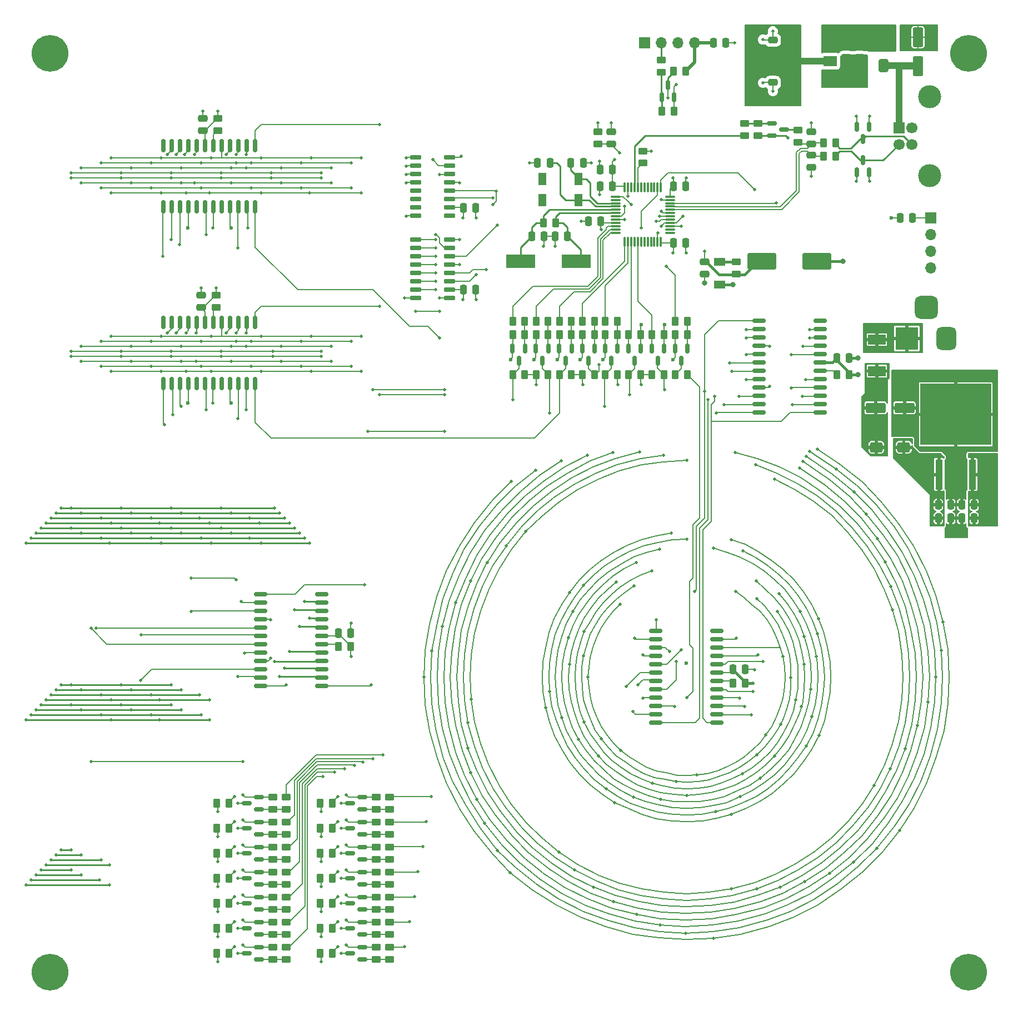
<source format=gbr>
%TF.GenerationSoftware,KiCad,Pcbnew,6.0.7-f9a2dced07~116~ubuntu20.04.1*%
%TF.CreationDate,2022-10-07T18:50:09+02:00*%
%TF.ProjectId,dcf77,64636637-372e-46b6-9963-61645f706362,rev?*%
%TF.SameCoordinates,Original*%
%TF.FileFunction,Copper,L1,Top*%
%TF.FilePolarity,Positive*%
%FSLAX46Y46*%
G04 Gerber Fmt 4.6, Leading zero omitted, Abs format (unit mm)*
G04 Created by KiCad (PCBNEW 6.0.7-f9a2dced07~116~ubuntu20.04.1) date 2022-10-07 18:50:09*
%MOMM*%
%LPD*%
G01*
G04 APERTURE LIST*
G04 Aperture macros list*
%AMRoundRect*
0 Rectangle with rounded corners*
0 $1 Rounding radius*
0 $2 $3 $4 $5 $6 $7 $8 $9 X,Y pos of 4 corners*
0 Add a 4 corners polygon primitive as box body*
4,1,4,$2,$3,$4,$5,$6,$7,$8,$9,$2,$3,0*
0 Add four circle primitives for the rounded corners*
1,1,$1+$1,$2,$3*
1,1,$1+$1,$4,$5*
1,1,$1+$1,$6,$7*
1,1,$1+$1,$8,$9*
0 Add four rect primitives between the rounded corners*
20,1,$1+$1,$2,$3,$4,$5,0*
20,1,$1+$1,$4,$5,$6,$7,0*
20,1,$1+$1,$6,$7,$8,$9,0*
20,1,$1+$1,$8,$9,$2,$3,0*%
G04 Aperture macros list end*
%TA.AperFunction,SMDPad,CuDef*%
%ADD10R,1.100000X4.600000*%
%TD*%
%TA.AperFunction,SMDPad,CuDef*%
%ADD11R,10.800000X9.400000*%
%TD*%
%TA.AperFunction,SMDPad,CuDef*%
%ADD12RoundRect,0.250000X0.450000X-0.262500X0.450000X0.262500X-0.450000X0.262500X-0.450000X-0.262500X0*%
%TD*%
%TA.AperFunction,SMDPad,CuDef*%
%ADD13RoundRect,0.150000X-0.875000X-0.150000X0.875000X-0.150000X0.875000X0.150000X-0.875000X0.150000X0*%
%TD*%
%TA.AperFunction,SMDPad,CuDef*%
%ADD14RoundRect,0.150000X0.587500X0.150000X-0.587500X0.150000X-0.587500X-0.150000X0.587500X-0.150000X0*%
%TD*%
%TA.AperFunction,SMDPad,CuDef*%
%ADD15RoundRect,0.250000X-0.475000X0.250000X-0.475000X-0.250000X0.475000X-0.250000X0.475000X0.250000X0*%
%TD*%
%TA.AperFunction,SMDPad,CuDef*%
%ADD16RoundRect,0.250000X-0.262500X-0.450000X0.262500X-0.450000X0.262500X0.450000X-0.262500X0.450000X0*%
%TD*%
%TA.AperFunction,SMDPad,CuDef*%
%ADD17RoundRect,0.150000X0.150000X-0.587500X0.150000X0.587500X-0.150000X0.587500X-0.150000X-0.587500X0*%
%TD*%
%TA.AperFunction,SMDPad,CuDef*%
%ADD18RoundRect,0.250000X-0.250000X-0.475000X0.250000X-0.475000X0.250000X0.475000X-0.250000X0.475000X0*%
%TD*%
%TA.AperFunction,SMDPad,CuDef*%
%ADD19RoundRect,0.250000X-0.450000X0.262500X-0.450000X-0.262500X0.450000X-0.262500X0.450000X0.262500X0*%
%TD*%
%TA.AperFunction,SMDPad,CuDef*%
%ADD20RoundRect,0.250000X0.262500X0.450000X-0.262500X0.450000X-0.262500X-0.450000X0.262500X-0.450000X0*%
%TD*%
%TA.AperFunction,SMDPad,CuDef*%
%ADD21RoundRect,0.250000X0.250000X0.475000X-0.250000X0.475000X-0.250000X-0.475000X0.250000X-0.475000X0*%
%TD*%
%TA.AperFunction,ComponentPad*%
%ADD22R,3.500000X3.500000*%
%TD*%
%TA.AperFunction,ComponentPad*%
%ADD23RoundRect,0.750000X0.750000X1.000000X-0.750000X1.000000X-0.750000X-1.000000X0.750000X-1.000000X0*%
%TD*%
%TA.AperFunction,ComponentPad*%
%ADD24RoundRect,0.875000X0.875000X0.875000X-0.875000X0.875000X-0.875000X-0.875000X0.875000X-0.875000X0*%
%TD*%
%TA.AperFunction,SMDPad,CuDef*%
%ADD25RoundRect,0.150000X-0.150000X0.587500X-0.150000X-0.587500X0.150000X-0.587500X0.150000X0.587500X0*%
%TD*%
%TA.AperFunction,SMDPad,CuDef*%
%ADD26RoundRect,0.250000X-1.250000X-0.550000X1.250000X-0.550000X1.250000X0.550000X-1.250000X0.550000X0*%
%TD*%
%TA.AperFunction,SMDPad,CuDef*%
%ADD27R,1.700000X1.300000*%
%TD*%
%TA.AperFunction,ComponentPad*%
%ADD28C,5.600000*%
%TD*%
%TA.AperFunction,SMDPad,CuDef*%
%ADD29RoundRect,0.150000X-0.725000X-0.150000X0.725000X-0.150000X0.725000X0.150000X-0.725000X0.150000X0*%
%TD*%
%TA.AperFunction,SMDPad,CuDef*%
%ADD30RoundRect,0.150000X0.150000X-0.875000X0.150000X0.875000X-0.150000X0.875000X-0.150000X-0.875000X0*%
%TD*%
%TA.AperFunction,ComponentPad*%
%ADD31R,1.700000X1.700000*%
%TD*%
%TA.AperFunction,ComponentPad*%
%ADD32C,1.700000*%
%TD*%
%TA.AperFunction,ComponentPad*%
%ADD33C,3.500000*%
%TD*%
%TA.AperFunction,ComponentPad*%
%ADD34O,1.700000X1.700000*%
%TD*%
%TA.AperFunction,SMDPad,CuDef*%
%ADD35R,2.000000X1.500000*%
%TD*%
%TA.AperFunction,SMDPad,CuDef*%
%ADD36R,2.000000X3.800000*%
%TD*%
%TA.AperFunction,SMDPad,CuDef*%
%ADD37RoundRect,0.150000X-0.587500X-0.150000X0.587500X-0.150000X0.587500X0.150000X-0.587500X0.150000X0*%
%TD*%
%TA.AperFunction,SMDPad,CuDef*%
%ADD38RoundRect,0.250000X0.475000X-0.250000X0.475000X0.250000X-0.475000X0.250000X-0.475000X-0.250000X0*%
%TD*%
%TA.AperFunction,SMDPad,CuDef*%
%ADD39RoundRect,0.250000X0.550000X-1.250000X0.550000X1.250000X-0.550000X1.250000X-0.550000X-1.250000X0*%
%TD*%
%TA.AperFunction,SMDPad,CuDef*%
%ADD40R,2.700000X1.500000*%
%TD*%
%TA.AperFunction,SMDPad,CuDef*%
%ADD41RoundRect,0.250000X-1.950000X-1.000000X1.950000X-1.000000X1.950000X1.000000X-1.950000X1.000000X0*%
%TD*%
%TA.AperFunction,SMDPad,CuDef*%
%ADD42R,4.500000X2.000000*%
%TD*%
%TA.AperFunction,SMDPad,CuDef*%
%ADD43RoundRect,0.400000X-0.400000X0.600000X-0.400000X-0.600000X0.400000X-0.600000X0.400000X0.600000X0*%
%TD*%
%TA.AperFunction,SMDPad,CuDef*%
%ADD44RoundRect,0.075000X-0.662500X-0.075000X0.662500X-0.075000X0.662500X0.075000X-0.662500X0.075000X0*%
%TD*%
%TA.AperFunction,SMDPad,CuDef*%
%ADD45RoundRect,0.075000X-0.075000X-0.662500X0.075000X-0.662500X0.075000X0.662500X-0.075000X0.662500X0*%
%TD*%
%TA.AperFunction,SMDPad,CuDef*%
%ADD46R,1.300000X1.900000*%
%TD*%
%TA.AperFunction,SMDPad,CuDef*%
%ADD47RoundRect,0.400000X0.600000X0.400000X-0.600000X0.400000X-0.600000X-0.400000X0.600000X-0.400000X0*%
%TD*%
%TA.AperFunction,ViaPad*%
%ADD48C,0.600000*%
%TD*%
%TA.AperFunction,ViaPad*%
%ADD49C,0.500000*%
%TD*%
%TA.AperFunction,ViaPad*%
%ADD50C,0.800000*%
%TD*%
%TA.AperFunction,Conductor*%
%ADD51C,0.200000*%
%TD*%
%TA.AperFunction,Conductor*%
%ADD52C,0.250000*%
%TD*%
%TA.AperFunction,Conductor*%
%ADD53C,0.400000*%
%TD*%
%TA.AperFunction,Conductor*%
%ADD54C,0.500000*%
%TD*%
%TA.AperFunction,Conductor*%
%ADD55C,1.000000*%
%TD*%
G04 APERTURE END LIST*
D10*
%TO.P,U501,3,OUT*%
%TO.N,+5V*%
X166540000Y-92150000D03*
D11*
%TO.P,U501,2,GND*%
%TO.N,GND*%
X164000000Y-83000000D03*
D10*
%TO.P,U501,1,IN*%
%TO.N,VBUS*%
X161460000Y-92150000D03*
%TD*%
D12*
%TO.P,R433,1*%
%TO.N,Net-(Q409-Pad1)*%
X75692000Y-146962500D03*
%TO.P,R433,2*%
%TO.N,GND*%
X75692000Y-145137500D03*
%TD*%
%TO.P,R421,1*%
%TO.N,Net-(Q404-Pad1)*%
X75692000Y-158392500D03*
%TO.P,R421,2*%
%TO.N,GND*%
X75692000Y-156567500D03*
%TD*%
D13*
%TO.P,U405,1,DIN*%
%TO.N,/CPU/MOSI*%
X58088000Y-110363000D03*
%TO.P,U405,2,DIG_0*%
%TO.N,Net-(AFF413-Pad3)*%
X58088000Y-111633000D03*
%TO.P,U405,3,DIG_4*%
%TO.N,Net-(AFF417-Pad3)*%
X58088000Y-112903000D03*
%TO.P,U405,4,GND*%
%TO.N,GND*%
X58088000Y-114173000D03*
%TO.P,U405,5,DIG_6*%
%TO.N,Net-(AFF419-Pad3)*%
X58088000Y-115443000D03*
%TO.P,U405,6,DIG_2*%
%TO.N,Net-(AFF415-Pad3)*%
X58088000Y-116713000D03*
%TO.P,U405,7,DIG_3*%
%TO.N,Net-(AFF416-Pad3)*%
X58088000Y-117983000D03*
%TO.P,U405,8,DIG_7*%
%TO.N,Net-(AFF420-Pad3)*%
X58088000Y-119253000D03*
%TO.P,U405,9,GND*%
%TO.N,GND*%
X58088000Y-120523000D03*
%TO.P,U405,10,DIG_5*%
%TO.N,Net-(AFF418-Pad3)*%
X58088000Y-121793000D03*
%TO.P,U405,11,DIG_1*%
%TO.N,Net-(AFF414-Pad3)*%
X58088000Y-123063000D03*
%TO.P,U405,12,~{CS}*%
%TO.N,/CPU/{slash}CS_pulse*%
X58088000Y-124333000D03*
%TO.P,U405,13,CLK*%
%TO.N,/CPU/CLK*%
X67388000Y-124333000D03*
%TO.P,U405,14,SEG_A*%
%TO.N,Net-(AFF413-Pad7)*%
X67388000Y-123063000D03*
%TO.P,U405,15,SEG_F*%
%TO.N,Net-(AFF413-Pad9)*%
X67388000Y-121793000D03*
%TO.P,U405,16,SEG_B*%
%TO.N,Net-(AFF413-Pad6)*%
X67388000Y-120523000D03*
%TO.P,U405,17,SEG_G*%
%TO.N,Net-(AFF413-Pad10)*%
X67388000Y-119253000D03*
%TO.P,U405,18,ISET*%
%TO.N,Net-(R442-Pad2)*%
X67388000Y-117983000D03*
%TO.P,U405,19,V+*%
%TO.N,+5V*%
X67388000Y-116713000D03*
%TO.P,U405,20,SEG_C*%
%TO.N,Net-(AFF413-Pad4)*%
X67388000Y-115443000D03*
%TO.P,U405,21,SEG_E*%
%TO.N,Net-(AFF413-Pad1)*%
X67388000Y-114173000D03*
%TO.P,U405,22,SEG_DP*%
%TO.N,Net-(AFF413-Pad5)*%
X67388000Y-112903000D03*
%TO.P,U405,23,SEG_D*%
%TO.N,Net-(AFF413-Pad2)*%
X67388000Y-111633000D03*
%TO.P,U405,24,DOUT*%
%TO.N,unconnected-(U405-Pad24)*%
X67388000Y-110363000D03*
%TD*%
D14*
%TO.P,Q409,1,G*%
%TO.N,Net-(Q409-Pad1)*%
X73581500Y-147000000D03*
%TO.P,Q409,2,S*%
%TO.N,GND*%
X73581500Y-145100000D03*
%TO.P,Q409,3,D*%
%TO.N,Net-(D402-Pad1)*%
X71706500Y-146050000D03*
%TD*%
D15*
%TO.P,C513,1*%
%TO.N,+5V*%
X149352000Y-26736000D03*
%TO.P,C513,2*%
%TO.N,GND*%
X149352000Y-28636000D03*
%TD*%
D14*
%TO.P,Q404,1,G*%
%TO.N,Net-(Q404-Pad1)*%
X73581500Y-158430000D03*
%TO.P,Q404,2,S*%
%TO.N,GND*%
X73581500Y-156530000D03*
%TO.P,Q404,3,D*%
%TO.N,Net-(D405-Pad1)*%
X71706500Y-157480000D03*
%TD*%
D16*
%TO.P,R519,1*%
%TO.N,Net-(Q506-Pad2)*%
X117705500Y-70866000D03*
%TO.P,R519,2*%
%TO.N,+3V3*%
X119530500Y-70866000D03*
%TD*%
D17*
%TO.P,Q505,1,G*%
%TO.N,Net-(Q505-Pad1)*%
X119192000Y-34719500D03*
%TO.P,Q505,2,S*%
%TO.N,GND*%
X121092000Y-34719500D03*
%TO.P,Q505,3,D*%
%TO.N,Net-(Q505-Pad3)*%
X120142000Y-32844500D03*
%TD*%
%TO.P,D506,1*%
%TO.N,GND*%
X148910000Y-46149500D03*
%TO.P,D506,2*%
%TO.N,+3V3*%
X150810000Y-46149500D03*
%TO.P,D506,3*%
%TO.N,Net-(D506-Pad3)*%
X149860000Y-44274500D03*
%TD*%
D18*
%TO.P,C522,1*%
%TO.N,+3V3*%
X127066000Y-26416000D03*
%TO.P,C522,2*%
%TO.N,GND*%
X128966000Y-26416000D03*
%TD*%
D12*
%TO.P,R441,1*%
%TO.N,Net-(Q413-Pad1)*%
X59944000Y-146962500D03*
%TO.P,R441,2*%
%TO.N,GND*%
X59944000Y-145137500D03*
%TD*%
D19*
%TO.P,R438,1*%
%TO.N,Net-(R438-Pad1)*%
X61976000Y-148947500D03*
%TO.P,R438,2*%
%TO.N,Net-(Q412-Pad1)*%
X61976000Y-150772500D03*
%TD*%
D20*
%TO.P,R515,1*%
%TO.N,Net-(Q503-Pad1)*%
X105457000Y-70845500D03*
%TO.P,R515,2*%
%TO.N,GND*%
X103632000Y-70845500D03*
%TD*%
D19*
%TO.P,R436,1*%
%TO.N,Net-(R436-Pad1)*%
X77724000Y-141327500D03*
%TO.P,R436,2*%
%TO.N,Net-(Q411-Pad1)*%
X77724000Y-143152500D03*
%TD*%
D12*
%TO.P,R417,1*%
%TO.N,Net-(Q402-Pad1)*%
X75692000Y-166012500D03*
%TO.P,R417,2*%
%TO.N,GND*%
X75692000Y-164187500D03*
%TD*%
D21*
%TO.P,C523,1*%
%TO.N,+3V3*%
X109916000Y-53594000D03*
%TO.P,C523,2*%
%TO.N,GND*%
X108016000Y-53594000D03*
%TD*%
D22*
%TO.P,J501,1*%
%TO.N,Net-(D502-Pad2)*%
X156560000Y-71442500D03*
D23*
%TO.P,J501,2*%
%TO.N,GND*%
X162560000Y-71442500D03*
D24*
%TO.P,J501,3*%
%TO.N,N/C*%
X159560000Y-66742500D03*
%TD*%
D14*
%TO.P,Q401,1,G*%
%TO.N,Net-(Q401-Pad1)*%
X57833500Y-143190000D03*
%TO.P,Q401,2,S*%
%TO.N,GND*%
X57833500Y-141290000D03*
%TO.P,Q401,3,D*%
%TO.N,Net-(D408-Pad1)*%
X55958500Y-142240000D03*
%TD*%
D16*
%TO.P,R512,1*%
%TO.N,Net-(R512-Pad1)*%
X103632000Y-68813500D03*
%TO.P,R512,2*%
%TO.N,Net-(Q503-Pad1)*%
X105457000Y-68813500D03*
%TD*%
D18*
%TO.P,C504,1*%
%TO.N,VBUS*%
X161356000Y-98806000D03*
%TO.P,C504,2*%
%TO.N,GND*%
X163256000Y-98806000D03*
%TD*%
D25*
%TO.P,Q501,1,G*%
%TO.N,Net-(Q501-Pad1)*%
X98382500Y-72956000D03*
%TO.P,Q501,2,S*%
%TO.N,GND*%
X96482500Y-72956000D03*
%TO.P,Q501,3,D*%
%TO.N,/CPU/{slash}CS_Outer*%
X97432500Y-74831000D03*
%TD*%
D21*
%TO.P,C1,1*%
%TO.N,+3V3*%
X111694000Y-45720000D03*
%TO.P,C1,2*%
%TO.N,GND*%
X109794000Y-45720000D03*
%TD*%
D19*
%TO.P,R440,1*%
%TO.N,Net-(R440-Pad1)*%
X61976000Y-145137500D03*
%TO.P,R440,2*%
%TO.N,Net-(Q413-Pad1)*%
X61976000Y-146962500D03*
%TD*%
D12*
%TO.P,R529,1*%
%TO.N,Net-(Q509-Pad1)*%
X61976000Y-166012500D03*
%TO.P,R529,2*%
%TO.N,Net-(R529-Pad2)*%
X61976000Y-164187500D03*
%TD*%
D21*
%TO.P,C510,1*%
%TO.N,Net-(C510-Pad1)*%
X104836000Y-55880000D03*
%TO.P,C510,2*%
%TO.N,GND*%
X102936000Y-55880000D03*
%TD*%
D26*
%TO.P,C503,1*%
%TO.N,Net-(C503-Pad1)*%
X151800000Y-82000000D03*
%TO.P,C503,2*%
%TO.N,GND*%
X156200000Y-82000000D03*
%TD*%
D16*
%TO.P,R521,1*%
%TO.N,Net-(R521-Pad1)*%
X107141000Y-68834000D03*
%TO.P,R521,2*%
%TO.N,Net-(Q507-Pad1)*%
X108966000Y-68834000D03*
%TD*%
D14*
%TO.P,Q412,1,G*%
%TO.N,Net-(Q412-Pad1)*%
X57833500Y-150810000D03*
%TO.P,Q412,2,S*%
%TO.N,GND*%
X57833500Y-148910000D03*
%TO.P,Q412,3,D*%
%TO.N,Net-(D410-Pad1)*%
X55958500Y-149860000D03*
%TD*%
D16*
%TO.P,R533,1*%
%TO.N,GND*%
X121261500Y-70866000D03*
%TO.P,R533,2*%
%TO.N,Net-(Q510-Pad1)*%
X123086500Y-70866000D03*
%TD*%
D27*
%TO.P,D501,1,K*%
%TO.N,Net-(D501-Pad1)*%
X128016000Y-59718000D03*
%TO.P,D501,2,A*%
%TO.N,+3V3*%
X128016000Y-63218000D03*
%TD*%
D19*
%TO.P,R418,1*%
%TO.N,Net-(R418-Pad1)*%
X77724000Y-160377500D03*
%TO.P,R418,2*%
%TO.N,Net-(Q403-Pad1)*%
X77724000Y-162202500D03*
%TD*%
D14*
%TO.P,Q413,1,G*%
%TO.N,Net-(Q413-Pad1)*%
X57833500Y-147000000D03*
%TO.P,Q413,2,S*%
%TO.N,GND*%
X57833500Y-145100000D03*
%TO.P,Q413,3,D*%
%TO.N,Net-(D409-Pad1)*%
X55958500Y-146050000D03*
%TD*%
D28*
%TO.P,REF\u002A\u002A,1*%
%TO.N,N/C*%
X26000000Y-28000000D03*
%TD*%
D29*
%TO.P,U404,1,QB*%
%TO.N,Net-(R430-Pad1)*%
X81753000Y-43815000D03*
%TO.P,U404,2,QC*%
%TO.N,Net-(R434-Pad1)*%
X81753000Y-45085000D03*
%TO.P,U404,3,QD*%
%TO.N,Net-(R438-Pad1)*%
X81753000Y-46355000D03*
%TO.P,U404,4,QE*%
%TO.N,Net-(R440-Pad1)*%
X81753000Y-47625000D03*
%TO.P,U404,5,QF*%
%TO.N,unconnected-(U404-Pad5)*%
X81753000Y-48895000D03*
%TO.P,U404,6,QG*%
%TO.N,unconnected-(U404-Pad6)*%
X81753000Y-50165000D03*
%TO.P,U404,7,QH*%
%TO.N,unconnected-(U404-Pad7)*%
X81753000Y-51435000D03*
%TO.P,U404,8,GND*%
%TO.N,GND*%
X81753000Y-52705000D03*
%TO.P,U404,9,QH'*%
%TO.N,unconnected-(U404-Pad9)*%
X86903000Y-52705000D03*
%TO.P,U404,10,~{SRCLR}*%
%TO.N,+3V3*%
X86903000Y-51435000D03*
%TO.P,U404,11,SRCLK*%
%TO.N,/CPU/SER_CLK*%
X86903000Y-50165000D03*
%TO.P,U404,12,RCLK*%
%TO.N,/CPU/SER_Latch*%
X86903000Y-48895000D03*
%TO.P,U404,13,~{OE}*%
%TO.N,GND*%
X86903000Y-47625000D03*
%TO.P,U404,14,SER*%
%TO.N,Net-(U401-Pad9)*%
X86903000Y-46355000D03*
%TO.P,U404,15,QA*%
%TO.N,Net-(R424-Pad1)*%
X86903000Y-45085000D03*
%TO.P,U404,16,VCC*%
%TO.N,+3V3*%
X86903000Y-43815000D03*
%TD*%
D20*
%TO.P,R506,1*%
%TO.N,/CPU/{slash}CS_Inner*%
X101901000Y-76941500D03*
%TO.P,R506,2*%
%TO.N,+5V*%
X100076000Y-76941500D03*
%TD*%
D14*
%TO.P,Q408,1,G*%
%TO.N,Net-(Q408-Pad1)*%
X57833500Y-158430000D03*
%TO.P,Q408,2,S*%
%TO.N,GND*%
X57833500Y-156530000D03*
%TO.P,Q408,3,D*%
%TO.N,Net-(D412-Pad1)*%
X55958500Y-157480000D03*
%TD*%
%TO.P,Q402,1,G*%
%TO.N,Net-(Q402-Pad1)*%
X73581500Y-166050000D03*
%TO.P,Q402,2,S*%
%TO.N,GND*%
X73581500Y-164150000D03*
%TO.P,Q402,3,D*%
%TO.N,Net-(D407-Pad1)*%
X71706500Y-165100000D03*
%TD*%
D28*
%TO.P,REF\u002A\u002A,1*%
%TO.N,N/C*%
X166000000Y-168000000D03*
%TD*%
D30*
%TO.P,U402,1,DIN*%
%TO.N,/CPU/MOSI*%
X43307000Y-51386000D03*
%TO.P,U402,2,DIG_0*%
%TO.N,Net-(AFF401-Pad3)*%
X44577000Y-51386000D03*
%TO.P,U402,3,DIG_4*%
%TO.N,Net-(AFF409-Pad3)*%
X45847000Y-51386000D03*
%TO.P,U402,4,GND*%
%TO.N,GND*%
X47117000Y-51386000D03*
%TO.P,U402,5,DIG_6*%
%TO.N,unconnected-(U402-Pad5)*%
X48387000Y-51386000D03*
%TO.P,U402,6,DIG_2*%
%TO.N,Net-(AFF405-Pad3)*%
X49657000Y-51386000D03*
%TO.P,U402,7,DIG_3*%
%TO.N,Net-(AFF407-Pad3)*%
X50927000Y-51386000D03*
%TO.P,U402,8,DIG_7*%
%TO.N,unconnected-(U402-Pad8)*%
X52197000Y-51386000D03*
%TO.P,U402,9,GND*%
%TO.N,GND*%
X53467000Y-51386000D03*
%TO.P,U402,10,DIG_5*%
%TO.N,Net-(AFF411-Pad3)*%
X54737000Y-51386000D03*
%TO.P,U402,11,DIG_1*%
%TO.N,Net-(AFF403-Pad3)*%
X56007000Y-51386000D03*
%TO.P,U402,12,~{CS}*%
%TO.N,/CPU/{slash}CS_Time*%
X57277000Y-51386000D03*
%TO.P,U402,13,CLK*%
%TO.N,/CPU/CLK*%
X57277000Y-42086000D03*
%TO.P,U402,14,SEG_A*%
%TO.N,Net-(AFF401-Pad7)*%
X56007000Y-42086000D03*
%TO.P,U402,15,SEG_F*%
%TO.N,Net-(AFF401-Pad9)*%
X54737000Y-42086000D03*
%TO.P,U402,16,SEG_B*%
%TO.N,Net-(AFF401-Pad6)*%
X53467000Y-42086000D03*
%TO.P,U402,17,SEG_G*%
%TO.N,Net-(AFF401-Pad10)*%
X52197000Y-42086000D03*
%TO.P,U402,18,ISET*%
%TO.N,Net-(R427-Pad2)*%
X50927000Y-42086000D03*
%TO.P,U402,19,V+*%
%TO.N,+5V*%
X49657000Y-42086000D03*
%TO.P,U402,20,SEG_C*%
%TO.N,Net-(AFF401-Pad4)*%
X48387000Y-42086000D03*
%TO.P,U402,21,SEG_E*%
%TO.N,Net-(AFF401-Pad1)*%
X47117000Y-42086000D03*
%TO.P,U402,22,SEG_DP*%
%TO.N,Net-(AFF401-Pad5)*%
X45847000Y-42086000D03*
%TO.P,U402,23,SEG_D*%
%TO.N,Net-(AFF401-Pad2)*%
X44577000Y-42086000D03*
%TO.P,U402,24,DOUT*%
%TO.N,unconnected-(U402-Pad24)*%
X43307000Y-42086000D03*
%TD*%
D20*
%TO.P,R537,1*%
%TO.N,Net-(Q511-Pad1)*%
X112418500Y-70866000D03*
%TO.P,R537,2*%
%TO.N,GND*%
X110593500Y-70866000D03*
%TD*%
D25*
%TO.P,Q503,1,G*%
%TO.N,Net-(Q503-Pad1)*%
X105494500Y-72956000D03*
%TO.P,Q503,2,S*%
%TO.N,GND*%
X103594500Y-72956000D03*
%TO.P,Q503,3,D*%
%TO.N,/CPU/{slash}CS_Date*%
X104544500Y-74831000D03*
%TD*%
D19*
%TO.P,R507,1*%
%TO.N,GND*%
X116332000Y-42879000D03*
%TO.P,R507,2*%
%TO.N,Net-(R507-Pad2)*%
X116332000Y-44704000D03*
%TD*%
D20*
%TO.P,R409,1*%
%TO.N,+5V*%
X53236500Y-146050000D03*
%TO.P,R409,2*%
%TO.N,Net-(D409-Pad2)*%
X51411500Y-146050000D03*
%TD*%
D31*
%TO.P,J504,1,VBUS*%
%TO.N,Net-(C517-Pad1)*%
X155347500Y-39390000D03*
D32*
%TO.P,J504,2,D-*%
%TO.N,Net-(D506-Pad3)*%
X155347500Y-41890000D03*
%TO.P,J504,3,D+*%
%TO.N,Net-(D505-Pad3)*%
X157347500Y-41890000D03*
%TO.P,J504,4,GND*%
%TO.N,GND*%
X157347500Y-39390000D03*
D33*
%TO.P,J504,5,Shield*%
X160057500Y-46660000D03*
X160057500Y-34620000D03*
%TD*%
D20*
%TO.P,R523,1*%
%TO.N,+3V3*%
X122832500Y-30734000D03*
%TO.P,R523,2*%
%TO.N,Net-(Q505-Pad3)*%
X121007500Y-30734000D03*
%TD*%
D14*
%TO.P,Q410,1,G*%
%TO.N,Net-(Q410-Pad1)*%
X57833500Y-154620000D03*
%TO.P,Q410,2,S*%
%TO.N,GND*%
X57833500Y-152720000D03*
%TO.P,Q410,3,D*%
%TO.N,Net-(D411-Pad1)*%
X55958500Y-153670000D03*
%TD*%
D12*
%TO.P,R439,1*%
%TO.N,Net-(Q412-Pad1)*%
X59944000Y-150772500D03*
%TO.P,R439,2*%
%TO.N,GND*%
X59944000Y-148947500D03*
%TD*%
D19*
%TO.P,R516,1*%
%TO.N,Net-(J502-Pad2)*%
X119126000Y-29059500D03*
%TO.P,R516,2*%
%TO.N,Net-(Q505-Pad1)*%
X119126000Y-30884500D03*
%TD*%
D16*
%TO.P,R536,1*%
%TO.N,Net-(R536-Pad1)*%
X110593500Y-68834000D03*
%TO.P,R536,2*%
%TO.N,Net-(Q511-Pad1)*%
X112418500Y-68834000D03*
%TD*%
D19*
%TO.P,R414,1*%
%TO.N,Net-(R414-Pad1)*%
X61976000Y-141327500D03*
%TO.P,R414,2*%
%TO.N,Net-(Q401-Pad1)*%
X61976000Y-143152500D03*
%TD*%
D12*
%TO.P,R435,1*%
%TO.N,Net-(Q410-Pad1)*%
X59944000Y-154582500D03*
%TO.P,R435,2*%
%TO.N,GND*%
X59944000Y-152757500D03*
%TD*%
D14*
%TO.P,Q407,1,G*%
%TO.N,Net-(Q407-Pad1)*%
X73581500Y-150810000D03*
%TO.P,Q407,2,S*%
%TO.N,GND*%
X73581500Y-148910000D03*
%TO.P,Q407,3,D*%
%TO.N,Net-(D403-Pad1)*%
X71706500Y-149860000D03*
%TD*%
D20*
%TO.P,R404,1*%
%TO.N,+5V*%
X68984500Y-153670000D03*
%TO.P,R404,2*%
%TO.N,Net-(D404-Pad2)*%
X67159500Y-153670000D03*
%TD*%
D31*
%TO.P,J502,1,Pin_1*%
%TO.N,Net-(J502-Pad1)*%
X116596000Y-26416000D03*
D34*
%TO.P,J502,2,Pin_2*%
%TO.N,Net-(J502-Pad2)*%
X119136000Y-26416000D03*
%TO.P,J502,3,Pin_3*%
%TO.N,GND*%
X121676000Y-26416000D03*
%TO.P,J502,4,Pin_4*%
%TO.N,+3V3*%
X124216000Y-26416000D03*
%TD*%
D18*
%TO.P,C403,1*%
%TO.N,+3V3*%
X88966000Y-51562000D03*
%TO.P,C403,2*%
%TO.N,GND*%
X90866000Y-51562000D03*
%TD*%
D20*
%TO.P,R517,1*%
%TO.N,GND*%
X121054500Y-36830000D03*
%TO.P,R517,2*%
%TO.N,Net-(Q505-Pad1)*%
X119229500Y-36830000D03*
%TD*%
D35*
%TO.P,U502,1,GND*%
%TO.N,GND*%
X144882000Y-31510000D03*
D36*
%TO.P,U502,2,VO*%
%TO.N,+3V3*%
X138582000Y-29210000D03*
D35*
X144882000Y-29210000D03*
%TO.P,U502,3,VI*%
%TO.N,+5V*%
X144882000Y-26910000D03*
%TD*%
D19*
%TO.P,R532,1*%
%TO.N,GND*%
X59944000Y-164187500D03*
%TO.P,R532,2*%
%TO.N,Net-(Q509-Pad1)*%
X59944000Y-166012500D03*
%TD*%
D18*
%TO.P,C404,1*%
%TO.N,+3V3*%
X88966000Y-64008000D03*
%TO.P,C404,2*%
%TO.N,GND*%
X90866000Y-64008000D03*
%TD*%
D16*
%TO.P,R511,1*%
%TO.N,/CPU/{slash}CS_Date*%
X103632000Y-76941500D03*
%TO.P,R511,2*%
%TO.N,+5V*%
X105457000Y-76941500D03*
%TD*%
D20*
%TO.P,R401,1*%
%TO.N,+5V*%
X68984500Y-142240000D03*
%TO.P,R401,2*%
%TO.N,Net-(D401-Pad2)*%
X67159500Y-142240000D03*
%TD*%
%TO.P,R413,1*%
%TO.N,+5V*%
X53236500Y-161290000D03*
%TO.P,R413,2*%
%TO.N,Net-(D413-Pad2)*%
X51411500Y-161290000D03*
%TD*%
D16*
%TO.P,R514,1*%
%TO.N,/CPU/CLK*%
X114149500Y-76962000D03*
%TO.P,R514,2*%
%TO.N,+5V*%
X115974500Y-76962000D03*
%TD*%
D19*
%TO.P,R505,1*%
%TO.N,Net-(D501-Pad1)*%
X130556000Y-59793500D03*
%TO.P,R505,2*%
%TO.N,Net-(C501-Pad1)*%
X130556000Y-61618500D03*
%TD*%
D28*
%TO.P,REF\u002A\u002A,1*%
%TO.N,N/C*%
X26000000Y-168000000D03*
%TD*%
D21*
%TO.P,C512,1*%
%TO.N,Net-(C512-Pad1)*%
X102169000Y-44704000D03*
%TO.P,C512,2*%
%TO.N,GND*%
X100269000Y-44704000D03*
%TD*%
D16*
%TO.P,R526,1*%
%TO.N,Net-(Q510-Pad3)*%
X121261500Y-76962000D03*
%TO.P,R526,2*%
%TO.N,Net-(D504-Pad1)*%
X123086500Y-76962000D03*
%TD*%
D25*
%TO.P,Q510,1,G*%
%TO.N,Net-(Q510-Pad1)*%
X123124000Y-72976500D03*
%TO.P,Q510,2,S*%
%TO.N,GND*%
X121224000Y-72976500D03*
%TO.P,Q510,3,D*%
%TO.N,Net-(Q510-Pad3)*%
X122174000Y-74851500D03*
%TD*%
D20*
%TO.P,R509,1*%
%TO.N,Net-(Q502-Pad1)*%
X101901000Y-70845500D03*
%TO.P,R509,2*%
%TO.N,GND*%
X100076000Y-70845500D03*
%TD*%
D37*
%TO.P,Q508,1,B*%
%TO.N,Net-(Q508-Pad1)*%
X135968500Y-38674000D03*
%TO.P,Q508,2,E*%
%TO.N,+3V3*%
X135968500Y-40574000D03*
%TO.P,Q508,3,C*%
%TO.N,Net-(Q508-Pad3)*%
X137843500Y-39624000D03*
%TD*%
D14*
%TO.P,Q406,1,G*%
%TO.N,Net-(Q406-Pad1)*%
X57833500Y-162240000D03*
%TO.P,Q406,2,S*%
%TO.N,GND*%
X57833500Y-160340000D03*
%TO.P,Q406,3,D*%
%TO.N,Net-(D413-Pad1)*%
X55958500Y-161290000D03*
%TD*%
D20*
%TO.P,R534,1*%
%TO.N,Net-(D506-Pad3)*%
X145692500Y-43688000D03*
%TO.P,R534,2*%
%TO.N,USB-*%
X143867500Y-43688000D03*
%TD*%
%TO.P,R406,1*%
%TO.N,+5V*%
X68984500Y-161290000D03*
%TO.P,R406,2*%
%TO.N,Net-(D406-Pad2)*%
X67159500Y-161290000D03*
%TD*%
D18*
%TO.P,C201,1*%
%TO.N,+5V*%
X130048000Y-121854000D03*
%TO.P,C201,2*%
%TO.N,GND*%
X131948000Y-121854000D03*
%TD*%
D20*
%TO.P,R407,1*%
%TO.N,+5V*%
X68984500Y-165100000D03*
%TO.P,R407,2*%
%TO.N,Net-(D407-Pad2)*%
X67159500Y-165100000D03*
%TD*%
D28*
%TO.P,REF\u002A\u002A,1*%
%TO.N,N/C*%
X166000000Y-28000000D03*
%TD*%
D19*
%TO.P,R424,1*%
%TO.N,Net-(R424-Pad1)*%
X61976000Y-160377500D03*
%TO.P,R424,2*%
%TO.N,Net-(Q406-Pad1)*%
X61976000Y-162202500D03*
%TD*%
%TO.P,R428,1*%
%TO.N,+5V*%
X51308000Y-64873500D03*
%TO.P,R428,2*%
%TO.N,Net-(R428-Pad2)*%
X51308000Y-66698500D03*
%TD*%
D20*
%TO.P,R518,1*%
%TO.N,/CPU/{slash}CS_Time*%
X108966000Y-76962000D03*
%TO.P,R518,2*%
%TO.N,+5V*%
X107141000Y-76962000D03*
%TD*%
D12*
%TO.P,R431,1*%
%TO.N,Net-(Q408-Pad1)*%
X59944000Y-158392500D03*
%TO.P,R431,2*%
%TO.N,GND*%
X59944000Y-156567500D03*
%TD*%
%TO.P,R527,1*%
%TO.N,{slash}Disconnect*%
X131826000Y-40536500D03*
%TO.P,R527,2*%
%TO.N,Net-(Q508-Pad1)*%
X131826000Y-38711500D03*
%TD*%
D16*
%TO.P,R513,1*%
%TO.N,Net-(Q504-Pad2)*%
X114149500Y-70866000D03*
%TO.P,R513,2*%
%TO.N,+3V3*%
X115974500Y-70866000D03*
%TD*%
%TO.P,R508,1*%
%TO.N,Net-(R508-Pad1)*%
X100076000Y-68813500D03*
%TO.P,R508,2*%
%TO.N,Net-(Q502-Pad1)*%
X101901000Y-68813500D03*
%TD*%
D38*
%TO.P,C401,1*%
%TO.N,+5V*%
X49022000Y-66736000D03*
%TO.P,C401,2*%
%TO.N,GND*%
X49022000Y-64836000D03*
%TD*%
D25*
%TO.P,D505,1*%
%TO.N,GND*%
X150810000Y-39194500D03*
%TO.P,D505,2*%
%TO.N,+3V3*%
X148910000Y-39194500D03*
%TO.P,D505,3*%
%TO.N,Net-(D505-Pad3)*%
X149860000Y-41069500D03*
%TD*%
D20*
%TO.P,R411,1*%
%TO.N,+5V*%
X53236500Y-153670000D03*
%TO.P,R411,2*%
%TO.N,Net-(D411-Pad2)*%
X51411500Y-153670000D03*
%TD*%
%TO.P,R531,1*%
%TO.N,Net-(D505-Pad3)*%
X145692500Y-41656000D03*
%TO.P,R531,2*%
%TO.N,USB+*%
X143867500Y-41656000D03*
%TD*%
D39*
%TO.P,C517,1*%
%TO.N,Net-(C517-Pad1)*%
X158250000Y-29950000D03*
%TO.P,C517,2*%
%TO.N,GND*%
X158250000Y-25550000D03*
%TD*%
D19*
%TO.P,R416,1*%
%TO.N,Net-(R416-Pad1)*%
X77724000Y-164187500D03*
%TO.P,R416,2*%
%TO.N,Net-(Q402-Pad1)*%
X77724000Y-166012500D03*
%TD*%
D25*
%TO.P,Q502,1,G*%
%TO.N,Net-(Q502-Pad1)*%
X101938500Y-72956000D03*
%TO.P,Q502,2,S*%
%TO.N,GND*%
X100038500Y-72956000D03*
%TO.P,Q502,3,D*%
%TO.N,/CPU/{slash}CS_Inner*%
X100988500Y-74831000D03*
%TD*%
%TO.P,Q504,1,G*%
%TO.N,+3V3*%
X116012000Y-72976500D03*
%TO.P,Q504,2,S*%
%TO.N,Net-(Q504-Pad2)*%
X114112000Y-72976500D03*
%TO.P,Q504,3,D*%
%TO.N,/CPU/CLK*%
X115062000Y-74851500D03*
%TD*%
D14*
%TO.P,Q405,1,G*%
%TO.N,Net-(Q405-Pad1)*%
X73581500Y-154620000D03*
%TO.P,Q405,2,S*%
%TO.N,GND*%
X73581500Y-152720000D03*
%TO.P,Q405,3,D*%
%TO.N,Net-(D404-Pad1)*%
X71706500Y-153670000D03*
%TD*%
D19*
%TO.P,R430,1*%
%TO.N,Net-(R430-Pad1)*%
X61976000Y-156567500D03*
%TO.P,R430,2*%
%TO.N,Net-(Q408-Pad1)*%
X61976000Y-158392500D03*
%TD*%
D18*
%TO.P,C511,1*%
%TO.N,Net-(C511-Pad1)*%
X105349000Y-44704000D03*
%TO.P,C511,2*%
%TO.N,GND*%
X107249000Y-44704000D03*
%TD*%
D16*
%TO.P,R502,1*%
%TO.N,Net-(R502-Pad1)*%
X96520000Y-68813500D03*
%TO.P,R502,2*%
%TO.N,Net-(Q501-Pad1)*%
X98345000Y-68813500D03*
%TD*%
D15*
%TO.P,C502,1*%
%TO.N,Net-(C501-Pad1)*%
X125730000Y-59756000D03*
%TO.P,C502,2*%
%TO.N,GND*%
X125730000Y-61656000D03*
%TD*%
D20*
%TO.P,R528,1*%
%TO.N,Net-(Q510-Pad1)*%
X123086500Y-68834000D03*
%TO.P,R528,2*%
%TO.N,Net-(Q505-Pad3)*%
X121261500Y-68834000D03*
%TD*%
D12*
%TO.P,R530,1*%
%TO.N,USB+*%
X139954000Y-41552500D03*
%TO.P,R530,2*%
%TO.N,Net-(Q508-Pad3)*%
X139954000Y-39727500D03*
%TD*%
D20*
%TO.P,R403,1*%
%TO.N,+5V*%
X68984500Y-149860000D03*
%TO.P,R403,2*%
%TO.N,Net-(D403-Pad2)*%
X67159500Y-149860000D03*
%TD*%
D14*
%TO.P,Q509,1,G*%
%TO.N,Net-(Q509-Pad1)*%
X57833500Y-166050000D03*
%TO.P,Q509,2,S*%
%TO.N,GND*%
X57833500Y-164150000D03*
%TO.P,Q509,3,D*%
%TO.N,Net-(D503-Pad1)*%
X55958500Y-165100000D03*
%TD*%
D38*
%TO.P,C521,1*%
%TO.N,+5V*%
X49276000Y-39812000D03*
%TO.P,C521,2*%
%TO.N,GND*%
X49276000Y-37912000D03*
%TD*%
D16*
%TO.P,R524,1*%
%TO.N,Net-(D503-Pad2)*%
X51411500Y-165100000D03*
%TO.P,R524,2*%
%TO.N,+5V*%
X53236500Y-165100000D03*
%TD*%
D20*
%TO.P,R201,1*%
%TO.N,+5V*%
X131910500Y-123952000D03*
%TO.P,R201,2*%
%TO.N,Net-(R201-Pad2)*%
X130085500Y-123952000D03*
%TD*%
D40*
%TO.P,D502,1,K*%
%TO.N,Net-(C503-Pad1)*%
X152000000Y-76400000D03*
%TO.P,D502,2,A*%
%TO.N,Net-(D502-Pad2)*%
X152000000Y-71600000D03*
%TD*%
D20*
%TO.P,R402,1*%
%TO.N,+5V*%
X68984500Y-146050000D03*
%TO.P,R402,2*%
%TO.N,Net-(D402-Pad2)*%
X67159500Y-146050000D03*
%TD*%
%TO.P,R405,1*%
%TO.N,+5V*%
X68984500Y-157480000D03*
%TO.P,R405,2*%
%TO.N,Net-(D405-Pad2)*%
X67159500Y-157480000D03*
%TD*%
D41*
%TO.P,C501,1*%
%TO.N,Net-(C501-Pad1)*%
X134484000Y-59690000D03*
%TO.P,C501,2*%
%TO.N,GND*%
X142884000Y-59690000D03*
%TD*%
D38*
%TO.P,C508,1*%
%TO.N,Net-(C508-Pad1)*%
X111506000Y-41844000D03*
%TO.P,C508,2*%
%TO.N,GND*%
X111506000Y-39944000D03*
%TD*%
D12*
%TO.P,R503,1*%
%TO.N,Net-(C508-Pad1)*%
X109474000Y-41806500D03*
%TO.P,R503,2*%
%TO.N,+3V3*%
X109474000Y-39981500D03*
%TD*%
D18*
%TO.P,C526,1*%
%TO.N,+3V3*%
X120970000Y-48260000D03*
%TO.P,C526,2*%
%TO.N,GND*%
X122870000Y-48260000D03*
%TD*%
D42*
%TO.P,Y501,1,1*%
%TO.N,Net-(C510-Pad1)*%
X106231000Y-59690000D03*
%TO.P,Y501,2,2*%
%TO.N,Net-(C509-Pad1)*%
X97731000Y-59690000D03*
%TD*%
D12*
%TO.P,R437,1*%
%TO.N,Net-(Q411-Pad1)*%
X75692000Y-143152500D03*
%TO.P,R437,2*%
%TO.N,GND*%
X75692000Y-141327500D03*
%TD*%
%TO.P,R423,1*%
%TO.N,Net-(Q405-Pad1)*%
X75692000Y-154582500D03*
%TO.P,R423,2*%
%TO.N,GND*%
X75692000Y-152757500D03*
%TD*%
D21*
%TO.P,C507,1*%
%TO.N,+5V*%
X166812000Y-98806000D03*
%TO.P,C507,2*%
%TO.N,GND*%
X164912000Y-98806000D03*
%TD*%
D19*
%TO.P,R432,1*%
%TO.N,Net-(R432-Pad1)*%
X77724000Y-145137500D03*
%TO.P,R432,2*%
%TO.N,Net-(Q409-Pad1)*%
X77724000Y-146962500D03*
%TD*%
%TO.P,R422,1*%
%TO.N,Net-(R422-Pad1)*%
X77724000Y-152757500D03*
%TO.P,R422,2*%
%TO.N,Net-(Q405-Pad1)*%
X77724000Y-154582500D03*
%TD*%
D12*
%TO.P,R415,1*%
%TO.N,Net-(Q401-Pad1)*%
X59944000Y-143152500D03*
%TO.P,R415,2*%
%TO.N,GND*%
X59944000Y-141327500D03*
%TD*%
D14*
%TO.P,Q403,1,G*%
%TO.N,Net-(Q403-Pad1)*%
X73581500Y-162240000D03*
%TO.P,Q403,2,S*%
%TO.N,GND*%
X73581500Y-160340000D03*
%TO.P,Q403,3,D*%
%TO.N,Net-(D406-Pad1)*%
X71706500Y-161290000D03*
%TD*%
D25*
%TO.P,Q506,1,G*%
%TO.N,+3V3*%
X119568000Y-72976500D03*
%TO.P,Q506,2,S*%
%TO.N,Net-(Q506-Pad2)*%
X117668000Y-72976500D03*
%TO.P,Q506,3,D*%
%TO.N,/CPU/MOSI*%
X118618000Y-74851500D03*
%TD*%
D20*
%TO.P,R442,1*%
%TO.N,+5V*%
X71778500Y-118364000D03*
%TO.P,R442,2*%
%TO.N,Net-(R442-Pad2)*%
X69953500Y-118364000D03*
%TD*%
D12*
%TO.P,R425,1*%
%TO.N,Net-(Q406-Pad1)*%
X59944000Y-162202500D03*
%TO.P,R425,2*%
%TO.N,GND*%
X59944000Y-160377500D03*
%TD*%
D18*
%TO.P,C301,1*%
%TO.N,+5V*%
X145862000Y-74422000D03*
%TO.P,C301,2*%
%TO.N,GND*%
X147762000Y-74422000D03*
%TD*%
D19*
%TO.P,R525,1*%
%TO.N,Net-(Q508-Pad1)*%
X133858000Y-38711500D03*
%TO.P,R525,2*%
%TO.N,+3V3*%
X133858000Y-40536500D03*
%TD*%
D31*
%TO.P,J503,1,Pin_1*%
%TO.N,+3V3*%
X160217000Y-53096000D03*
D34*
%TO.P,J503,2,Pin_2*%
%TO.N,SWIO*%
X160217000Y-55636000D03*
%TO.P,J503,3,Pin_3*%
%TO.N,SWCLK*%
X160217000Y-58176000D03*
%TO.P,J503,4,Pin_4*%
%TO.N,GND*%
X160217000Y-60716000D03*
%TD*%
D21*
%TO.P,C506,1*%
%TO.N,+5V*%
X166812000Y-96774000D03*
%TO.P,C506,2*%
%TO.N,GND*%
X164912000Y-96774000D03*
%TD*%
D20*
%TO.P,R504,1*%
%TO.N,Net-(Q501-Pad1)*%
X98345000Y-70845500D03*
%TO.P,R504,2*%
%TO.N,GND*%
X96520000Y-70845500D03*
%TD*%
D25*
%TO.P,Q507,1,G*%
%TO.N,Net-(Q507-Pad1)*%
X109003500Y-72976500D03*
%TO.P,Q507,2,S*%
%TO.N,GND*%
X107103500Y-72976500D03*
%TO.P,Q507,3,D*%
%TO.N,/CPU/{slash}CS_Time*%
X108053500Y-74851500D03*
%TD*%
D19*
%TO.P,R434,1*%
%TO.N,Net-(R434-Pad1)*%
X61976000Y-152757500D03*
%TO.P,R434,2*%
%TO.N,Net-(Q410-Pad1)*%
X61976000Y-154582500D03*
%TD*%
D15*
%TO.P,C516,1*%
%TO.N,+3V3*%
X136144000Y-30546000D03*
%TO.P,C516,2*%
%TO.N,GND*%
X136144000Y-32446000D03*
%TD*%
D18*
%TO.P,C402,1*%
%TO.N,+5V*%
X69916000Y-116332000D03*
%TO.P,C402,2*%
%TO.N,GND*%
X71816000Y-116332000D03*
%TD*%
D19*
%TO.P,R427,1*%
%TO.N,+5V*%
X51562000Y-37949500D03*
%TO.P,R427,2*%
%TO.N,Net-(R427-Pad2)*%
X51562000Y-39774500D03*
%TD*%
D30*
%TO.P,U403,1,DIN*%
%TO.N,/CPU/MOSI*%
X43307000Y-78310000D03*
%TO.P,U403,2,DIG_0*%
%TO.N,Net-(AFF402-Pad3)*%
X44577000Y-78310000D03*
%TO.P,U403,3,DIG_4*%
%TO.N,Net-(AFF410-Pad3)*%
X45847000Y-78310000D03*
%TO.P,U403,4,GND*%
%TO.N,GND*%
X47117000Y-78310000D03*
%TO.P,U403,5,DIG_6*%
%TO.N,unconnected-(U403-Pad5)*%
X48387000Y-78310000D03*
%TO.P,U403,6,DIG_2*%
%TO.N,Net-(AFF406-Pad3)*%
X49657000Y-78310000D03*
%TO.P,U403,7,DIG_3*%
%TO.N,Net-(AFF408-Pad3)*%
X50927000Y-78310000D03*
%TO.P,U403,8,DIG_7*%
%TO.N,unconnected-(U403-Pad8)*%
X52197000Y-78310000D03*
%TO.P,U403,9,GND*%
%TO.N,GND*%
X53467000Y-78310000D03*
%TO.P,U403,10,DIG_5*%
%TO.N,Net-(AFF412-Pad3)*%
X54737000Y-78310000D03*
%TO.P,U403,11,DIG_1*%
%TO.N,Net-(AFF404-Pad3)*%
X56007000Y-78310000D03*
%TO.P,U403,12,~{CS}*%
%TO.N,/CPU/{slash}CS_Date*%
X57277000Y-78310000D03*
%TO.P,U403,13,CLK*%
%TO.N,/CPU/CLK*%
X57277000Y-69010000D03*
%TO.P,U403,14,SEG_A*%
%TO.N,Net-(AFF402-Pad7)*%
X56007000Y-69010000D03*
%TO.P,U403,15,SEG_F*%
%TO.N,Net-(AFF402-Pad9)*%
X54737000Y-69010000D03*
%TO.P,U403,16,SEG_B*%
%TO.N,Net-(AFF402-Pad6)*%
X53467000Y-69010000D03*
%TO.P,U403,17,SEG_G*%
%TO.N,Net-(AFF402-Pad10)*%
X52197000Y-69010000D03*
%TO.P,U403,18,ISET*%
%TO.N,Net-(R428-Pad2)*%
X50927000Y-69010000D03*
%TO.P,U403,19,V+*%
%TO.N,+5V*%
X49657000Y-69010000D03*
%TO.P,U403,20,SEG_C*%
%TO.N,Net-(AFF402-Pad4)*%
X48387000Y-69010000D03*
%TO.P,U403,21,SEG_E*%
%TO.N,Net-(AFF402-Pad1)*%
X47117000Y-69010000D03*
%TO.P,U403,22,SEG_DP*%
%TO.N,Net-(AFF402-Pad5)*%
X45847000Y-69010000D03*
%TO.P,U403,23,SEG_D*%
%TO.N,Net-(AFF402-Pad2)*%
X44577000Y-69010000D03*
%TO.P,U403,24,DOUT*%
%TO.N,unconnected-(U403-Pad24)*%
X43307000Y-69010000D03*
%TD*%
D19*
%TO.P,R420,1*%
%TO.N,Net-(R420-Pad1)*%
X77724000Y-156567500D03*
%TO.P,R420,2*%
%TO.N,Net-(Q404-Pad1)*%
X77724000Y-158392500D03*
%TD*%
D43*
%TO.P,FB502,1*%
%TO.N,Net-(C517-Pad1)*%
X153000000Y-29850000D03*
%TO.P,FB502,2*%
%TO.N,+5V*%
X153000000Y-25650000D03*
%TD*%
D20*
%TO.P,R520,1*%
%TO.N,/CPU/MOSI*%
X119530500Y-76962000D03*
%TO.P,R520,2*%
%TO.N,+5V*%
X117705500Y-76962000D03*
%TD*%
%TO.P,R412,1*%
%TO.N,+5V*%
X53236500Y-157480000D03*
%TO.P,R412,2*%
%TO.N,Net-(D412-Pad2)*%
X51411500Y-157480000D03*
%TD*%
D18*
%TO.P,C525,1*%
%TO.N,+3V3*%
X120970000Y-56896000D03*
%TO.P,C525,2*%
%TO.N,GND*%
X122870000Y-56896000D03*
%TD*%
D44*
%TO.P,U503,1,VBAT*%
%TO.N,Net-(C501-Pad1)*%
X112169500Y-49828000D03*
%TO.P,U503,2,PC13*%
%TO.N,unconnected-(U503-Pad2)*%
X112169500Y-50328000D03*
%TO.P,U503,3,PC14*%
%TO.N,Net-(C511-Pad1)*%
X112169500Y-50828000D03*
%TO.P,U503,4,PC15*%
%TO.N,Net-(C512-Pad1)*%
X112169500Y-51328000D03*
%TO.P,U503,5,PD0*%
%TO.N,Net-(C509-Pad1)*%
X112169500Y-51828000D03*
%TO.P,U503,6,PD1*%
%TO.N,Net-(C510-Pad1)*%
X112169500Y-52328000D03*
%TO.P,U503,7,NRST*%
%TO.N,Net-(C508-Pad1)*%
X112169500Y-52828000D03*
%TO.P,U503,8,VSSA*%
%TO.N,GND*%
X112169500Y-53328000D03*
%TO.P,U503,9,VDDA*%
%TO.N,+3V3*%
X112169500Y-53828000D03*
%TO.P,U503,10,PA0*%
%TO.N,Net-(R502-Pad1)*%
X112169500Y-54328000D03*
%TO.P,U503,11,PA1*%
%TO.N,Net-(R508-Pad1)*%
X112169500Y-54828000D03*
%TO.P,U503,12,PA2*%
%TO.N,Net-(R512-Pad1)*%
X112169500Y-55328000D03*
D45*
%TO.P,U503,13,PA3*%
%TO.N,Net-(R521-Pad1)*%
X113582000Y-56740500D03*
%TO.P,U503,14,PA4*%
%TO.N,Net-(R536-Pad1)*%
X114082000Y-56740500D03*
%TO.P,U503,15,PA5*%
%TO.N,Net-(Q504-Pad2)*%
X114582000Y-56740500D03*
%TO.P,U503,16,PA6*%
%TO.N,unconnected-(U503-Pad16)*%
X115082000Y-56740500D03*
%TO.P,U503,17,PA7*%
%TO.N,Net-(Q506-Pad2)*%
X115582000Y-56740500D03*
%TO.P,U503,18,PB0*%
%TO.N,unconnected-(U503-Pad18)*%
X116082000Y-56740500D03*
%TO.P,U503,19,PB1*%
%TO.N,unconnected-(U503-Pad19)*%
X116582000Y-56740500D03*
%TO.P,U503,20,PB2*%
%TO.N,unconnected-(U503-Pad20)*%
X117082000Y-56740500D03*
%TO.P,U503,21,PB10*%
%TO.N,unconnected-(U503-Pad21)*%
X117582000Y-56740500D03*
%TO.P,U503,22,PB11*%
%TO.N,unconnected-(U503-Pad22)*%
X118082000Y-56740500D03*
%TO.P,U503,23,VSS*%
%TO.N,GND*%
X118582000Y-56740500D03*
%TO.P,U503,24,VDD*%
%TO.N,+3V3*%
X119082000Y-56740500D03*
D44*
%TO.P,U503,25,PB12*%
%TO.N,unconnected-(U503-Pad25)*%
X120494500Y-55328000D03*
%TO.P,U503,26,PB13*%
%TO.N,unconnected-(U503-Pad26)*%
X120494500Y-54828000D03*
%TO.P,U503,27,PB14*%
%TO.N,Net-(J502-Pad1)*%
X120494500Y-54328000D03*
%TO.P,U503,28,PB15*%
%TO.N,Net-(Q505-Pad3)*%
X120494500Y-53828000D03*
%TO.P,U503,29,PA8*%
%TO.N,/CPU/SER_Data*%
X120494500Y-53328000D03*
%TO.P,U503,30,PA9*%
%TO.N,/CPU/SER_CLK*%
X120494500Y-52828000D03*
%TO.P,U503,31,PA10*%
%TO.N,/CPU/SER_Latch*%
X120494500Y-52328000D03*
%TO.P,U503,32,PA11*%
%TO.N,USB-*%
X120494500Y-51828000D03*
%TO.P,U503,33,PA12*%
%TO.N,USB+*%
X120494500Y-51328000D03*
%TO.P,U503,34,PA13*%
%TO.N,SWIO*%
X120494500Y-50828000D03*
%TO.P,U503,35,VSS*%
%TO.N,GND*%
X120494500Y-50328000D03*
%TO.P,U503,36,VDD*%
%TO.N,+3V3*%
X120494500Y-49828000D03*
D45*
%TO.P,U503,37,PA14*%
%TO.N,SWCLK*%
X119082000Y-48415500D03*
%TO.P,U503,38,PA15*%
%TO.N,Net-(R529-Pad2)*%
X118582000Y-48415500D03*
%TO.P,U503,39,PB3*%
%TO.N,unconnected-(U503-Pad39)*%
X118082000Y-48415500D03*
%TO.P,U503,40,PB4*%
%TO.N,unconnected-(U503-Pad40)*%
X117582000Y-48415500D03*
%TO.P,U503,41,PB5*%
%TO.N,unconnected-(U503-Pad41)*%
X117082000Y-48415500D03*
%TO.P,U503,42,PB6*%
%TO.N,unconnected-(U503-Pad42)*%
X116582000Y-48415500D03*
%TO.P,U503,43,PB7*%
%TO.N,unconnected-(U503-Pad43)*%
X116082000Y-48415500D03*
%TO.P,U503,44,BOOT0*%
%TO.N,Net-(R507-Pad2)*%
X115582000Y-48415500D03*
%TO.P,U503,45,PB8*%
%TO.N,{slash}Disconnect*%
X115082000Y-48415500D03*
%TO.P,U503,46,PB9*%
%TO.N,unconnected-(U503-Pad46)*%
X114582000Y-48415500D03*
%TO.P,U503,47,VSS*%
%TO.N,GND*%
X114082000Y-48415500D03*
%TO.P,U503,48,VDD*%
%TO.N,+3V3*%
X113582000Y-48415500D03*
%TD*%
D16*
%TO.P,R535,1*%
%TO.N,/CPU/{slash}CS_pulse*%
X110593500Y-76962000D03*
%TO.P,R535,2*%
%TO.N,+5V*%
X112418500Y-76962000D03*
%TD*%
D20*
%TO.P,R510,1*%
%TO.N,Net-(C510-Pad1)*%
X103020500Y-53848000D03*
%TO.P,R510,2*%
%TO.N,Net-(C509-Pad1)*%
X101195500Y-53848000D03*
%TD*%
%TO.P,R408,1*%
%TO.N,+5V*%
X53236500Y-142240000D03*
%TO.P,R408,2*%
%TO.N,Net-(D408-Pad2)*%
X51411500Y-142240000D03*
%TD*%
D19*
%TO.P,R426,1*%
%TO.N,Net-(R426-Pad1)*%
X77724000Y-148947500D03*
%TO.P,R426,2*%
%TO.N,Net-(Q407-Pad1)*%
X77724000Y-150772500D03*
%TD*%
D21*
%TO.P,C518,1*%
%TO.N,+3V3*%
X157414000Y-53086000D03*
%TO.P,C518,2*%
%TO.N,GND*%
X155514000Y-53086000D03*
%TD*%
D13*
%TO.P,U201,1,DIN*%
%TO.N,/CPU/MOSI*%
X118286000Y-115951000D03*
%TO.P,U201,2,DIG_0*%
%TO.N,Net-(D201-Pad1)*%
X118286000Y-117221000D03*
%TO.P,U201,3,DIG_4*%
%TO.N,Net-(D233-Pad1)*%
X118286000Y-118491000D03*
%TO.P,U201,4,GND*%
%TO.N,GND*%
X118286000Y-119761000D03*
%TO.P,U201,5,DIG_6*%
%TO.N,Net-(D249-Pad1)*%
X118286000Y-121031000D03*
%TO.P,U201,6,DIG_2*%
%TO.N,Net-(D217-Pad1)*%
X118286000Y-122301000D03*
%TO.P,U201,7,DIG_3*%
%TO.N,Net-(D225-Pad1)*%
X118286000Y-123571000D03*
%TO.P,U201,8,DIG_7*%
%TO.N,Net-(D257-Pad1)*%
X118286000Y-124841000D03*
%TO.P,U201,9,GND*%
%TO.N,GND*%
X118286000Y-126111000D03*
%TO.P,U201,10,DIG_5*%
%TO.N,Net-(D241-Pad1)*%
X118286000Y-127381000D03*
%TO.P,U201,11,DIG_1*%
%TO.N,Net-(D209-Pad1)*%
X118286000Y-128651000D03*
%TO.P,U201,12,~{CS}*%
%TO.N,/CPU/{slash}CS_Outer*%
X118286000Y-129921000D03*
%TO.P,U201,13,CLK*%
%TO.N,/CPU/CLK*%
X127586000Y-129921000D03*
%TO.P,U201,14,SEG_A*%
%TO.N,Net-(D201-Pad2)*%
X127586000Y-128651000D03*
%TO.P,U201,15,SEG_F*%
%TO.N,Net-(D206-Pad2)*%
X127586000Y-127381000D03*
%TO.P,U201,16,SEG_B*%
%TO.N,Net-(D202-Pad2)*%
X127586000Y-126111000D03*
%TO.P,U201,17,SEG_G*%
%TO.N,Net-(D207-Pad2)*%
X127586000Y-124841000D03*
%TO.P,U201,18,ISET*%
%TO.N,Net-(R201-Pad2)*%
X127586000Y-123571000D03*
%TO.P,U201,19,V+*%
%TO.N,+5V*%
X127586000Y-122301000D03*
%TO.P,U201,20,SEG_C*%
%TO.N,Net-(D203-Pad2)*%
X127586000Y-121031000D03*
%TO.P,U201,21,SEG_E*%
%TO.N,Net-(D205-Pad2)*%
X127586000Y-119761000D03*
%TO.P,U201,22,SEG_DP*%
%TO.N,Net-(D208-Pad2)*%
X127586000Y-118491000D03*
%TO.P,U201,23,SEG_D*%
%TO.N,Net-(D204-Pad2)*%
X127586000Y-117221000D03*
%TO.P,U201,24,DOUT*%
%TO.N,unconnected-(U201-Pad24)*%
X127586000Y-115951000D03*
%TD*%
D25*
%TO.P,Q511,1,G*%
%TO.N,Net-(Q511-Pad1)*%
X112456000Y-72976500D03*
%TO.P,Q511,2,S*%
%TO.N,GND*%
X110556000Y-72976500D03*
%TO.P,Q511,3,D*%
%TO.N,/CPU/{slash}CS_pulse*%
X111506000Y-74851500D03*
%TD*%
D18*
%TO.P,C509,1*%
%TO.N,Net-(C509-Pad1)*%
X99380000Y-55880000D03*
%TO.P,C509,2*%
%TO.N,GND*%
X101280000Y-55880000D03*
%TD*%
D12*
%TO.P,R429,1*%
%TO.N,Net-(Q407-Pad1)*%
X75692000Y-150772500D03*
%TO.P,R429,2*%
%TO.N,GND*%
X75692000Y-148947500D03*
%TD*%
D38*
%TO.P,C520,1*%
%TO.N,USB+*%
X141986000Y-41844000D03*
%TO.P,C520,2*%
%TO.N,GND*%
X141986000Y-39944000D03*
%TD*%
D15*
%TO.P,C519,1*%
%TO.N,USB-*%
X141986000Y-43500000D03*
%TO.P,C519,2*%
%TO.N,GND*%
X141986000Y-45400000D03*
%TD*%
D16*
%TO.P,R501,1*%
%TO.N,/CPU/{slash}CS_Outer*%
X96520000Y-76941500D03*
%TO.P,R501,2*%
%TO.N,+5V*%
X98345000Y-76941500D03*
%TD*%
D20*
%TO.P,R410,1*%
%TO.N,+5V*%
X53236500Y-149860000D03*
%TO.P,R410,2*%
%TO.N,Net-(D410-Pad2)*%
X51411500Y-149860000D03*
%TD*%
D46*
%TO.P,Y502,1,1*%
%TO.N,Net-(C511-Pad1)*%
X106509000Y-47168000D03*
%TO.P,Y502,2,2*%
%TO.N,unconnected-(Y502-Pad2)*%
X101009000Y-47168000D03*
%TO.P,Y502,3,3*%
%TO.N,unconnected-(Y502-Pad3)*%
X101009000Y-50368000D03*
%TO.P,Y502,4,4*%
%TO.N,Net-(C512-Pad1)*%
X106509000Y-50368000D03*
%TD*%
D38*
%TO.P,C515,1*%
%TO.N,+3V3*%
X136144000Y-27874000D03*
%TO.P,C515,2*%
%TO.N,GND*%
X136144000Y-25974000D03*
%TD*%
D12*
%TO.P,R419,1*%
%TO.N,Net-(Q403-Pad1)*%
X75692000Y-162202500D03*
%TO.P,R419,2*%
%TO.N,GND*%
X75692000Y-160377500D03*
%TD*%
D18*
%TO.P,C505,1*%
%TO.N,VBUS*%
X161356000Y-96774000D03*
%TO.P,C505,2*%
%TO.N,GND*%
X163256000Y-96774000D03*
%TD*%
D20*
%TO.P,R301,1*%
%TO.N,+5V*%
X147724500Y-76962000D03*
%TO.P,R301,2*%
%TO.N,Net-(R301-Pad2)*%
X145899500Y-76962000D03*
%TD*%
D15*
%TO.P,C514,1*%
%TO.N,+5V*%
X147320000Y-26736000D03*
%TO.P,C514,2*%
%TO.N,GND*%
X147320000Y-28636000D03*
%TD*%
D20*
%TO.P,R522,1*%
%TO.N,Net-(Q507-Pad1)*%
X108966000Y-70866000D03*
%TO.P,R522,2*%
%TO.N,GND*%
X107141000Y-70866000D03*
%TD*%
D13*
%TO.P,U301,1,DIN*%
%TO.N,/CPU/MOSI*%
X134034000Y-68707000D03*
%TO.P,U301,2,DIG_0*%
%TO.N,Net-(D301-Pad1)*%
X134034000Y-69977000D03*
%TO.P,U301,3,DIG_4*%
%TO.N,Net-(D333-Pad1)*%
X134034000Y-71247000D03*
%TO.P,U301,4,GND*%
%TO.N,GND*%
X134034000Y-72517000D03*
%TO.P,U301,5,DIG_6*%
%TO.N,Net-(D349-Pad1)*%
X134034000Y-73787000D03*
%TO.P,U301,6,DIG_2*%
%TO.N,Net-(D317-Pad1)*%
X134034000Y-75057000D03*
%TO.P,U301,7,DIG_3*%
%TO.N,Net-(D325-Pad1)*%
X134034000Y-76327000D03*
%TO.P,U301,8,DIG_7*%
%TO.N,Net-(D357-Pad1)*%
X134034000Y-77597000D03*
%TO.P,U301,9,GND*%
%TO.N,GND*%
X134034000Y-78867000D03*
%TO.P,U301,10,DIG_5*%
%TO.N,Net-(D341-Pad1)*%
X134034000Y-80137000D03*
%TO.P,U301,11,DIG_1*%
%TO.N,Net-(D309-Pad1)*%
X134034000Y-81407000D03*
%TO.P,U301,12,~{CS}*%
%TO.N,/CPU/{slash}CS_Inner*%
X134034000Y-82677000D03*
%TO.P,U301,13,CLK*%
%TO.N,/CPU/CLK*%
X143334000Y-82677000D03*
%TO.P,U301,14,SEG_A*%
%TO.N,Net-(D301-Pad2)*%
X143334000Y-81407000D03*
%TO.P,U301,15,SEG_F*%
%TO.N,Net-(D306-Pad2)*%
X143334000Y-80137000D03*
%TO.P,U301,16,SEG_B*%
%TO.N,Net-(D302-Pad2)*%
X143334000Y-78867000D03*
%TO.P,U301,17,SEG_G*%
%TO.N,Net-(D307-Pad2)*%
X143334000Y-77597000D03*
%TO.P,U301,18,ISET*%
%TO.N,Net-(R301-Pad2)*%
X143334000Y-76327000D03*
%TO.P,U301,19,V+*%
%TO.N,+5V*%
X143334000Y-75057000D03*
%TO.P,U301,20,SEG_C*%
%TO.N,Net-(D303-Pad2)*%
X143334000Y-73787000D03*
%TO.P,U301,21,SEG_E*%
%TO.N,Net-(D305-Pad2)*%
X143334000Y-72517000D03*
%TO.P,U301,22,SEG_DP*%
%TO.N,Net-(D308-Pad2)*%
X143334000Y-71247000D03*
%TO.P,U301,23,SEG_D*%
%TO.N,Net-(D304-Pad2)*%
X143334000Y-69977000D03*
%TO.P,U301,24,DOUT*%
%TO.N,unconnected-(U301-Pad24)*%
X143334000Y-68707000D03*
%TD*%
D29*
%TO.P,U401,1,QB*%
%TO.N,Net-(R416-Pad1)*%
X81753000Y-56388000D03*
%TO.P,U401,2,QC*%
%TO.N,Net-(R418-Pad1)*%
X81753000Y-57658000D03*
%TO.P,U401,3,QD*%
%TO.N,Net-(R420-Pad1)*%
X81753000Y-58928000D03*
%TO.P,U401,4,QE*%
%TO.N,Net-(R422-Pad1)*%
X81753000Y-60198000D03*
%TO.P,U401,5,QF*%
%TO.N,Net-(R426-Pad1)*%
X81753000Y-61468000D03*
%TO.P,U401,6,QG*%
%TO.N,Net-(R432-Pad1)*%
X81753000Y-62738000D03*
%TO.P,U401,7,QH*%
%TO.N,Net-(R436-Pad1)*%
X81753000Y-64008000D03*
%TO.P,U401,8,GND*%
%TO.N,GND*%
X81753000Y-65278000D03*
%TO.P,U401,9,QH'*%
%TO.N,Net-(U401-Pad9)*%
X86903000Y-65278000D03*
%TO.P,U401,10,~{SRCLR}*%
%TO.N,+3V3*%
X86903000Y-64008000D03*
%TO.P,U401,11,SRCLK*%
%TO.N,/CPU/SER_CLK*%
X86903000Y-62738000D03*
%TO.P,U401,12,RCLK*%
%TO.N,/CPU/SER_Latch*%
X86903000Y-61468000D03*
%TO.P,U401,13,~{OE}*%
%TO.N,GND*%
X86903000Y-60198000D03*
%TO.P,U401,14,SER*%
%TO.N,/CPU/SER_Data*%
X86903000Y-58928000D03*
%TO.P,U401,15,QA*%
%TO.N,Net-(R414-Pad1)*%
X86903000Y-57658000D03*
%TO.P,U401,16,VCC*%
%TO.N,+3V3*%
X86903000Y-56388000D03*
%TD*%
D21*
%TO.P,C524,1*%
%TO.N,+3V3*%
X111694000Y-48260000D03*
%TO.P,C524,2*%
%TO.N,GND*%
X109794000Y-48260000D03*
%TD*%
D14*
%TO.P,Q411,1,G*%
%TO.N,Net-(Q411-Pad1)*%
X73581500Y-143190000D03*
%TO.P,Q411,2,S*%
%TO.N,GND*%
X73581500Y-141290000D03*
%TO.P,Q411,3,D*%
%TO.N,Net-(D401-Pad1)*%
X71706500Y-142240000D03*
%TD*%
D47*
%TO.P,FB501,1*%
%TO.N,Net-(C503-Pad1)*%
X151900000Y-88000000D03*
%TO.P,FB501,2*%
%TO.N,VBUS*%
X156100000Y-88000000D03*
%TD*%
D48*
%TO.N,GND*%
X163322000Y-101346000D03*
X164846000Y-101346000D03*
X155702000Y-85598000D03*
X155702000Y-83566000D03*
X155702000Y-80264000D03*
X155702000Y-78740000D03*
X155702000Y-76962000D03*
X157480000Y-76962000D03*
X159258000Y-76962000D03*
X161036000Y-76962000D03*
X162814000Y-76962000D03*
X164592000Y-76962000D03*
X166370000Y-76962000D03*
X168148000Y-76962000D03*
X169926000Y-76962000D03*
X169926000Y-78994000D03*
X169926000Y-81280000D03*
X169926000Y-83820000D03*
X169926000Y-85598000D03*
X169926000Y-87630000D03*
X163322000Y-88646000D03*
X164846000Y-88646000D03*
X164846000Y-89662000D03*
X163322000Y-89662000D03*
X163322000Y-90678000D03*
X164846000Y-90678000D03*
X164846000Y-91694000D03*
X163322000Y-91694000D03*
X163322000Y-92710000D03*
X164846000Y-92710000D03*
X164846000Y-93980000D03*
X163322000Y-93980000D03*
X163322000Y-100330000D03*
X164846000Y-100330000D03*
X164846000Y-95250000D03*
X163322000Y-95250000D03*
%TO.N,+5V*%
X169926000Y-94488000D03*
X169926000Y-92202000D03*
X169926000Y-89662000D03*
X168148000Y-89662000D03*
X168148000Y-94488000D03*
X168148000Y-92202000D03*
X169926000Y-98806000D03*
X169926000Y-96774000D03*
X168148000Y-96774000D03*
X168148000Y-98806000D03*
D49*
%TO.N,Net-(AFF401-Pad1)*%
X42926000Y-49276000D03*
X73406000Y-49276000D03*
X50292000Y-49276000D03*
X65532000Y-49276000D03*
X58166000Y-49276000D03*
X46736000Y-49276000D03*
X35306000Y-49276000D03*
X46499500Y-43392500D03*
%TO.N,Net-(AFF401-Pad2)*%
X43900500Y-43392500D03*
X64262000Y-48514000D03*
X56642000Y-48514000D03*
X49022000Y-48514000D03*
X41402000Y-48514000D03*
X33782000Y-48514000D03*
X71882000Y-48514000D03*
%TO.N,Net-(AFF401-Pad3)*%
X44450000Y-56388000D03*
%TO.N,Net-(AFF401-Pad4)*%
X48006000Y-43392500D03*
X48006000Y-47752000D03*
X38354000Y-47752000D03*
X53594000Y-47752000D03*
X30734000Y-47752000D03*
X61214000Y-47752000D03*
X45974000Y-47752000D03*
X68834000Y-47752000D03*
%TO.N,Net-(AFF401-Pad5)*%
X59690000Y-46990000D03*
X52070000Y-46990000D03*
X44450000Y-46990000D03*
X36830000Y-46990000D03*
X29210000Y-46990000D03*
X67310000Y-46990000D03*
X45212000Y-43392500D03*
%TO.N,Net-(AFF401-Pad6)*%
X52832000Y-43392500D03*
X36830000Y-46228000D03*
X29210000Y-46228000D03*
X67310000Y-46228000D03*
X44450000Y-46228000D03*
X59690000Y-46228000D03*
X52070000Y-46228000D03*
%TO.N,Net-(AFF401-Pad7)*%
X55880000Y-43392500D03*
X68834000Y-45466000D03*
X61214000Y-45466000D03*
X53594000Y-45466000D03*
X45974000Y-45466000D03*
X38354000Y-45466000D03*
X30734000Y-45466000D03*
X55880000Y-45466000D03*
%TO.N,Net-(AFF401-Pad9)*%
X41402000Y-44704000D03*
X33782000Y-44704000D03*
X71882000Y-44704000D03*
X54356000Y-43392500D03*
X54356000Y-44704000D03*
X64262000Y-44704000D03*
X56642000Y-44704000D03*
X49022000Y-44704000D03*
%TO.N,Net-(AFF401-Pad10)*%
X42926000Y-43942000D03*
X73406000Y-43942000D03*
X65786000Y-43942000D03*
X35306000Y-43942000D03*
X50546000Y-43942000D03*
X58166000Y-43942000D03*
%TO.N,Net-(AFF402-Pad1)*%
X65786000Y-76454000D03*
X46736000Y-76454000D03*
X58166000Y-76454000D03*
X50546000Y-76454000D03*
X73406000Y-76454000D03*
X35306000Y-76454000D03*
X42926000Y-76454000D03*
X46736000Y-70570500D03*
%TO.N,Net-(AFF402-Pad2)*%
X43900500Y-70570500D03*
X56642000Y-75692000D03*
X49022000Y-75692000D03*
X71882000Y-75692000D03*
X41402000Y-75692000D03*
X33782000Y-75692000D03*
X64262000Y-75692000D03*
%TO.N,Net-(AFF402-Pad3)*%
X44704000Y-83058000D03*
%TO.N,Net-(AFF402-Pad4)*%
X48260000Y-74930000D03*
X68834000Y-74930000D03*
X48260000Y-70570500D03*
X53594000Y-74930000D03*
X30734000Y-74930000D03*
X45974000Y-74930000D03*
X38354000Y-74930000D03*
X61214000Y-74930000D03*
%TO.N,Net-(AFF402-Pad5)*%
X59944000Y-74168000D03*
X44450000Y-74168000D03*
X52070000Y-74168000D03*
X67310000Y-74168000D03*
X29210000Y-74168000D03*
X36830000Y-74168000D03*
X45212000Y-70570500D03*
%TO.N,Net-(AFF402-Pad6)*%
X67310000Y-73406000D03*
X52832000Y-70570500D03*
X44450000Y-73406000D03*
X59944000Y-73406000D03*
X52070000Y-73406000D03*
X36830000Y-73406000D03*
X29210000Y-73406000D03*
%TO.N,Net-(AFF402-Pad7)*%
X45974000Y-72644000D03*
X61214000Y-72644000D03*
X55880000Y-70570500D03*
X30734000Y-72644000D03*
X53594000Y-72644000D03*
X55880000Y-72644000D03*
X38354000Y-72644000D03*
X68834000Y-72644000D03*
%TO.N,Net-(AFF402-Pad9)*%
X71882000Y-71882000D03*
X41402000Y-71882000D03*
X33782000Y-71882000D03*
X54356000Y-71882000D03*
X54356000Y-70570500D03*
X49022000Y-71882000D03*
X56642000Y-71882000D03*
X64262000Y-71882000D03*
%TO.N,Net-(AFF402-Pad10)*%
X50546000Y-71120000D03*
X42926000Y-71120000D03*
X73406000Y-71120000D03*
X35306000Y-71120000D03*
X65786000Y-71120000D03*
X58166000Y-71120000D03*
%TO.N,Net-(AFF403-Pad3)*%
X56134000Y-54610000D03*
%TO.N,Net-(AFF404-Pad3)*%
X55880000Y-82296000D03*
%TO.N,Net-(AFF405-Pad3)*%
X49784000Y-55626000D03*
%TO.N,Net-(AFF406-Pad3)*%
X49784000Y-82296000D03*
%TO.N,Net-(AFF407-Pad3)*%
X50800000Y-54610000D03*
%TO.N,Net-(AFF408-Pad3)*%
X50800000Y-81280000D03*
%TO.N,Net-(AFF409-Pad3)*%
X45720000Y-57150000D03*
%TO.N,Net-(AFF410-Pad3)*%
X45974000Y-81788000D03*
%TO.N,Net-(AFF411-Pad3)*%
X54610000Y-57658000D03*
%TO.N,Net-(AFF412-Pad3)*%
X54610000Y-83607500D03*
%TO.N,Net-(AFF413-Pad3)*%
X55118000Y-111506000D03*
%TO.N,Net-(AFF413-Pad5)*%
X44450000Y-127254000D03*
X36830000Y-127254000D03*
X52070000Y-100330000D03*
X63246000Y-100330000D03*
X24638000Y-100330000D03*
X36830000Y-100330000D03*
X44450000Y-100330000D03*
X29210000Y-100330000D03*
X24638000Y-152400000D03*
X29210000Y-127254000D03*
X63246000Y-112776000D03*
X29210000Y-152400000D03*
X24638000Y-127254000D03*
%TO.N,Net-(AFF414-Pad3)*%
X47498000Y-107950000D03*
X54610000Y-122936000D03*
X54356000Y-108204000D03*
%TO.N,Net-(AFF413-Pad1)*%
X35052000Y-154686000D03*
X22352000Y-154686000D03*
X58166000Y-102616000D03*
X50292000Y-129540000D03*
X35306000Y-129540000D03*
X65532000Y-102616000D03*
X42672000Y-129540000D03*
X65532000Y-114046000D03*
X50546000Y-102616000D03*
X42926000Y-102616000D03*
X22352000Y-129540000D03*
X35052000Y-102616000D03*
X22352000Y-102616000D03*
%TO.N,Net-(AFF413-Pad2)*%
X33782000Y-101854000D03*
X23114000Y-128778000D03*
X33782000Y-128778000D03*
X23114000Y-153924000D03*
X33528000Y-153924000D03*
X41402000Y-128778000D03*
X64770000Y-111506000D03*
X64770000Y-101854000D03*
X49022000Y-128778000D03*
X23114000Y-101854000D03*
X56388000Y-101854000D03*
X41402000Y-101854000D03*
X49022000Y-101854000D03*
%TO.N,Net-(AFF415-Pad3)*%
X39878000Y-116586000D03*
%TO.N,Net-(AFF413-Pad4)*%
X30734000Y-128016000D03*
X23876000Y-153162000D03*
X45974000Y-101092000D03*
X23876000Y-101092000D03*
X30734000Y-101092000D03*
X38354000Y-128016000D03*
X64008000Y-115316000D03*
X64008000Y-101092000D03*
X30734000Y-153162000D03*
X38354000Y-101092000D03*
X53594000Y-101092000D03*
X23876000Y-128016000D03*
X45974000Y-128016000D03*
%TO.N,Net-(AFF413-Pad6)*%
X29210000Y-97282000D03*
X60198000Y-120650000D03*
X52070000Y-97282000D03*
X27686000Y-124206000D03*
X27686000Y-149352000D03*
X29210000Y-124206000D03*
X36830000Y-97282000D03*
X60198000Y-97282000D03*
X36830000Y-124206000D03*
X44450000Y-97282000D03*
X29210000Y-149352000D03*
X44450000Y-124206000D03*
X27686000Y-97282000D03*
%TO.N,Net-(AFF413-Pad7)*%
X26924000Y-98044000D03*
X30734000Y-98044000D03*
X30734000Y-150114000D03*
X38354000Y-124968000D03*
X30734000Y-124930500D03*
X53594000Y-98044000D03*
X45974000Y-98044000D03*
X60960000Y-98044000D03*
X26924000Y-150114000D03*
X26924000Y-124968000D03*
X60960000Y-122936000D03*
X45974000Y-124968000D03*
X38354000Y-98044000D03*
%TO.N,Net-(AFF413-Pad9)*%
X61722000Y-98806000D03*
X33782000Y-98806000D03*
X26162000Y-125730000D03*
X56388000Y-98806000D03*
X33782000Y-150876000D03*
X41402000Y-98806000D03*
X33782000Y-125730000D03*
X26162000Y-98806000D03*
X26162000Y-150876000D03*
X48768000Y-125730000D03*
X41402000Y-125730000D03*
X61722000Y-121666000D03*
X48768000Y-98806000D03*
%TO.N,Net-(AFF413-Pad10)*%
X25400000Y-151638000D03*
X50292000Y-126492000D03*
X25400000Y-126492000D03*
X35052000Y-151638000D03*
X57912000Y-99568000D03*
X42672000Y-126492000D03*
X35306000Y-99568000D03*
X62484000Y-99568000D03*
X50292000Y-99568000D03*
X25400000Y-99568000D03*
X42672000Y-99568000D03*
X35306000Y-126492000D03*
X62484000Y-119126000D03*
%TO.N,Net-(AFF416-Pad3)*%
X32250444Y-115562444D03*
%TO.N,Net-(D504-Pad1)*%
X123000000Y-126174000D03*
%TO.N,Net-(AFF417-Pad3)*%
X47498000Y-113030000D03*
%TO.N,Net-(AFF418-Pad3)*%
X39830000Y-123492000D03*
%TO.N,Net-(AFF419-Pad3)*%
X33020000Y-115570000D03*
%TO.N,Net-(AFF420-Pad3)*%
X55372000Y-135890000D03*
X55626000Y-119380000D03*
X32258000Y-135890000D03*
%TO.N,+5V*%
X54102000Y-156464000D03*
D50*
X149098000Y-76962000D03*
D49*
X69850000Y-141224000D03*
X54102000Y-160274000D03*
X54102000Y-145034000D03*
D48*
X148500000Y-24750000D03*
D49*
X71882000Y-119888000D03*
X51308000Y-63754000D03*
X54102000Y-152654000D03*
D48*
X151000000Y-24750000D03*
D49*
X69850000Y-148844000D03*
X69850000Y-152654000D03*
X133096000Y-123952000D03*
X54102000Y-148844000D03*
X69850000Y-156464000D03*
X69850000Y-145034000D03*
D48*
X122936000Y-120904000D03*
D49*
X100076000Y-78486000D03*
D48*
X147250000Y-24750000D03*
D49*
X107188000Y-78486000D03*
X54102000Y-164084000D03*
X69850000Y-160274000D03*
X54102000Y-141224000D03*
D48*
X146000000Y-24750000D03*
D49*
X116078000Y-78486000D03*
X51562000Y-36830000D03*
X69850000Y-164084000D03*
D48*
X149750000Y-24750000D03*
D49*
X112522000Y-78486000D03*
D48*
%TO.N,GND*%
X99718500Y-74655500D03*
X160500000Y-25000000D03*
D49*
X59623500Y-120142000D03*
X119126000Y-50292000D03*
D50*
X149098000Y-74422000D03*
D49*
X71120000Y-152400000D03*
X122936000Y-46990000D03*
X134620000Y-32512000D03*
X113538000Y-53340000D03*
X80264000Y-52832000D03*
X88392000Y-60198000D03*
X146558000Y-31496000D03*
X88392000Y-47752000D03*
X55372000Y-148590000D03*
X149352000Y-29718000D03*
D48*
X160500000Y-24000000D03*
D49*
X141986000Y-46736000D03*
X147320000Y-29718000D03*
X71120000Y-160020000D03*
X49022000Y-63754000D03*
X59623500Y-114300000D03*
X49276000Y-36830000D03*
X101219000Y-57404000D03*
X130302000Y-26416000D03*
X122936000Y-58420000D03*
X71882000Y-114808000D03*
D48*
X53594000Y-81280000D03*
D49*
X71120000Y-163830000D03*
X116332000Y-126238000D03*
D48*
X106783500Y-74676000D03*
D49*
X118618000Y-55372000D03*
X106934000Y-53594000D03*
X136144000Y-24638000D03*
D48*
X46990000Y-54610000D03*
X120904000Y-74676000D03*
D49*
X150876000Y-37592000D03*
X148844000Y-47498000D03*
X109728000Y-49530000D03*
D48*
X103274500Y-74655500D03*
X110236000Y-74676000D03*
D49*
X117602000Y-42926000D03*
X55372000Y-156210000D03*
X109728000Y-44450000D03*
X136144000Y-33782000D03*
X90932000Y-65532000D03*
X121412000Y-32766000D03*
X90932000Y-53086000D03*
X146558000Y-30734000D03*
X146558000Y-32258000D03*
D48*
X96162500Y-74655500D03*
D49*
X55372000Y-144780000D03*
D48*
X156000000Y-25000000D03*
D49*
X71120000Y-156210000D03*
D48*
X154178000Y-53086000D03*
D49*
X99060000Y-44704000D03*
X135636000Y-78740000D03*
X149352000Y-30734000D03*
X149352000Y-32258000D03*
X55372000Y-163830000D03*
X114046000Y-49784000D03*
D48*
X156000000Y-24000000D03*
D49*
X55372000Y-160020000D03*
D48*
X53594000Y-54610000D03*
D49*
X55372000Y-140970000D03*
D50*
X125730000Y-62992000D03*
D49*
X108458000Y-44704000D03*
X133350000Y-121920000D03*
X71120000Y-148590000D03*
X80010000Y-65278000D03*
X71120000Y-140970000D03*
X102997000Y-57404000D03*
X55372000Y-152400000D03*
X135636000Y-72644000D03*
X116332000Y-119634000D03*
X141986000Y-38608000D03*
D48*
X46990000Y-81280000D03*
D49*
X134620000Y-25908000D03*
X71120000Y-144780000D03*
X111506000Y-38608000D03*
D50*
X146812000Y-59690000D03*
D49*
%TO.N,+3V3*%
X88392000Y-56388000D03*
X148844000Y-37592000D03*
D50*
X132588000Y-27940000D03*
X133604000Y-27940000D03*
X133604000Y-29210000D03*
D49*
X88900000Y-65532000D03*
X120904000Y-46990000D03*
X88646000Y-43688000D03*
X109982000Y-54864000D03*
X138430000Y-40894000D03*
D48*
X119634000Y-69342000D03*
D50*
X134620000Y-27940000D03*
X134620000Y-29210000D03*
D49*
X112014000Y-44196000D03*
D50*
X132588000Y-29210000D03*
D49*
X88900000Y-53086000D03*
X120904000Y-58420000D03*
X150876000Y-47498000D03*
X109474000Y-38608000D03*
D50*
X130048000Y-63246000D03*
D48*
X116078000Y-69342000D03*
D50*
X132588000Y-30480000D03*
X133604000Y-30480000D03*
X134620000Y-30480000D03*
D49*
%TO.N,Net-(C501-Pad1)*%
X114554000Y-51054000D03*
X125730000Y-58166000D03*
%TO.N,Net-(C508-Pad1)*%
X112776000Y-43180000D03*
X113538000Y-51308000D03*
%TO.N,Net-(D201-Pad1)*%
X115062000Y-117094000D03*
%TO.N,Net-(D201-Pad2)*%
X102100000Y-125200000D03*
X141200000Y-133500000D03*
X127400000Y-143500000D03*
X142900000Y-116400000D03*
X107300000Y-109000000D03*
X123000000Y-102000000D03*
X110800000Y-140000000D03*
X131600000Y-103800000D03*
X132842000Y-128778000D03*
%TO.N,Net-(D202-Pad2)*%
X131064000Y-126238000D03*
X143100000Y-114100000D03*
X129800000Y-143900000D03*
X105200000Y-110100000D03*
X129800000Y-102100000D03*
X112000000Y-142100000D03*
X101500000Y-127700000D03*
X143200000Y-131900000D03*
X120700000Y-101100000D03*
%TO.N,Net-(D203-Pad2)*%
X118900000Y-103500000D03*
X134620000Y-120650000D03*
X142748235Y-119888235D03*
X105700000Y-113000000D03*
X131200000Y-141200000D03*
X142100000Y-129000000D03*
X140300000Y-113000000D03*
X127100000Y-103400000D03*
X114900000Y-141300000D03*
X104000000Y-129200000D03*
%TO.N,Net-(D204-Pad2)*%
X136800000Y-113000000D03*
X139600000Y-126500000D03*
X117800000Y-139200000D03*
X117700000Y-106800000D03*
X107400000Y-129900000D03*
X107400000Y-116100000D03*
X130556000Y-117094000D03*
X131500000Y-137700000D03*
%TO.N,Net-(D205-Pad2)*%
X134200000Y-138400000D03*
X105000000Y-117000000D03*
X141900000Y-124900000D03*
X140924167Y-116794167D03*
X119100000Y-141600000D03*
X133858000Y-119634000D03*
X137100000Y-110300000D03*
X106500000Y-132500000D03*
X115300000Y-105600000D03*
%TO.N,Net-(D206-Pad2)*%
X110000000Y-132400000D03*
X131826000Y-127508000D03*
X133700000Y-111100000D03*
X138900000Y-123100000D03*
X133700000Y-134900000D03*
X121400000Y-138900000D03*
X137321565Y-130209565D03*
X107300000Y-119800000D03*
X115000000Y-109100000D03*
%TO.N,Net-(D207-Pad2)*%
X140485000Y-127531000D03*
X136400000Y-135000000D03*
X140900000Y-121100000D03*
X123000000Y-141000000D03*
X109600000Y-135000000D03*
X133096000Y-125222000D03*
X133600000Y-108400000D03*
X105200000Y-121100000D03*
X112300000Y-108500000D03*
%TO.N,Net-(D208-Pad2)*%
X124600000Y-137900000D03*
X130500000Y-110000000D03*
X108000000Y-123000000D03*
X135100000Y-131800000D03*
X137700000Y-119900000D03*
X112900000Y-111900000D03*
X113000000Y-134200000D03*
%TO.N,Net-(D209-Pad1)*%
X114808000Y-128270000D03*
%TO.N,Net-(D217-Pad1)*%
X113792000Y-124460000D03*
%TO.N,Net-(D225-Pad1)*%
X115570000Y-124206000D03*
%TO.N,Net-(D233-Pad1)*%
X120396000Y-119126000D03*
%TO.N,Net-(D241-Pad1)*%
X121158000Y-127508000D03*
%TO.N,Net-(D249-Pad1)*%
X122174000Y-118872000D03*
%TO.N,Net-(D257-Pad1)*%
X121412000Y-120650000D03*
%TO.N,Net-(D301-Pad1)*%
X132080000Y-70104000D03*
%TO.N,Net-(D301-Pad2)*%
X129800000Y-155300000D03*
X139150500Y-81534000D03*
X98500000Y-100800000D03*
X103600000Y-149700000D03*
X123000000Y-90000000D03*
X151600000Y-139500000D03*
X90193939Y-126393939D03*
X136400000Y-92900000D03*
X154400000Y-112800000D03*
%TO.N,Net-(D302-Pad2)*%
X119500000Y-89200000D03*
X133500000Y-90700000D03*
X154033333Y-136933333D03*
X138938000Y-78994000D03*
X89675000Y-129925000D03*
X105977551Y-152422449D03*
X154100000Y-109200000D03*
X95544444Y-103044444D03*
X133700000Y-155300000D03*
%TO.N,Net-(D303-Pad2)*%
X156300000Y-133900000D03*
X115800000Y-88700000D03*
X137300000Y-155000000D03*
X92639216Y-105539216D03*
X138938000Y-73914000D03*
X108832000Y-154968000D03*
X153300000Y-105500000D03*
X130400000Y-88800000D03*
X89678723Y-133821277D03*
%TO.N,Net-(D304-Pad2)*%
X111800000Y-88800000D03*
X152100000Y-101900000D03*
X90100000Y-108400000D03*
X111900000Y-157200000D03*
X90100000Y-137600000D03*
X141732000Y-70104000D03*
X158200000Y-130400000D03*
X140208000Y-91186000D03*
X141000000Y-154200000D03*
%TO.N,Net-(D305-Pad2)*%
X144800000Y-152900000D03*
X91000000Y-141600000D03*
X159800000Y-126800000D03*
X115400000Y-159200000D03*
X87800000Y-111700000D03*
X107900000Y-89200000D03*
X140716000Y-90170000D03*
X150400000Y-98200000D03*
X140716000Y-72644000D03*
%TO.N,Net-(D306-Pad2)*%
X85800000Y-115300000D03*
X140674500Y-80264000D03*
X103900000Y-90100000D03*
X119000000Y-160800000D03*
X161000000Y-123000000D03*
X141224000Y-89408000D03*
X92200000Y-145300000D03*
X148400000Y-151200000D03*
X148500000Y-94800000D03*
%TO.N,Net-(D307-Pad2)*%
X161800000Y-118900000D03*
X141182500Y-77724000D03*
X100000000Y-91500000D03*
X84200000Y-119000000D03*
X94200000Y-149400000D03*
X152000000Y-149100000D03*
X122900000Y-162000000D03*
X141732000Y-88646000D03*
X145800000Y-91300000D03*
%TO.N,Net-(D308-Pad2)*%
X127100000Y-162800000D03*
X83000000Y-123000000D03*
X142900000Y-88300000D03*
X96300000Y-93200000D03*
X162100000Y-114600000D03*
X141732000Y-71374000D03*
X155500000Y-146400000D03*
X96100000Y-152800000D03*
%TO.N,Net-(D309-Pad1)*%
X128736500Y-81534000D03*
%TO.N,Net-(D317-Pad1)*%
X129540000Y-75184000D03*
%TO.N,Net-(D325-Pad1)*%
X129881000Y-76454000D03*
%TO.N,Net-(D333-Pad1)*%
X132080000Y-71374000D03*
%TO.N,Net-(D341-Pad1)*%
X130980500Y-80264000D03*
%TO.N,Net-(D349-Pad1)*%
X132080000Y-73914000D03*
%TO.N,Net-(D357-Pad1)*%
X132080000Y-77724000D03*
%TO.N,Net-(D401-Pad1)*%
X70358000Y-142240000D03*
%TO.N,Net-(D401-Pad2)*%
X67310000Y-143510000D03*
%TO.N,Net-(D402-Pad1)*%
X70358000Y-146050000D03*
%TO.N,Net-(D402-Pad2)*%
X67310000Y-147320000D03*
%TO.N,Net-(D403-Pad1)*%
X70358000Y-149860000D03*
%TO.N,Net-(D403-Pad2)*%
X67310000Y-151130000D03*
%TO.N,Net-(D404-Pad1)*%
X70358000Y-153670000D03*
%TO.N,Net-(D404-Pad2)*%
X67310000Y-154940000D03*
%TO.N,Net-(D405-Pad1)*%
X70358000Y-157480000D03*
%TO.N,Net-(D405-Pad2)*%
X67310000Y-158750000D03*
%TO.N,Net-(D406-Pad1)*%
X70358000Y-161290000D03*
%TO.N,Net-(D406-Pad2)*%
X67310000Y-162560000D03*
%TO.N,Net-(D407-Pad1)*%
X70358000Y-165100000D03*
%TO.N,Net-(D407-Pad2)*%
X67310000Y-166370000D03*
%TO.N,Net-(D408-Pad1)*%
X54610000Y-142240000D03*
%TO.N,Net-(D408-Pad2)*%
X51562000Y-143510000D03*
%TO.N,Net-(D409-Pad1)*%
X54610000Y-146050000D03*
%TO.N,Net-(D409-Pad2)*%
X51562000Y-147320000D03*
%TO.N,Net-(D410-Pad1)*%
X54610000Y-149860000D03*
%TO.N,Net-(D410-Pad2)*%
X51562000Y-151130000D03*
%TO.N,Net-(D411-Pad1)*%
X54610000Y-153670000D03*
%TO.N,Net-(D411-Pad2)*%
X51562000Y-154940000D03*
%TO.N,Net-(D412-Pad1)*%
X54610000Y-157480000D03*
%TO.N,Net-(D412-Pad2)*%
X51562000Y-158750000D03*
%TO.N,Net-(D413-Pad1)*%
X54610000Y-161290000D03*
%TO.N,Net-(D413-Pad2)*%
X51562000Y-162560000D03*
%TO.N,Net-(D503-Pad1)*%
X54610000Y-165100000D03*
%TO.N,Net-(D503-Pad2)*%
X51562000Y-166370000D03*
%TO.N,Net-(J502-Pad1)*%
X122174000Y-54356000D03*
%TO.N,SWIO*%
X136652000Y-50800000D03*
%TO.N,SWCLK*%
X133350000Y-48768000D03*
%TO.N,/CPU/CLK*%
X86106000Y-80010000D03*
X76200000Y-80010000D03*
X74930000Y-124206000D03*
X114300000Y-80010000D03*
X127254000Y-80264000D03*
X76200000Y-66548000D03*
X76200000Y-38862000D03*
%TO.N,Net-(Q505-Pad3)*%
X119126000Y-54356000D03*
X119888000Y-60452000D03*
X120142000Y-34798000D03*
X122428000Y-52832000D03*
%TO.N,/CPU/MOSI*%
X125730000Y-79502000D03*
X75184000Y-79248000D03*
X86106000Y-79248000D03*
X119634000Y-79248000D03*
X124206000Y-109982000D03*
X43180000Y-58928000D03*
X118364000Y-114300000D03*
X43434000Y-84582000D03*
X73914000Y-108966000D03*
%TO.N,Net-(R414-Pad1)*%
X84794500Y-55626000D03*
X76708000Y-134874000D03*
%TO.N,Net-(R416-Pad1)*%
X80010000Y-164084000D03*
X84794500Y-56388000D03*
%TO.N,Net-(R418-Pad1)*%
X80772000Y-160274000D03*
X84794500Y-57658000D03*
%TO.N,Net-(R420-Pad1)*%
X81534000Y-156464000D03*
X84794500Y-58928000D03*
%TO.N,Net-(R422-Pad1)*%
X82042000Y-152654000D03*
X84794500Y-60198000D03*
%TO.N,Net-(R424-Pad1)*%
X69342000Y-137497000D03*
X84328000Y-44196000D03*
%TO.N,Net-(R426-Pad1)*%
X82804000Y-148844000D03*
X84794500Y-61468000D03*
%TO.N,Net-(R430-Pad1)*%
X80264000Y-43942000D03*
X70866000Y-136947500D03*
%TO.N,Net-(R432-Pad1)*%
X83312000Y-145034000D03*
X84794500Y-62738000D03*
%TO.N,Net-(R434-Pad1)*%
X80264000Y-45212000D03*
X72390000Y-136439500D03*
%TO.N,Net-(R436-Pad1)*%
X84794500Y-64008000D03*
X84074000Y-141224000D03*
%TO.N,Net-(R438-Pad1)*%
X80264000Y-46482000D03*
X73660000Y-135973000D03*
%TO.N,Net-(R440-Pad1)*%
X75184000Y-135423500D03*
X80264000Y-47752000D03*
%TO.N,Net-(R529-Pad2)*%
X67564000Y-138176000D03*
X81695000Y-67310000D03*
X85344000Y-67310000D03*
X116078000Y-54610000D03*
%TO.N,/CPU/{slash}CS_Outer*%
X96520000Y-80772000D03*
X126279500Y-80772000D03*
%TO.N,/CPU/{slash}CS_Inner*%
X127508000Y-82804000D03*
X102108000Y-82804000D03*
%TO.N,Net-(U401-Pad9)*%
X85344000Y-46482000D03*
X85344000Y-65278000D03*
%TO.N,/CPU/SER_CLK*%
X93472000Y-50038000D03*
X118872000Y-52832000D03*
X90932000Y-61722000D03*
%TO.N,/CPU/SER_Latch*%
X119126000Y-52070000D03*
X93472000Y-51054000D03*
X92463556Y-60967556D03*
X93980000Y-49022000D03*
%TO.N,/CPU/SER_Data*%
X118364000Y-53594000D03*
X94192000Y-54144000D03*
%TO.N,/CPU/{slash}CS_Time*%
X109700000Y-75438000D03*
X85344000Y-71374000D03*
%TO.N,/CPU/{slash}CS_pulse*%
X110490000Y-81788000D03*
X61976000Y-124206000D03*
X86106000Y-85598000D03*
X74422000Y-85598000D03*
%TD*%
D51*
%TO.N,Net-(AFF401-Pad1)*%
X35306000Y-49276000D02*
X42926000Y-49276000D01*
X47117000Y-42775000D02*
X46499500Y-43392500D01*
X42926000Y-49276000D02*
X46736000Y-49276000D01*
X50292000Y-49276000D02*
X58166000Y-49276000D01*
X58166000Y-49276000D02*
X65532000Y-49276000D01*
X65532000Y-49276000D02*
X73406000Y-49276000D01*
X46736000Y-49276000D02*
X50292000Y-49276000D01*
X47117000Y-42086000D02*
X47117000Y-42775000D01*
%TO.N,Net-(AFF401-Pad2)*%
X49022000Y-48514000D02*
X56642000Y-48514000D01*
X33782000Y-48514000D02*
X41402000Y-48514000D01*
X44577000Y-42716000D02*
X43900500Y-43392500D01*
X64262000Y-48514000D02*
X71882000Y-48514000D01*
X56642000Y-48514000D02*
X64262000Y-48514000D01*
X44577000Y-42086000D02*
X44577000Y-42716000D01*
X41402000Y-48514000D02*
X49022000Y-48514000D01*
%TO.N,Net-(AFF401-Pad3)*%
X44577000Y-56261000D02*
X44577000Y-51386000D01*
X44450000Y-56388000D02*
X44577000Y-56261000D01*
%TO.N,Net-(AFF401-Pad4)*%
X45974000Y-47752000D02*
X48006000Y-47752000D01*
X53594000Y-47752000D02*
X61214000Y-47752000D01*
X38354000Y-47752000D02*
X45974000Y-47752000D01*
X48006000Y-47752000D02*
X53594000Y-47752000D01*
X48387000Y-42086000D02*
X48387000Y-43011500D01*
X48387000Y-43011500D02*
X48006000Y-43392500D01*
X30734000Y-47752000D02*
X38354000Y-47752000D01*
X61214000Y-47752000D02*
X68834000Y-47752000D01*
%TO.N,Net-(AFF401-Pad5)*%
X29210000Y-46990000D02*
X36830000Y-46990000D01*
X44450000Y-46990000D02*
X52070000Y-46990000D01*
X45212000Y-43392500D02*
X45847000Y-42757500D01*
X59690000Y-46990000D02*
X67310000Y-46990000D01*
X45847000Y-42757500D02*
X45847000Y-42086000D01*
X36830000Y-46990000D02*
X44450000Y-46990000D01*
X52070000Y-46990000D02*
X59690000Y-46990000D01*
%TO.N,Net-(AFF401-Pad6)*%
X53467000Y-42086000D02*
X53467000Y-42757500D01*
X29210000Y-46228000D02*
X44450000Y-46228000D01*
X44450000Y-46228000D02*
X52070000Y-46228000D01*
X52070000Y-46228000D02*
X59690000Y-46228000D01*
X53467000Y-42757500D02*
X52832000Y-43392500D01*
X59690000Y-46228000D02*
X67310000Y-46228000D01*
%TO.N,Net-(AFF401-Pad7)*%
X61214000Y-45466000D02*
X68834000Y-45466000D01*
X56007000Y-42086000D02*
X56007000Y-43265500D01*
X56007000Y-43265500D02*
X55880000Y-43392500D01*
X30734000Y-45466000D02*
X38354000Y-45466000D01*
X53594000Y-45466000D02*
X61214000Y-45466000D01*
X45974000Y-45466000D02*
X53594000Y-45466000D01*
X38354000Y-45466000D02*
X45974000Y-45466000D01*
%TO.N,Net-(AFF401-Pad9)*%
X64262000Y-44704000D02*
X71882000Y-44704000D01*
X49022000Y-44704000D02*
X54356000Y-44704000D01*
X33782000Y-44704000D02*
X41402000Y-44704000D01*
X54356000Y-44704000D02*
X64262000Y-44704000D01*
X54737000Y-42086000D02*
X54737000Y-43011500D01*
X41402000Y-44704000D02*
X49022000Y-44704000D01*
X54737000Y-43011500D02*
X54356000Y-43392500D01*
%TO.N,Net-(AFF401-Pad10)*%
X50546000Y-43942000D02*
X52070000Y-43942000D01*
X35306000Y-43942000D02*
X42926000Y-43942000D01*
X42926000Y-43942000D02*
X50546000Y-43942000D01*
X52197000Y-43815000D02*
X52070000Y-43942000D01*
X58166000Y-43942000D02*
X65786000Y-43942000D01*
X65786000Y-43942000D02*
X73406000Y-43942000D01*
X52070000Y-43942000D02*
X58166000Y-43942000D01*
X52197000Y-42086000D02*
X52197000Y-43815000D01*
%TO.N,Net-(AFF402-Pad1)*%
X35306000Y-76454000D02*
X42926000Y-76454000D01*
X58166000Y-76454000D02*
X65786000Y-76454000D01*
X47117000Y-69010000D02*
X47117000Y-70189500D01*
X65786000Y-76454000D02*
X73406000Y-76454000D01*
X42926000Y-76454000D02*
X46736000Y-76454000D01*
X47117000Y-70189500D02*
X46736000Y-70570500D01*
X50546000Y-76454000D02*
X58166000Y-76454000D01*
X46736000Y-76454000D02*
X50546000Y-76454000D01*
%TO.N,Net-(AFF402-Pad2)*%
X33782000Y-75692000D02*
X41402000Y-75692000D01*
X56642000Y-75692000D02*
X64262000Y-75692000D01*
X44577000Y-69894000D02*
X43900500Y-70570500D01*
X44577000Y-69010000D02*
X44577000Y-69894000D01*
X64262000Y-75692000D02*
X71882000Y-75692000D01*
X49022000Y-75692000D02*
X56642000Y-75692000D01*
X41402000Y-75692000D02*
X49022000Y-75692000D01*
%TO.N,Net-(AFF402-Pad3)*%
X44704000Y-78437000D02*
X44577000Y-78310000D01*
X44704000Y-83058000D02*
X44704000Y-78437000D01*
%TO.N,Net-(AFF402-Pad4)*%
X48387000Y-70443500D02*
X48260000Y-70570500D01*
X48387000Y-69010000D02*
X48387000Y-70443500D01*
X61214000Y-74930000D02*
X68834000Y-74930000D01*
X38354000Y-74930000D02*
X45974000Y-74930000D01*
X45974000Y-74930000D02*
X48260000Y-74930000D01*
X30734000Y-74930000D02*
X38354000Y-74930000D01*
X48260000Y-74930000D02*
X53594000Y-74930000D01*
X53594000Y-74930000D02*
X61214000Y-74930000D01*
%TO.N,Net-(AFF402-Pad5)*%
X45847000Y-69010000D02*
X45847000Y-69935500D01*
X36830000Y-74168000D02*
X44450000Y-74168000D01*
X29210000Y-74168000D02*
X36830000Y-74168000D01*
X45847000Y-69935500D02*
X45212000Y-70570500D01*
X59944000Y-74168000D02*
X67310000Y-74168000D01*
X44450000Y-74168000D02*
X59944000Y-74168000D01*
%TO.N,Net-(AFF402-Pad6)*%
X53467000Y-69935500D02*
X52832000Y-70570500D01*
X59944000Y-73406000D02*
X67310000Y-73406000D01*
X52070000Y-73406000D02*
X59944000Y-73406000D01*
X36830000Y-73406000D02*
X44450000Y-73406000D01*
X53467000Y-69010000D02*
X53467000Y-69935500D01*
X29210000Y-73406000D02*
X36830000Y-73406000D01*
X44450000Y-73406000D02*
X52070000Y-73406000D01*
%TO.N,Net-(AFF402-Pad7)*%
X53594000Y-72644000D02*
X55880000Y-72644000D01*
X56007000Y-69010000D02*
X56007000Y-70443500D01*
X56007000Y-70443500D02*
X55880000Y-70570500D01*
X45974000Y-72644000D02*
X53594000Y-72644000D01*
X38354000Y-72644000D02*
X45974000Y-72644000D01*
X61214000Y-72644000D02*
X68834000Y-72644000D01*
X30734000Y-72644000D02*
X38354000Y-72644000D01*
X55880000Y-72644000D02*
X61214000Y-72644000D01*
%TO.N,Net-(AFF402-Pad9)*%
X56642000Y-71882000D02*
X64262000Y-71882000D01*
X49022000Y-71882000D02*
X54356000Y-71882000D01*
X33782000Y-71882000D02*
X41402000Y-71882000D01*
X54737000Y-70189500D02*
X54356000Y-70570500D01*
X64262000Y-71882000D02*
X71882000Y-71882000D01*
X41402000Y-71882000D02*
X49022000Y-71882000D01*
X54737000Y-69010000D02*
X54737000Y-70189500D01*
X54356000Y-71882000D02*
X56642000Y-71882000D01*
%TO.N,Net-(AFF402-Pad10)*%
X52197000Y-70993000D02*
X52070000Y-71120000D01*
X50546000Y-71120000D02*
X52070000Y-71120000D01*
X52197000Y-69010000D02*
X52197000Y-70993000D01*
X58166000Y-71120000D02*
X73406000Y-71120000D01*
X52070000Y-71120000D02*
X58166000Y-71120000D01*
X42926000Y-71120000D02*
X50546000Y-71120000D01*
X35306000Y-71120000D02*
X42926000Y-71120000D01*
%TO.N,Net-(AFF403-Pad3)*%
X56134000Y-54610000D02*
X56134000Y-51513000D01*
X56134000Y-51513000D02*
X56007000Y-51386000D01*
%TO.N,Net-(AFF404-Pad3)*%
X55880000Y-82296000D02*
X55880000Y-78437000D01*
X55880000Y-78437000D02*
X56007000Y-78310000D01*
%TO.N,Net-(AFF405-Pad3)*%
X49784000Y-51513000D02*
X49657000Y-51386000D01*
X49784000Y-55626000D02*
X49784000Y-51513000D01*
%TO.N,Net-(AFF406-Pad3)*%
X49784000Y-82296000D02*
X49784000Y-78437000D01*
X49784000Y-78437000D02*
X49657000Y-78310000D01*
%TO.N,Net-(AFF407-Pad3)*%
X50800000Y-54610000D02*
X50927000Y-54483000D01*
X50927000Y-54483000D02*
X50927000Y-51386000D01*
%TO.N,Net-(AFF408-Pad3)*%
X50800000Y-78437000D02*
X50927000Y-78310000D01*
X50800000Y-81280000D02*
X50800000Y-78437000D01*
%TO.N,Net-(AFF409-Pad3)*%
X45720000Y-57150000D02*
X45847000Y-57023000D01*
X45847000Y-57023000D02*
X45847000Y-51386000D01*
%TO.N,Net-(AFF410-Pad3)*%
X45974000Y-81788000D02*
X45847000Y-81661000D01*
X45847000Y-81661000D02*
X45847000Y-78310000D01*
%TO.N,Net-(AFF411-Pad3)*%
X54610000Y-57658000D02*
X54610000Y-51513000D01*
X54610000Y-51513000D02*
X54737000Y-51386000D01*
%TO.N,Net-(AFF412-Pad3)*%
X54737000Y-78310000D02*
X54737000Y-83480500D01*
X54737000Y-83480500D02*
X54610000Y-83607500D01*
%TO.N,Net-(AFF413-Pad3)*%
X55118000Y-111506000D02*
X55245000Y-111633000D01*
X55245000Y-111633000D02*
X58088000Y-111633000D01*
D52*
%TO.N,Net-(AFF413-Pad5)*%
X29210000Y-152400000D02*
X24638000Y-152400000D01*
X29210000Y-100330000D02*
X36830000Y-100330000D01*
X36830000Y-127254000D02*
X44450000Y-127254000D01*
X67261000Y-112776000D02*
X67388000Y-112903000D01*
X36830000Y-100330000D02*
X44450000Y-100330000D01*
X24638000Y-100330000D02*
X29210000Y-100330000D01*
X52070000Y-100330000D02*
X63246000Y-100330000D01*
X63246000Y-112776000D02*
X67261000Y-112776000D01*
X44450000Y-100330000D02*
X52070000Y-100330000D01*
X24638000Y-127254000D02*
X36830000Y-127254000D01*
D51*
%TO.N,Net-(AFF414-Pad3)*%
X57961000Y-122936000D02*
X58088000Y-123063000D01*
X54610000Y-122936000D02*
X57961000Y-122936000D01*
X54102000Y-107950000D02*
X54356000Y-108204000D01*
X47498000Y-107950000D02*
X54102000Y-107950000D01*
D52*
%TO.N,Net-(AFF413-Pad1)*%
X35306000Y-129540000D02*
X42672000Y-129540000D01*
X50546000Y-102616000D02*
X58166000Y-102616000D01*
X35052000Y-154686000D02*
X22352000Y-154686000D01*
X67261000Y-114046000D02*
X67388000Y-114173000D01*
X22352000Y-102616000D02*
X35052000Y-102616000D01*
X22352000Y-129540000D02*
X35306000Y-129540000D01*
X42672000Y-129540000D02*
X50292000Y-129540000D01*
X35052000Y-102616000D02*
X42926000Y-102616000D01*
X58166000Y-102616000D02*
X65532000Y-102616000D01*
X65532000Y-114046000D02*
X67261000Y-114046000D01*
X42926000Y-102616000D02*
X50546000Y-102616000D01*
%TO.N,Net-(AFF413-Pad2)*%
X64770000Y-111506000D02*
X67261000Y-111506000D01*
X33782000Y-128778000D02*
X41402000Y-128778000D01*
X23114000Y-128778000D02*
X33782000Y-128778000D01*
X23114000Y-101854000D02*
X33782000Y-101854000D01*
X41402000Y-101854000D02*
X49022000Y-101854000D01*
X41402000Y-128778000D02*
X49022000Y-128778000D01*
X49022000Y-101854000D02*
X56388000Y-101854000D01*
X33782000Y-101854000D02*
X41402000Y-101854000D01*
X33528000Y-153924000D02*
X23114000Y-153924000D01*
X56388000Y-101854000D02*
X64770000Y-101854000D01*
X67261000Y-111506000D02*
X67388000Y-111633000D01*
D51*
%TO.N,Net-(AFF415-Pad3)*%
X39878000Y-116586000D02*
X57961000Y-116586000D01*
X57961000Y-116586000D02*
X58088000Y-116713000D01*
D52*
%TO.N,Net-(AFF413-Pad4)*%
X64008000Y-115316000D02*
X67261000Y-115316000D01*
X30734000Y-101092000D02*
X38354000Y-101092000D01*
X53594000Y-101092000D02*
X64008000Y-101092000D01*
X45974000Y-101092000D02*
X53594000Y-101092000D01*
X30734000Y-153162000D02*
X23876000Y-153162000D01*
X38354000Y-128016000D02*
X45974000Y-128016000D01*
X23876000Y-101092000D02*
X30734000Y-101092000D01*
X38354000Y-101092000D02*
X45974000Y-101092000D01*
X67261000Y-115316000D02*
X67388000Y-115443000D01*
X30734000Y-128016000D02*
X38354000Y-128016000D01*
X23876000Y-128016000D02*
X30734000Y-128016000D01*
%TO.N,Net-(AFF413-Pad6)*%
X29210000Y-97282000D02*
X36830000Y-97282000D01*
X36830000Y-124206000D02*
X44450000Y-124206000D01*
X27686000Y-97282000D02*
X29210000Y-97282000D01*
X44450000Y-97282000D02*
X52070000Y-97282000D01*
X36830000Y-97282000D02*
X44450000Y-97282000D01*
X67261000Y-120650000D02*
X67388000Y-120523000D01*
X29210000Y-124206000D02*
X36830000Y-124206000D01*
X27686000Y-124206000D02*
X29210000Y-124206000D01*
X29210000Y-149352000D02*
X27686000Y-149352000D01*
X60198000Y-120650000D02*
X67261000Y-120650000D01*
X52070000Y-97282000D02*
X60198000Y-97282000D01*
%TO.N,Net-(AFF413-Pad7)*%
X30734000Y-98044000D02*
X38354000Y-98044000D01*
X30734000Y-150114000D02*
X26924000Y-150114000D01*
X60960000Y-122936000D02*
X67261000Y-122936000D01*
X38354000Y-124968000D02*
X45974000Y-124968000D01*
X67261000Y-122936000D02*
X67388000Y-123063000D01*
X53594000Y-98044000D02*
X60960000Y-98044000D01*
X26924000Y-98044000D02*
X30734000Y-98044000D01*
X38354000Y-98044000D02*
X45974000Y-98044000D01*
X45974000Y-98044000D02*
X53594000Y-98044000D01*
X26924000Y-124968000D02*
X38354000Y-124968000D01*
%TO.N,Net-(AFF413-Pad9)*%
X26162000Y-125730000D02*
X33782000Y-125730000D01*
X33782000Y-98806000D02*
X41402000Y-98806000D01*
X33782000Y-125730000D02*
X41402000Y-125730000D01*
X41402000Y-98806000D02*
X48768000Y-98806000D01*
X56388000Y-98806000D02*
X61722000Y-98806000D01*
X26162000Y-98806000D02*
X33782000Y-98806000D01*
X48768000Y-98806000D02*
X56388000Y-98806000D01*
X67261000Y-121666000D02*
X67388000Y-121793000D01*
X41402000Y-125730000D02*
X48768000Y-125730000D01*
X61722000Y-121666000D02*
X67261000Y-121666000D01*
X33782000Y-150876000D02*
X26162000Y-150876000D01*
%TO.N,Net-(AFF413-Pad10)*%
X25400000Y-126492000D02*
X35306000Y-126492000D01*
X67261000Y-119126000D02*
X67388000Y-119253000D01*
X35306000Y-99568000D02*
X42672000Y-99568000D01*
X35306000Y-126492000D02*
X42672000Y-126492000D01*
X35052000Y-151638000D02*
X25400000Y-151638000D01*
X25400000Y-99568000D02*
X35306000Y-99568000D01*
X57912000Y-99568000D02*
X62484000Y-99568000D01*
X50292000Y-99568000D02*
X57912000Y-99568000D01*
X42672000Y-126492000D02*
X50292000Y-126492000D01*
X62484000Y-119126000D02*
X67261000Y-119126000D01*
X42672000Y-99568000D02*
X50292000Y-99568000D01*
D51*
%TO.N,Net-(AFF416-Pad3)*%
X34655182Y-117983000D02*
X32250444Y-115578262D01*
X32250444Y-115578262D02*
X32250444Y-115562444D01*
X58088000Y-117983000D02*
X34655182Y-117983000D01*
%TO.N,Net-(D504-Pad1)*%
X123952000Y-99822000D02*
X123952000Y-107950000D01*
X123952000Y-118618000D02*
X123952000Y-125222000D01*
X123086500Y-76962000D02*
X124968000Y-78843500D01*
X124968000Y-98806000D02*
X123952000Y-99822000D01*
X124968000Y-78843500D02*
X124968000Y-98806000D01*
X123952000Y-107950000D02*
X123444000Y-108458000D01*
X123444000Y-118110000D02*
X123952000Y-118618000D01*
X123444000Y-108458000D02*
X123444000Y-118110000D01*
X123952000Y-125222000D02*
X123000000Y-126174000D01*
%TO.N,Net-(AFF417-Pad3)*%
X58088000Y-112903000D02*
X47625000Y-112903000D01*
X47625000Y-112903000D02*
X47498000Y-113030000D01*
%TO.N,Net-(Q510-Pad3)*%
X122174000Y-74851500D02*
X122174000Y-76049500D01*
X122174000Y-76049500D02*
X121261500Y-76962000D01*
%TO.N,Net-(AFF418-Pad3)*%
X58088000Y-121793000D02*
X41529000Y-121793000D01*
X41529000Y-121793000D02*
X39830000Y-123492000D01*
%TO.N,Net-(AFF419-Pad3)*%
X33020000Y-115570000D02*
X57961000Y-115570000D01*
X57961000Y-115570000D02*
X58088000Y-115443000D01*
%TO.N,Net-(AFF420-Pad3)*%
X32258000Y-135890000D02*
X55372000Y-135890000D01*
X55626000Y-119380000D02*
X55753000Y-119253000D01*
X55753000Y-119253000D02*
X58088000Y-119253000D01*
%TO.N,+5V*%
X53236500Y-149709500D02*
X54102000Y-148844000D01*
X68984500Y-145899500D02*
X69850000Y-145034000D01*
X53236500Y-142089500D02*
X54102000Y-141224000D01*
X49657000Y-40193000D02*
X49276000Y-39812000D01*
D53*
X131910500Y-123782500D02*
X131910500Y-123952000D01*
X131910500Y-124140000D02*
X131910500Y-124036500D01*
D51*
X127586000Y-122301000D02*
X129601000Y-122301000D01*
X129601000Y-122301000D02*
X130048000Y-121854000D01*
X51308000Y-64873500D02*
X51308000Y-63754000D01*
X115974500Y-76962000D02*
X115974500Y-78382500D01*
X71778500Y-118364000D02*
X71778500Y-119784500D01*
X49342000Y-66736000D02*
X51204500Y-64873500D01*
D53*
X130048000Y-121920000D02*
X131318000Y-123190000D01*
X145227000Y-75057000D02*
X145862000Y-74422000D01*
D51*
X53236500Y-146050000D02*
X53236500Y-145899500D01*
X112418500Y-78382500D02*
X112522000Y-78486000D01*
X53236500Y-157329500D02*
X54102000Y-156464000D01*
X53236500Y-142240000D02*
X53236500Y-142089500D01*
X68984500Y-164949500D02*
X69850000Y-164084000D01*
X49022000Y-66736000D02*
X49342000Y-66736000D01*
X98345000Y-76941500D02*
X100076000Y-76941500D01*
X53236500Y-165100000D02*
X53236500Y-164949500D01*
D53*
X130048000Y-121854000D02*
X130048000Y-121920000D01*
D51*
X49657000Y-67371000D02*
X49022000Y-66736000D01*
D53*
X145862000Y-74422000D02*
X145862000Y-74742000D01*
D51*
X107141000Y-78439000D02*
X107188000Y-78486000D01*
X53236500Y-161139500D02*
X54102000Y-160274000D01*
X69535000Y-116713000D02*
X69916000Y-116332000D01*
X107141000Y-76962000D02*
X107141000Y-78439000D01*
X68984500Y-149860000D02*
X68984500Y-149709500D01*
X68984500Y-165100000D02*
X68984500Y-164949500D01*
X53236500Y-164949500D02*
X54102000Y-164084000D01*
X105457000Y-76941500D02*
X107120500Y-76941500D01*
X68984500Y-142240000D02*
X68984500Y-142089500D01*
X115974500Y-78382500D02*
X116078000Y-78486000D01*
X68984500Y-157480000D02*
X68984500Y-157329500D01*
X68984500Y-161290000D02*
X68984500Y-161139500D01*
X68984500Y-149709500D02*
X69850000Y-148844000D01*
X112418500Y-76962000D02*
X112418500Y-78382500D01*
X53236500Y-153519500D02*
X54102000Y-152654000D01*
X51458500Y-37949500D02*
X51562000Y-37949500D01*
X107120500Y-76941500D02*
X107141000Y-76962000D01*
X53236500Y-145899500D02*
X54102000Y-145034000D01*
X51204500Y-64873500D02*
X51308000Y-64873500D01*
D53*
X147724500Y-76962000D02*
X149098000Y-76962000D01*
D51*
X49596000Y-39812000D02*
X51458500Y-37949500D01*
X68984500Y-157329500D02*
X69850000Y-156464000D01*
X71778500Y-119784500D02*
X71882000Y-119888000D01*
X68984500Y-153519500D02*
X69850000Y-152654000D01*
X53236500Y-149860000D02*
X53236500Y-149709500D01*
X53236500Y-153670000D02*
X53236500Y-153519500D01*
X49657000Y-42086000D02*
X49657000Y-40193000D01*
X69916000Y-116398000D02*
X71374000Y-117856000D01*
D53*
X147724500Y-76604500D02*
X147724500Y-76962000D01*
D51*
X53236500Y-161290000D02*
X53236500Y-161139500D01*
X49276000Y-39812000D02*
X49596000Y-39812000D01*
X49657000Y-69010000D02*
X49657000Y-67371000D01*
X69916000Y-116332000D02*
X69916000Y-116398000D01*
X68984500Y-153670000D02*
X68984500Y-153519500D01*
D53*
X131910500Y-123952000D02*
X133096000Y-123952000D01*
X145862000Y-74742000D02*
X147724500Y-76604500D01*
X131318000Y-123190000D02*
X131910500Y-123782500D01*
D51*
X51562000Y-37949500D02*
X51562000Y-36830000D01*
X68984500Y-142089500D02*
X69850000Y-141224000D01*
D53*
X143334000Y-75057000D02*
X145227000Y-75057000D01*
D51*
X67388000Y-116713000D02*
X69535000Y-116713000D01*
X100076000Y-76941500D02*
X100076000Y-78486000D01*
X68984500Y-146050000D02*
X68984500Y-145899500D01*
X68984500Y-161139500D02*
X69850000Y-160274000D01*
X53236500Y-157480000D02*
X53236500Y-157329500D01*
D53*
X131910500Y-124140000D02*
X131910500Y-123782500D01*
D51*
X115974500Y-76962000D02*
X117705500Y-76962000D01*
%TO.N,GND*%
X122870000Y-58354000D02*
X122936000Y-58420000D01*
X131948000Y-121854000D02*
X133284000Y-121854000D01*
X75654500Y-152720000D02*
X75692000Y-152757500D01*
X47117000Y-51386000D02*
X47117000Y-54483000D01*
X107103500Y-72976500D02*
X107103500Y-74356000D01*
X107103500Y-74356000D02*
X106783500Y-74676000D01*
X116459000Y-119761000D02*
X116332000Y-119634000D01*
X100076000Y-70845500D02*
X100076000Y-72918500D01*
X107249000Y-44704000D02*
X108458000Y-44704000D01*
X73581500Y-160340000D02*
X71440000Y-160340000D01*
X58088000Y-114173000D02*
X59496500Y-114173000D01*
X103594500Y-74335500D02*
X103274500Y-74655500D01*
X121054500Y-36830000D02*
X121054500Y-34757000D01*
X116332000Y-42879000D02*
X117555000Y-42879000D01*
X148910000Y-47432000D02*
X148844000Y-47498000D01*
X121092000Y-33086000D02*
X121412000Y-32766000D01*
X100269000Y-44704000D02*
X99060000Y-44704000D01*
X86903000Y-60198000D02*
X88392000Y-60198000D01*
X134034000Y-72517000D02*
X135509000Y-72517000D01*
X55692000Y-141290000D02*
X55372000Y-140970000D01*
X88265000Y-47625000D02*
X88392000Y-47752000D01*
X136144000Y-32446000D02*
X134686000Y-32446000D01*
X75654500Y-164150000D02*
X75692000Y-164187500D01*
X75654500Y-160340000D02*
X75692000Y-160377500D01*
X96520000Y-70845500D02*
X96520000Y-72918500D01*
X113526000Y-53328000D02*
X113538000Y-53340000D01*
X75654500Y-141290000D02*
X75692000Y-141327500D01*
X117555000Y-42879000D02*
X117602000Y-42926000D01*
X101280000Y-57343000D02*
X101219000Y-57404000D01*
X55692000Y-148910000D02*
X55372000Y-148590000D01*
X47117000Y-81153000D02*
X46990000Y-81280000D01*
X55692000Y-156530000D02*
X55372000Y-156210000D01*
X71440000Y-145100000D02*
X71120000Y-144780000D01*
X120494500Y-50328000D02*
X119162000Y-50328000D01*
X71440000Y-156530000D02*
X71120000Y-156210000D01*
X57833500Y-164150000D02*
X59906500Y-164150000D01*
X59906500Y-164150000D02*
X59944000Y-164187500D01*
X71440000Y-152720000D02*
X71120000Y-152400000D01*
X57833500Y-160340000D02*
X59906500Y-160340000D01*
X57833500Y-152720000D02*
X59906500Y-152720000D01*
X103594500Y-72956000D02*
X103594500Y-74335500D01*
X57833500Y-141290000D02*
X55692000Y-141290000D01*
X75654500Y-145100000D02*
X75692000Y-145137500D01*
X148910000Y-46149500D02*
X148910000Y-47432000D01*
D53*
X142884000Y-59690000D02*
X146812000Y-59690000D01*
D51*
X73581500Y-152720000D02*
X75654500Y-152720000D01*
X125730000Y-61656000D02*
X125730000Y-62992000D01*
X122870000Y-48260000D02*
X122870000Y-47056000D01*
X122870000Y-47056000D02*
X122936000Y-46990000D01*
X71440000Y-148910000D02*
X71120000Y-148590000D01*
X134034000Y-78867000D02*
X135509000Y-78867000D01*
X136144000Y-25974000D02*
X134686000Y-25974000D01*
X57833500Y-156530000D02*
X59906500Y-156530000D01*
X121224000Y-72976500D02*
X121224000Y-74356000D01*
X121261500Y-72939000D02*
X121224000Y-72976500D01*
X109728000Y-49530000D02*
X109728000Y-48326000D01*
X101280000Y-55880000D02*
X101280000Y-57343000D01*
X47117000Y-78310000D02*
X47117000Y-81153000D01*
X57833500Y-156530000D02*
X55692000Y-156530000D01*
X150810000Y-39194500D02*
X150810000Y-37658000D01*
X59906500Y-141290000D02*
X59944000Y-141327500D01*
X100038500Y-72956000D02*
X100038500Y-74335500D01*
X121054500Y-34757000D02*
X121092000Y-34719500D01*
X73581500Y-164150000D02*
X71440000Y-164150000D01*
X53467000Y-54483000D02*
X53594000Y-54610000D01*
X55692000Y-164150000D02*
X55372000Y-163830000D01*
X114082000Y-49748000D02*
X114046000Y-49784000D01*
X96482500Y-74335500D02*
X96162500Y-74655500D01*
X57833500Y-148910000D02*
X55692000Y-148910000D01*
X81753000Y-52705000D02*
X80391000Y-52705000D01*
X118286000Y-126111000D02*
X116459000Y-126111000D01*
X121224000Y-74356000D02*
X120904000Y-74676000D01*
X108016000Y-53594000D02*
X106934000Y-53594000D01*
X57833500Y-164150000D02*
X55692000Y-164150000D01*
X141986000Y-45400000D02*
X141986000Y-46736000D01*
X73581500Y-156530000D02*
X75654500Y-156530000D01*
X119162000Y-50328000D02*
X119126000Y-50292000D01*
X59496500Y-114173000D02*
X59623500Y-114300000D01*
X109728000Y-48326000D02*
X109794000Y-48260000D01*
X136144000Y-32446000D02*
X136144000Y-33782000D01*
X96482500Y-72956000D02*
X96482500Y-74335500D01*
X71440000Y-141290000D02*
X71120000Y-140970000D01*
X73581500Y-152720000D02*
X71440000Y-152720000D01*
X73581500Y-148910000D02*
X71440000Y-148910000D01*
X57833500Y-141290000D02*
X59906500Y-141290000D01*
X110556000Y-74356000D02*
X110236000Y-74676000D01*
X49276000Y-37912000D02*
X49276000Y-36830000D01*
X73581500Y-145100000D02*
X71440000Y-145100000D01*
X49022000Y-64836000D02*
X49022000Y-63754000D01*
X150810000Y-37658000D02*
X150876000Y-37592000D01*
X59906500Y-156530000D02*
X59944000Y-156567500D01*
X134686000Y-32446000D02*
X134620000Y-32512000D01*
X55692000Y-152720000D02*
X55372000Y-152400000D01*
X110593500Y-70866000D02*
X110593500Y-72939000D01*
X58088000Y-120523000D02*
X59242500Y-120523000D01*
X73581500Y-148910000D02*
X75654500Y-148910000D01*
X116459000Y-126111000D02*
X116332000Y-126238000D01*
X73581500Y-164150000D02*
X75654500Y-164150000D01*
X136144000Y-25974000D02*
X136144000Y-24638000D01*
X118582000Y-56740500D02*
X118582000Y-55408000D01*
X121261500Y-70866000D02*
X121261500Y-72939000D01*
X71440000Y-160340000D02*
X71120000Y-160020000D01*
X133284000Y-121854000D02*
X133350000Y-121920000D01*
X114082000Y-48415500D02*
X114082000Y-49748000D01*
X80391000Y-52705000D02*
X80264000Y-52832000D01*
X135509000Y-72517000D02*
X135636000Y-72644000D01*
X109728000Y-44450000D02*
X109728000Y-45654000D01*
X73581500Y-141290000D02*
X75654500Y-141290000D01*
X47117000Y-54483000D02*
X46990000Y-54610000D01*
X75654500Y-156530000D02*
X75692000Y-156567500D01*
X118286000Y-119761000D02*
X116459000Y-119761000D01*
X134686000Y-25974000D02*
X134620000Y-25908000D01*
X102936000Y-55880000D02*
X102936000Y-57343000D01*
X59906500Y-160340000D02*
X59944000Y-160377500D01*
X112169500Y-53328000D02*
X113526000Y-53328000D01*
X59906500Y-148910000D02*
X59944000Y-148947500D01*
X55692000Y-145100000D02*
X55372000Y-144780000D01*
X57833500Y-145100000D02*
X59906500Y-145100000D01*
X73581500Y-141290000D02*
X71440000Y-141290000D01*
X103632000Y-70845500D02*
X103632000Y-72918500D01*
X59906500Y-145100000D02*
X59944000Y-145137500D01*
X71440000Y-164150000D02*
X71120000Y-163830000D01*
X53467000Y-78310000D02*
X53467000Y-81153000D01*
X90866000Y-65466000D02*
X90932000Y-65532000D01*
X107141000Y-70866000D02*
X107141000Y-72939000D01*
X155514000Y-53086000D02*
X154178000Y-53086000D01*
X102936000Y-57343000D02*
X102997000Y-57404000D01*
X75654500Y-148910000D02*
X75692000Y-148947500D01*
X53467000Y-81153000D02*
X53594000Y-81280000D01*
X128966000Y-26416000D02*
X130302000Y-26416000D01*
X57833500Y-160340000D02*
X55692000Y-160340000D01*
X90866000Y-53020000D02*
X90932000Y-53086000D01*
X86903000Y-47625000D02*
X88265000Y-47625000D01*
X57833500Y-152720000D02*
X55692000Y-152720000D01*
X122870000Y-56896000D02*
X122870000Y-58354000D01*
X57833500Y-145100000D02*
X55692000Y-145100000D01*
X107141000Y-72939000D02*
X107103500Y-72976500D01*
X71816000Y-116332000D02*
X71816000Y-114874000D01*
X59242500Y-120523000D02*
X59623500Y-120142000D01*
X101280000Y-55880000D02*
X102936000Y-55880000D01*
X110556000Y-72976500D02*
X110556000Y-74356000D01*
X73581500Y-145100000D02*
X75654500Y-145100000D01*
X118582000Y-55408000D02*
X118618000Y-55372000D01*
D53*
X147762000Y-74422000D02*
X149098000Y-74422000D01*
D51*
X121092000Y-34719500D02*
X121092000Y-33086000D01*
X71816000Y-114874000D02*
X71882000Y-114808000D01*
X81753000Y-65278000D02*
X80010000Y-65278000D01*
X53467000Y-51386000D02*
X53467000Y-54483000D01*
X100076000Y-72918500D02*
X100038500Y-72956000D01*
X55692000Y-160340000D02*
X55372000Y-160020000D01*
X100038500Y-74335500D02*
X99718500Y-74655500D01*
X141986000Y-39944000D02*
X141986000Y-38608000D01*
X59906500Y-152720000D02*
X59944000Y-152757500D01*
X57833500Y-148910000D02*
X59906500Y-148910000D01*
X73581500Y-156530000D02*
X71440000Y-156530000D01*
X73581500Y-160340000D02*
X75654500Y-160340000D01*
X111506000Y-39944000D02*
X111506000Y-38608000D01*
X135509000Y-78867000D02*
X135636000Y-78740000D01*
X90866000Y-51562000D02*
X90866000Y-53020000D01*
X90866000Y-64008000D02*
X90866000Y-65466000D01*
%TO.N,+3V3*%
X88966000Y-65466000D02*
X88900000Y-65532000D01*
D52*
X135968500Y-40574000D02*
X138110000Y-40574000D01*
D51*
X119568000Y-72976500D02*
X119568000Y-70903500D01*
X112014000Y-44196000D02*
X111694000Y-44516000D01*
X88519000Y-43815000D02*
X88646000Y-43688000D01*
X116012000Y-72976500D02*
X116012000Y-70903500D01*
X86903000Y-64008000D02*
X88966000Y-64008000D01*
X120970000Y-58354000D02*
X120904000Y-58420000D01*
X113538000Y-48260000D02*
X113582000Y-48304000D01*
X109916000Y-53594000D02*
X109916000Y-54798000D01*
X86903000Y-51435000D02*
X88839000Y-51435000D01*
D54*
X124216000Y-26416000D02*
X127066000Y-26416000D01*
D51*
X86903000Y-56388000D02*
X88392000Y-56388000D01*
X111694000Y-44516000D02*
X111694000Y-48260000D01*
X120970000Y-48260000D02*
X120970000Y-47056000D01*
X120904000Y-48260000D02*
X120494500Y-48669500D01*
X130020000Y-63218000D02*
X130048000Y-63246000D01*
D53*
X128016000Y-63218000D02*
X130020000Y-63218000D01*
D51*
X88966000Y-53020000D02*
X88900000Y-53086000D01*
D54*
X124216000Y-29350500D02*
X122832500Y-30734000D01*
D52*
X138110000Y-40574000D02*
X138430000Y-40894000D01*
D51*
X148910000Y-39194500D02*
X148910000Y-37658000D01*
X88966000Y-64008000D02*
X88966000Y-65466000D01*
X157424000Y-53096000D02*
X160217000Y-53096000D01*
X120970000Y-47056000D02*
X120904000Y-46990000D01*
X120970000Y-48260000D02*
X120904000Y-48260000D01*
X148910000Y-37658000D02*
X148844000Y-37592000D01*
D52*
X133858000Y-40536500D02*
X135931000Y-40536500D01*
D51*
X86903000Y-43815000D02*
X88519000Y-43815000D01*
X109474000Y-39981500D02*
X109474000Y-38608000D01*
X88966000Y-51562000D02*
X88966000Y-53020000D01*
X120970000Y-56896000D02*
X120970000Y-58354000D01*
X150810000Y-47432000D02*
X150876000Y-47498000D01*
D52*
X135931000Y-40536500D02*
X135968500Y-40574000D01*
D51*
X120494500Y-48669500D02*
X120494500Y-49828000D01*
X116012000Y-70903500D02*
X115974500Y-70866000D01*
D55*
X144882000Y-29210000D02*
X138582000Y-29210000D01*
D51*
X109916000Y-54798000D02*
X109982000Y-54864000D01*
X157414000Y-53086000D02*
X157424000Y-53096000D01*
X115974500Y-69445500D02*
X116078000Y-69342000D01*
X150810000Y-46149500D02*
X150810000Y-47432000D01*
X112169500Y-53828000D02*
X110150000Y-53828000D01*
X110150000Y-53828000D02*
X109916000Y-53594000D01*
X88839000Y-51435000D02*
X88966000Y-51562000D01*
X120970000Y-56896000D02*
X119237500Y-56896000D01*
X119530500Y-69445500D02*
X119634000Y-69342000D01*
X115974500Y-70866000D02*
X115974500Y-69445500D01*
X119237500Y-56896000D02*
X119082000Y-56740500D01*
X119530500Y-70866000D02*
X119530500Y-69445500D01*
D54*
X124216000Y-26416000D02*
X124216000Y-29350500D01*
D51*
X113582000Y-48304000D02*
X113582000Y-48415500D01*
X111694000Y-48260000D02*
X113538000Y-48260000D01*
D53*
%TO.N,Net-(C501-Pad1)*%
X130659500Y-61722000D02*
X130556000Y-61618500D01*
X131572000Y-61722000D02*
X130659500Y-61722000D01*
D51*
X125730000Y-58166000D02*
X125730000Y-59756000D01*
X114046000Y-50546000D02*
X114554000Y-51054000D01*
D53*
X133858000Y-59690000D02*
X131826000Y-61722000D01*
X134484000Y-59690000D02*
X133858000Y-59690000D01*
D51*
X113312182Y-49828000D02*
X114030182Y-50546000D01*
D53*
X131572000Y-61722000D02*
X127983000Y-61722000D01*
X134456000Y-59718000D02*
X134484000Y-59690000D01*
X126017000Y-59756000D02*
X125730000Y-59756000D01*
X131826000Y-61722000D02*
X131572000Y-61722000D01*
D51*
X114030182Y-50546000D02*
X114046000Y-50546000D01*
X112169500Y-49828000D02*
X113312182Y-49828000D01*
D53*
X127983000Y-61722000D02*
X126017000Y-59756000D01*
%TO.N,Net-(D501-Pad1)*%
X127978000Y-59756000D02*
X128016000Y-59718000D01*
X130480500Y-59718000D02*
X130556000Y-59793500D01*
X128016000Y-59718000D02*
X130480500Y-59718000D01*
D51*
%TO.N,Net-(C508-Pad1)*%
X109474000Y-41806500D02*
X111468500Y-41806500D01*
X113034000Y-52828000D02*
X112169500Y-52828000D01*
X111506000Y-41844000D02*
X111506000Y-41910000D01*
X113538000Y-52324000D02*
X113034000Y-52828000D01*
X113538000Y-51308000D02*
X113538000Y-52324000D01*
X111468500Y-41806500D02*
X111506000Y-41844000D01*
X111506000Y-41910000D02*
X112776000Y-43180000D01*
D52*
%TO.N,Net-(C509-Pad1)*%
X99380000Y-55880000D02*
X97731000Y-57529000D01*
X97731000Y-57529000D02*
X97731000Y-59690000D01*
X101195500Y-52728500D02*
X102096000Y-51828000D01*
X101195500Y-53848000D02*
X101195500Y-52728500D01*
X100076000Y-53848000D02*
X99380000Y-54544000D01*
X102096000Y-51828000D02*
X112169500Y-51828000D01*
X101195500Y-53848000D02*
X100076000Y-53848000D01*
X99380000Y-54544000D02*
X99380000Y-55880000D01*
%TO.N,Net-(C510-Pad1)*%
X103020500Y-53848000D02*
X103020500Y-52935500D01*
X104836000Y-55880000D02*
X106866000Y-57910000D01*
X103020500Y-52935500D02*
X103628000Y-52328000D01*
X103020500Y-53848000D02*
X104140000Y-53848000D01*
X104140000Y-53848000D02*
X104836000Y-54544000D01*
X106866000Y-57910000D02*
X106866000Y-59690000D01*
X103628000Y-52328000D02*
X112169500Y-52328000D01*
X104836000Y-54544000D02*
X104836000Y-55880000D01*
%TO.N,Net-(C511-Pad1)*%
X109375000Y-50828000D02*
X108331000Y-49784000D01*
X112169500Y-50828000D02*
X109375000Y-50828000D01*
X105349000Y-45786000D02*
X106509000Y-46946000D01*
X107747000Y-47168000D02*
X106509000Y-47168000D01*
X106509000Y-46946000D02*
X106509000Y-47168000D01*
X105349000Y-44704000D02*
X105349000Y-45786000D01*
X108331000Y-49784000D02*
X108331000Y-47752000D01*
X108331000Y-47752000D02*
X107747000Y-47168000D01*
%TO.N,Net-(C512-Pad1)*%
X104597000Y-50368000D02*
X106509000Y-50368000D01*
X103251000Y-44704000D02*
X103759000Y-45212000D01*
X103759000Y-49530000D02*
X104597000Y-50368000D01*
X102169000Y-44704000D02*
X103251000Y-44704000D01*
X108153000Y-50368000D02*
X109113000Y-51328000D01*
X106509000Y-50368000D02*
X108153000Y-50368000D01*
X109113000Y-51328000D02*
X112169500Y-51328000D01*
X103759000Y-45212000D02*
X103759000Y-49530000D01*
D55*
%TO.N,Net-(C517-Pad1)*%
X158150000Y-29850000D02*
X158250000Y-29950000D01*
X155470000Y-29950000D02*
X158250000Y-29950000D01*
X155347500Y-39390000D02*
X155347500Y-30072500D01*
X153000000Y-29850000D02*
X158150000Y-29850000D01*
X155347500Y-30072500D02*
X155470000Y-29950000D01*
D51*
%TO.N,USB-*%
X140555199Y-42897001D02*
X140179000Y-43273200D01*
X143867500Y-43688000D02*
X142174000Y-43688000D01*
X141986000Y-43500000D02*
X141383001Y-42897001D01*
X141383001Y-42897001D02*
X140555199Y-42897001D01*
X140179000Y-49115200D02*
X137491199Y-51803001D01*
X120519499Y-51803001D02*
X120494500Y-51828000D01*
X140179000Y-43273200D02*
X140179000Y-49115200D01*
X137491199Y-51803001D02*
X120519499Y-51803001D01*
X142174000Y-43688000D02*
X141986000Y-43500000D01*
%TO.N,USB+*%
X143867500Y-41656000D02*
X142174000Y-41656000D01*
X142174000Y-41656000D02*
X141986000Y-41844000D01*
X140368801Y-42446999D02*
X139729000Y-43086800D01*
X137304801Y-51352999D02*
X120519499Y-51352999D01*
X139729000Y-48928800D02*
X137304801Y-51352999D01*
X141383001Y-42446999D02*
X140368801Y-42446999D01*
X141986000Y-41844000D02*
X140245500Y-41844000D01*
X120519499Y-51352999D02*
X120494500Y-51328000D01*
X140245500Y-41844000D02*
X139954000Y-41552500D01*
X141986000Y-41844000D02*
X141383001Y-42446999D01*
X139729000Y-43086800D02*
X139729000Y-48928800D01*
%TO.N,Net-(D201-Pad1)*%
X118286000Y-117221000D02*
X115189000Y-117221000D01*
X115189000Y-117221000D02*
X115062000Y-117094000D01*
%TO.N,Net-(D201-Pad2)*%
X123000000Y-102000000D02*
X120800000Y-102100000D01*
X137000000Y-107300000D02*
X135300000Y-106000000D01*
X106000000Y-135300000D02*
X107400000Y-137000000D01*
X108900000Y-107400000D02*
X107300000Y-109000000D01*
X120800000Y-102100000D02*
X118600000Y-102500000D01*
X135400000Y-140000000D02*
X137100000Y-138600000D01*
X133600000Y-141200000D02*
X135400000Y-140000000D01*
X103100000Y-129600000D02*
X103900000Y-131500000D01*
X129500000Y-143000000D02*
X131600000Y-142100000D01*
X102000000Y-123000000D02*
X102100000Y-125200000D01*
X138600000Y-137000000D02*
X140000000Y-135300000D01*
X112500000Y-141200000D02*
X114400000Y-142200000D01*
X107400000Y-137000000D02*
X109000000Y-138700000D01*
X131600000Y-142100000D02*
X133600000Y-141200000D01*
X143500000Y-127400000D02*
X143900000Y-125100000D01*
X137100000Y-138600000D02*
X138600000Y-137000000D01*
X110500000Y-106100000D02*
X108900000Y-107400000D01*
X110800000Y-140000000D02*
X112500000Y-141200000D01*
X102500000Y-127500000D02*
X103100000Y-129600000D01*
X142300000Y-131600000D02*
X143000000Y-129400000D01*
X104800000Y-133500000D02*
X106000000Y-135300000D01*
X143000000Y-129400000D02*
X143500000Y-127400000D01*
X114400000Y-142200000D02*
X116600000Y-143000000D01*
X127400000Y-143500000D02*
X129500000Y-143000000D01*
X102100000Y-120900000D02*
X102000000Y-123000000D01*
X112500000Y-104800000D02*
X110500000Y-106100000D01*
X123100000Y-144000000D02*
X125200000Y-143900000D01*
X140000000Y-135300000D02*
X141200000Y-133500000D01*
X120900000Y-143900000D02*
X123100000Y-144000000D01*
X102100000Y-125200000D02*
X102500000Y-127500000D01*
X116400000Y-103000000D02*
X114300000Y-103900000D01*
X142200000Y-114400000D02*
X141200000Y-112500000D01*
X143900000Y-125100000D02*
X144000000Y-123100000D01*
X104800000Y-112600000D02*
X103800000Y-114500000D01*
X135300000Y-106000000D02*
X133500000Y-104800000D01*
X118600000Y-143600000D02*
X120900000Y-143900000D01*
X144000000Y-123100000D02*
X143900000Y-120800000D01*
X116600000Y-143000000D02*
X118600000Y-143600000D01*
X141200000Y-133500000D02*
X142300000Y-131600000D01*
X143900000Y-120800000D02*
X143500000Y-118600000D01*
X140000000Y-110600000D02*
X138600000Y-108900000D01*
X133500000Y-104800000D02*
X131600000Y-103800000D01*
X118600000Y-102500000D02*
X116400000Y-103000000D01*
X128524000Y-128778000D02*
X127586000Y-128651000D01*
X103000000Y-116500000D02*
X102500000Y-118700000D01*
X142900000Y-116400000D02*
X142200000Y-114400000D01*
X114300000Y-103900000D02*
X112500000Y-104800000D01*
X132842000Y-128778000D02*
X128524000Y-128778000D01*
X102500000Y-118700000D02*
X102100000Y-120900000D01*
X107300000Y-109000000D02*
X106000000Y-110700000D01*
X138600000Y-108900000D02*
X137000000Y-107300000D01*
X106000000Y-110700000D02*
X104800000Y-112600000D01*
X141200000Y-112500000D02*
X140000000Y-110600000D01*
X103900000Y-131500000D02*
X104800000Y-133500000D01*
X109000000Y-138700000D02*
X110800000Y-140000000D01*
X103800000Y-114500000D02*
X103000000Y-116500000D01*
X143500000Y-118600000D02*
X142900000Y-116400000D01*
X125200000Y-143900000D02*
X127400000Y-143500000D01*
%TO.N,Net-(D202-Pad2)*%
X143100000Y-114100000D02*
X142100000Y-112000000D01*
X108200000Y-106700000D02*
X106600000Y-108300000D01*
X101500000Y-118500000D02*
X101100000Y-120700000D01*
X105200000Y-136000000D02*
X106700000Y-137800000D01*
X131900000Y-102800000D02*
X129800000Y-102100000D01*
X114000000Y-102900000D02*
X111900000Y-104000000D01*
X112000000Y-142100000D02*
X114100000Y-143000000D01*
X139400000Y-137700000D02*
X140800000Y-135900000D01*
X129800000Y-143900000D02*
X132100000Y-143000000D01*
X101100000Y-120700000D02*
X101000000Y-123100000D01*
X116100000Y-102100000D02*
X114000000Y-102900000D01*
X135900000Y-105200000D02*
X133900000Y-103900000D01*
X137700000Y-106600000D02*
X135900000Y-105200000D01*
X101100000Y-125200000D02*
X101500000Y-127700000D01*
X144000000Y-129700000D02*
X144500000Y-127500000D01*
X139400000Y-108200000D02*
X137700000Y-106600000D01*
X102000000Y-116200000D02*
X101500000Y-118500000D01*
X144500000Y-118400000D02*
X143900000Y-116100000D01*
X104000000Y-134000000D02*
X105200000Y-136000000D01*
X120700000Y-101100000D02*
X118400000Y-101500000D01*
X116200000Y-143900000D02*
X118400000Y-144600000D01*
X143900000Y-116100000D02*
X143100000Y-114100000D01*
X137800000Y-139300000D02*
X139400000Y-137700000D01*
X144900000Y-125300000D02*
X145000000Y-123000000D01*
X130937000Y-126111000D02*
X131064000Y-126238000D01*
X133900000Y-103900000D02*
X131900000Y-102800000D01*
X125400000Y-144900000D02*
X127600000Y-144500000D01*
X102800000Y-114100000D02*
X102000000Y-116200000D01*
X132100000Y-143000000D02*
X134100000Y-142000000D01*
X127586000Y-126111000D02*
X130937000Y-126111000D01*
X114100000Y-143000000D02*
X116200000Y-143900000D01*
X140800000Y-135900000D02*
X142100000Y-134000000D01*
X140900000Y-110100000D02*
X139400000Y-108200000D01*
X103900000Y-112100000D02*
X102800000Y-114100000D01*
X106700000Y-137800000D02*
X108300000Y-139400000D01*
X102900000Y-132000000D02*
X104000000Y-134000000D01*
X118400000Y-101500000D02*
X116100000Y-102100000D01*
X144900000Y-120700000D02*
X144500000Y-118400000D01*
X105200000Y-110100000D02*
X103900000Y-112100000D01*
X123100000Y-145000000D02*
X125400000Y-144900000D01*
X111900000Y-104000000D02*
X109900000Y-105300000D01*
X101000000Y-123100000D02*
X101100000Y-125200000D01*
X110200000Y-140900000D02*
X112000000Y-142100000D01*
X145000000Y-123000000D02*
X144900000Y-120700000D01*
X134100000Y-142000000D02*
X136000000Y-140800000D01*
X120800000Y-144900000D02*
X123100000Y-145000000D01*
X106600000Y-108300000D02*
X105200000Y-110100000D01*
X142100000Y-134000000D02*
X143200000Y-131900000D01*
X127600000Y-144500000D02*
X129800000Y-143900000D01*
X101500000Y-127700000D02*
X102100000Y-129900000D01*
X118400000Y-144600000D02*
X120800000Y-144900000D01*
X143200000Y-131900000D02*
X144000000Y-129700000D01*
X142100000Y-112000000D02*
X140900000Y-110100000D01*
X108300000Y-139400000D02*
X110200000Y-140900000D01*
X144500000Y-127500000D02*
X144900000Y-125300000D01*
X102100000Y-129900000D02*
X102900000Y-132000000D01*
X136000000Y-140800000D02*
X137800000Y-139300000D01*
X109900000Y-105300000D02*
X108200000Y-106700000D01*
%TO.N,Net-(D203-Pad2)*%
X133100000Y-105700000D02*
X131100000Y-104700000D01*
X108100000Y-136300000D02*
X109700000Y-137900000D01*
X104700000Y-131100000D02*
X105700000Y-133000000D01*
X113100000Y-105700000D02*
X111200000Y-106900000D01*
X142100000Y-129000000D02*
X142600000Y-127200000D01*
X128905000Y-121031000D02*
X127586000Y-121031000D01*
X136400000Y-108200000D02*
X134800000Y-106800000D01*
X103400000Y-118900000D02*
X103100000Y-120900000D01*
X111200000Y-106900000D02*
X109600000Y-108200000D01*
X123000000Y-143000000D02*
X125100000Y-142900000D01*
X142900000Y-125000000D02*
X143000000Y-122900000D01*
X116900000Y-104000000D02*
X114900000Y-104700000D01*
X142600000Y-127200000D02*
X142900000Y-125000000D01*
X104000000Y-116800000D02*
X103400000Y-118900000D01*
X129286000Y-120650000D02*
X128905000Y-121031000D01*
X103000000Y-123000000D02*
X103100000Y-125100000D01*
X118800000Y-142500000D02*
X120900000Y-142900000D01*
X103100000Y-120900000D02*
X103000000Y-123000000D01*
X105700000Y-113000000D02*
X104700000Y-114900000D01*
X137900000Y-136400000D02*
X139200000Y-134700000D01*
X142900000Y-120900000D02*
X142748235Y-119888235D01*
X114900000Y-104700000D02*
X113100000Y-105700000D01*
X105700000Y-133000000D02*
X106800000Y-134800000D01*
X136400000Y-137900000D02*
X137900000Y-136400000D01*
X140300000Y-113000000D02*
X139200000Y-111300000D01*
X108100000Y-109700000D02*
X106800000Y-111200000D01*
X116800000Y-142000000D02*
X118800000Y-142500000D01*
X129200000Y-104000000D02*
X127100000Y-103400000D01*
X127100000Y-142600000D02*
X129100000Y-142100000D01*
X106800000Y-134800000D02*
X108100000Y-136300000D01*
X118900000Y-103500000D02*
X116900000Y-104000000D01*
X109600000Y-108200000D02*
X108100000Y-109700000D01*
X134700000Y-139200000D02*
X136400000Y-137900000D01*
X134620000Y-120650000D02*
X129286000Y-120650000D01*
X141200000Y-114900000D02*
X140300000Y-113000000D01*
X140400000Y-133000000D02*
X141300000Y-131100000D01*
X134800000Y-106800000D02*
X133100000Y-105700000D01*
X120900000Y-142900000D02*
X123000000Y-143000000D01*
X104000000Y-129200000D02*
X104700000Y-131100000D01*
X139200000Y-134700000D02*
X140400000Y-133000000D01*
X142748235Y-119888235D02*
X142600000Y-118900000D01*
X114900000Y-141300000D02*
X116800000Y-142000000D01*
X133000000Y-140300000D02*
X134700000Y-139200000D01*
X142000000Y-116800000D02*
X141200000Y-114900000D01*
X125100000Y-142900000D02*
X127100000Y-142600000D01*
X131100000Y-104700000D02*
X129200000Y-104000000D01*
X109700000Y-137900000D02*
X111300000Y-139200000D01*
X139200000Y-111300000D02*
X137900000Y-109600000D01*
X137900000Y-109600000D02*
X136400000Y-108200000D01*
X104700000Y-114900000D02*
X104000000Y-116800000D01*
X143000000Y-122900000D02*
X142900000Y-120900000D01*
X106800000Y-111200000D02*
X105700000Y-113000000D01*
X131200000Y-141200000D02*
X133000000Y-140300000D01*
X142600000Y-118900000D02*
X142000000Y-116800000D01*
X111300000Y-139200000D02*
X113000000Y-140300000D01*
X113000000Y-140300000D02*
X114900000Y-141300000D01*
X103400000Y-127200000D02*
X104000000Y-129200000D01*
X103100000Y-125100000D02*
X103400000Y-127200000D01*
X141300000Y-131100000D02*
X142100000Y-129000000D01*
X129100000Y-142100000D02*
X131200000Y-141200000D01*
%TO.N,Net-(D204-Pad2)*%
X114600000Y-108200000D02*
X112900000Y-109300000D01*
X126600000Y-139700000D02*
X128200000Y-139200000D01*
X139600000Y-126500000D02*
X140000000Y-124700000D01*
X131500000Y-137700000D02*
X133000000Y-136800000D01*
X112900000Y-109300000D02*
X111500000Y-110500000D01*
X124800000Y-139900000D02*
X126600000Y-139700000D01*
X108300000Y-131600000D02*
X109300000Y-133000000D01*
X140000000Y-121200000D02*
X139600000Y-119500000D01*
X136900000Y-132900000D02*
X137800000Y-131500000D01*
X109300000Y-133000000D02*
X110400000Y-134500000D01*
X111500000Y-110500000D02*
X110300000Y-111700000D01*
X107400000Y-129900000D02*
X108300000Y-131600000D01*
X133000000Y-136800000D02*
X134400000Y-135700000D01*
X107400000Y-116100000D02*
X106800000Y-117900000D01*
X114500000Y-137700000D02*
X116100000Y-138500000D01*
X139300000Y-128200000D02*
X139600000Y-126500000D01*
X135700000Y-134400000D02*
X136900000Y-132900000D01*
X110300000Y-111700000D02*
X109200000Y-113000000D01*
X139600000Y-119500000D02*
X139200000Y-117700000D01*
X106800000Y-117900000D02*
X106400000Y-119500000D01*
X134400000Y-135700000D02*
X135700000Y-134400000D01*
X109200000Y-113000000D02*
X108300000Y-114600000D01*
X117800000Y-139200000D02*
X119500000Y-139600000D01*
X127586000Y-117221000D02*
X130429000Y-117221000D01*
X108300000Y-114600000D02*
X107400000Y-116100000D01*
X137700000Y-114400000D02*
X136800000Y-113000000D01*
X110400000Y-134500000D02*
X111600000Y-135700000D01*
X139200000Y-117700000D02*
X138600000Y-116100000D01*
X106000000Y-123000000D02*
X106100000Y-124700000D01*
X106800000Y-128300000D02*
X107400000Y-129900000D01*
X128200000Y-139200000D02*
X129900000Y-138500000D01*
X106400000Y-119500000D02*
X106100000Y-121200000D01*
X130429000Y-117221000D02*
X130556000Y-117094000D01*
X106100000Y-124700000D02*
X106400000Y-126600000D01*
X123100000Y-140000000D02*
X124800000Y-139900000D01*
X129900000Y-138500000D02*
X131500000Y-137700000D01*
X140000000Y-124700000D02*
X140000000Y-123000000D01*
X140000000Y-123000000D02*
X140000000Y-121200000D01*
X119500000Y-139600000D02*
X121300000Y-139900000D01*
X138600000Y-129900000D02*
X139300000Y-128200000D01*
X117700000Y-106800000D02*
X116100000Y-107400000D01*
X113000000Y-136700000D02*
X114500000Y-137700000D01*
X106100000Y-121200000D02*
X106000000Y-123000000D01*
X116100000Y-138500000D02*
X117800000Y-139200000D01*
X116100000Y-107400000D02*
X114600000Y-108200000D01*
X138600000Y-116100000D02*
X137700000Y-114400000D01*
X111600000Y-135700000D02*
X113000000Y-136700000D01*
X106400000Y-126600000D02*
X106800000Y-128300000D01*
X137800000Y-131500000D02*
X138600000Y-129900000D01*
X121300000Y-139900000D02*
X123100000Y-140000000D01*
%TO.N,Net-(D205-Pad2)*%
X107600000Y-134100000D02*
X108900000Y-135700000D01*
X138500000Y-134200000D02*
X139500000Y-132500000D01*
X105000000Y-117000000D02*
X105700000Y-115200000D01*
X141600000Y-119100000D02*
X141000000Y-117000000D01*
X110300000Y-137100000D02*
X111900000Y-138500000D01*
X141900000Y-124900000D02*
X142000000Y-123000000D01*
X141000000Y-117000000D02*
X140300000Y-115100000D01*
X134200000Y-138400000D02*
X135800000Y-137100000D01*
X132600000Y-139500000D02*
X134200000Y-138400000D01*
X133731000Y-119761000D02*
X133858000Y-119634000D01*
X137200000Y-135700000D02*
X138500000Y-134200000D01*
X106500000Y-113500000D02*
X107700000Y-111800000D01*
X123200000Y-142000000D02*
X125000000Y-142000000D01*
X104400000Y-127000000D02*
X104100000Y-124900000D01*
X139500000Y-132500000D02*
X140400000Y-130700000D01*
X135800000Y-137100000D02*
X137200000Y-135700000D01*
X140300000Y-115100000D02*
X139500000Y-113500000D01*
X141100000Y-128800000D02*
X141600000Y-127000000D01*
X106500000Y-132500000D02*
X105600000Y-130700000D01*
X130800000Y-140300000D02*
X132600000Y-139500000D01*
X105700000Y-115200000D02*
X106500000Y-113500000D01*
X128800000Y-141200000D02*
X130800000Y-140300000D01*
X108900000Y-135700000D02*
X110300000Y-137100000D01*
X111900000Y-138500000D02*
X113500000Y-139400000D01*
X139500000Y-113500000D02*
X138400000Y-111800000D01*
X141600000Y-127000000D02*
X141900000Y-124900000D01*
X110200000Y-109000000D02*
X111700000Y-107700000D01*
X104900000Y-128800000D02*
X104400000Y-127000000D01*
X104000000Y-123000000D02*
X104100000Y-121100000D01*
X127586000Y-119761000D02*
X133731000Y-119761000D01*
X104400000Y-119100000D02*
X105000000Y-117000000D01*
X125000000Y-142000000D02*
X127100000Y-141600000D01*
X113500000Y-106500000D02*
X115300000Y-105600000D01*
X111700000Y-107700000D02*
X113500000Y-106500000D01*
X108800000Y-110400000D02*
X110200000Y-109000000D01*
X142000000Y-123000000D02*
X141900000Y-121100000D01*
X119100000Y-141600000D02*
X121100000Y-142000000D01*
X106500000Y-132500000D02*
X107600000Y-134100000D01*
X115200000Y-140300000D02*
X117100000Y-141000000D01*
X113500000Y-139400000D02*
X115200000Y-140300000D01*
X105600000Y-130700000D02*
X104900000Y-128800000D01*
X104100000Y-124900000D02*
X104000000Y-123000000D01*
X121100000Y-142000000D02*
X123200000Y-142000000D01*
X104100000Y-121100000D02*
X104400000Y-119100000D01*
X140400000Y-130700000D02*
X141100000Y-128800000D01*
X138400000Y-111800000D02*
X137100000Y-110300000D01*
X117100000Y-141000000D02*
X119100000Y-141600000D01*
X141900000Y-121100000D02*
X141600000Y-119100000D01*
X107700000Y-111800000D02*
X108800000Y-110400000D01*
X127100000Y-141600000D02*
X128800000Y-141200000D01*
%TO.N,Net-(D206-Pad2)*%
X118100000Y-138300000D02*
X119700000Y-138600000D01*
X131000000Y-136800000D02*
X132300000Y-136000000D01*
X107000000Y-121400000D02*
X107000000Y-123000000D01*
X107300000Y-126500000D02*
X107800000Y-128000000D01*
X132300000Y-136000000D02*
X133700000Y-134900000D01*
X116500000Y-137700000D02*
X118100000Y-138300000D01*
X138700000Y-126300000D02*
X138900000Y-124600000D01*
X136900000Y-131000000D02*
X137700000Y-129500000D01*
X115000000Y-109100000D02*
X113500000Y-110200000D01*
X138900000Y-123100000D02*
X138900000Y-121300000D01*
X121400000Y-138900000D02*
X123000000Y-139000000D01*
X138900000Y-124600000D02*
X138900000Y-123100000D01*
X111000000Y-112400000D02*
X110000000Y-113600000D01*
X111100000Y-133800000D02*
X112300000Y-135000000D01*
X134900000Y-112200000D02*
X133700000Y-111100000D01*
X110000000Y-132400000D02*
X111100000Y-133800000D01*
X112300000Y-135000000D02*
X113700000Y-136000000D01*
X107000000Y-123000000D02*
X107100000Y-124700000D01*
X138300000Y-127800000D02*
X138700000Y-126300000D01*
X136000000Y-132300000D02*
X136900000Y-131000000D01*
X129600000Y-137600000D02*
X131000000Y-136800000D01*
X107800000Y-118100000D02*
X107300000Y-119800000D01*
X134900000Y-133700000D02*
X136000000Y-132300000D01*
X131699000Y-127381000D02*
X131826000Y-127508000D01*
X138200000Y-118000000D02*
X137600000Y-116500000D01*
X138900000Y-121300000D02*
X138700000Y-119700000D01*
X109100000Y-115100000D02*
X108300000Y-116500000D01*
X137700000Y-129500000D02*
X138300000Y-127800000D01*
X119700000Y-138600000D02*
X121400000Y-138900000D01*
X113700000Y-136000000D02*
X115000000Y-136900000D01*
X108300000Y-116500000D02*
X107800000Y-118100000D01*
X107300000Y-119800000D02*
X107000000Y-121400000D01*
X109100000Y-131100000D02*
X110000000Y-132400000D01*
X127900000Y-138200000D02*
X129600000Y-137600000D01*
X136900000Y-115000000D02*
X136000000Y-113600000D01*
X133700000Y-134900000D02*
X134900000Y-133700000D01*
X126400000Y-138700000D02*
X127900000Y-138200000D01*
X136000000Y-113600000D02*
X134900000Y-112200000D01*
X127586000Y-127381000D02*
X131699000Y-127381000D01*
X123000000Y-139000000D02*
X124800000Y-138900000D01*
X138700000Y-119700000D02*
X138200000Y-118000000D01*
X108400000Y-129500000D02*
X109100000Y-131100000D01*
X115000000Y-136900000D02*
X116500000Y-137700000D01*
X112200000Y-111200000D02*
X111000000Y-112400000D01*
X137600000Y-116500000D02*
X136900000Y-115000000D01*
X107100000Y-124700000D02*
X107300000Y-126500000D01*
X124800000Y-138900000D02*
X126400000Y-138700000D01*
X110000000Y-113600000D02*
X109100000Y-115100000D01*
X107800000Y-128000000D02*
X108400000Y-129500000D01*
X113500000Y-110200000D02*
X112200000Y-111200000D01*
%TO.N,Net-(D207-Pad2)*%
X139500000Y-115700000D02*
X138600000Y-114000000D01*
X110900000Y-109700000D02*
X112300000Y-108500000D01*
X140900000Y-124800000D02*
X141000000Y-123000000D01*
X128500000Y-140100000D02*
X130500000Y-139400000D01*
X138600000Y-132000000D02*
X139500000Y-130200000D01*
X138600000Y-114000000D02*
X137600000Y-112400000D01*
X136400000Y-135000000D02*
X137600000Y-133500000D01*
X140900000Y-121100000D02*
X140600000Y-119200000D01*
X128104396Y-124968000D02*
X128778000Y-124968000D01*
X139500000Y-130200000D02*
X140200000Y-128500000D01*
X106600000Y-115600000D02*
X107400000Y-114000000D01*
X115500000Y-139400000D02*
X113900000Y-138500000D01*
X128778000Y-124968000D02*
X129032000Y-124968000D01*
X108500000Y-112400000D02*
X109600000Y-111000000D01*
X121100000Y-140900000D02*
X119100000Y-140600000D01*
X109600000Y-111000000D02*
X110900000Y-109700000D01*
X129032000Y-124968000D02*
X129286000Y-125222000D01*
X113900000Y-138500000D02*
X112400000Y-137500000D01*
X105900000Y-128500000D02*
X105400000Y-126700000D01*
X127977396Y-124841000D02*
X128104396Y-124968000D01*
X105400000Y-126700000D02*
X105100000Y-124900000D01*
X135100000Y-136400000D02*
X136400000Y-135000000D01*
X137600000Y-133500000D02*
X138600000Y-132000000D01*
X108400000Y-133600000D02*
X107300000Y-131900000D01*
X136300000Y-110900000D02*
X135000000Y-109600000D01*
X105900000Y-117400000D02*
X106600000Y-115600000D01*
X105400000Y-119300000D02*
X105900000Y-117400000D01*
X127586000Y-124841000D02*
X127977396Y-124841000D01*
X105200000Y-121100000D02*
X105400000Y-119300000D01*
X132000000Y-138600000D02*
X133600000Y-137600000D01*
X130500000Y-139400000D02*
X132000000Y-138600000D01*
X126700000Y-140600000D02*
X128500000Y-140100000D01*
X110800000Y-136300000D02*
X109600000Y-135000000D01*
X123000000Y-141000000D02*
X124800000Y-140900000D01*
X119100000Y-140600000D02*
X117300000Y-140100000D01*
X109600000Y-135000000D02*
X108400000Y-133600000D01*
X107300000Y-131900000D02*
X106500000Y-130200000D01*
X140200000Y-128500000D02*
X140700000Y-126800000D01*
X141000000Y-123000000D02*
X140900000Y-121100000D01*
X135000000Y-109600000D02*
X133600000Y-108400000D01*
X105100000Y-124900000D02*
X105000000Y-123000000D01*
X133600000Y-137600000D02*
X135100000Y-136400000D01*
X140100000Y-117400000D02*
X139500000Y-115700000D01*
X129286000Y-125222000D02*
X133096000Y-125222000D01*
X123000000Y-141000000D02*
X121100000Y-140900000D01*
X106500000Y-130200000D02*
X105900000Y-128500000D01*
X137600000Y-112400000D02*
X136300000Y-110900000D01*
X140700000Y-126800000D02*
X140900000Y-124800000D01*
X107400000Y-114000000D02*
X108500000Y-112400000D01*
X112400000Y-137500000D02*
X110800000Y-136300000D01*
X117300000Y-140100000D02*
X115500000Y-139400000D01*
X124800000Y-140900000D02*
X126700000Y-140600000D01*
X140600000Y-119200000D02*
X140100000Y-117400000D01*
X105000000Y-123000000D02*
X105200000Y-121100000D01*
%TO.N,Net-(D208-Pad2)*%
X108700000Y-127700000D02*
X109300000Y-129100000D01*
X115600000Y-136000000D02*
X116900000Y-136700000D01*
X127586000Y-118491000D02*
X137033000Y-118491000D01*
X116900000Y-136700000D02*
X118400000Y-137300000D01*
X118400000Y-137300000D02*
X119900000Y-137600000D01*
X124600000Y-137900000D02*
X126100000Y-137700000D01*
X108100000Y-121500000D02*
X108000000Y-123000000D01*
X137200000Y-118324000D02*
X137200000Y-118300000D01*
X136700000Y-116900000D02*
X136000000Y-115500000D01*
X111800000Y-113000000D02*
X110900000Y-114100000D01*
X137200000Y-118300000D02*
X136700000Y-116900000D01*
X137900000Y-121400000D02*
X137700000Y-119900000D01*
X123100000Y-138000000D02*
X124600000Y-137900000D01*
X110900000Y-114100000D02*
X110000000Y-115500000D01*
X110000000Y-115500000D02*
X109300000Y-116900000D01*
X137033000Y-118491000D02*
X137200000Y-118324000D01*
X132900000Y-111900000D02*
X131800000Y-110900000D01*
X137266190Y-118511810D02*
X137200000Y-118300000D01*
X112900000Y-111900000D02*
X111800000Y-113000000D01*
X133000000Y-134100000D02*
X134200000Y-133000000D01*
X110900000Y-131900000D02*
X111900000Y-133100000D01*
X108400000Y-126300000D02*
X108700000Y-127700000D01*
X109300000Y-116900000D02*
X108700000Y-118400000D01*
X127700000Y-137300000D02*
X129200000Y-136600000D01*
X137900000Y-124500000D02*
X138000000Y-123100000D01*
X134200000Y-113000000D02*
X132900000Y-111900000D01*
X108700000Y-118400000D02*
X108300000Y-120000000D01*
X137300000Y-127600000D02*
X137700000Y-126200000D01*
X137700000Y-119900000D02*
X137266190Y-118511810D01*
X131800000Y-135200000D02*
X133000000Y-134100000D01*
X121600000Y-138000000D02*
X123100000Y-138000000D01*
X137033000Y-118491000D02*
X137053810Y-118511810D01*
X136700000Y-129100000D02*
X137300000Y-127600000D01*
X113000000Y-134200000D02*
X114300000Y-135200000D01*
X130600000Y-136000000D02*
X131800000Y-135200000D01*
X111900000Y-133100000D02*
X113000000Y-134200000D01*
X126100000Y-137700000D02*
X127700000Y-137300000D01*
X135100000Y-131800000D02*
X136000000Y-130500000D01*
X109300000Y-129100000D02*
X110000000Y-130500000D01*
X136000000Y-115500000D02*
X135200000Y-114200000D01*
X119900000Y-137600000D02*
X121600000Y-138000000D01*
X108300000Y-120000000D02*
X108100000Y-121500000D01*
X137053810Y-118511810D02*
X137266190Y-118511810D01*
X134200000Y-133000000D02*
X135100000Y-131800000D01*
X137700000Y-126200000D02*
X137900000Y-124500000D01*
X108100000Y-124600000D02*
X108400000Y-126300000D01*
X136000000Y-130500000D02*
X136700000Y-129100000D01*
X138000000Y-123100000D02*
X137900000Y-121400000D01*
X108000000Y-123000000D02*
X108100000Y-124600000D01*
X131800000Y-110900000D02*
X130500000Y-110000000D01*
X114300000Y-135200000D02*
X115600000Y-136000000D01*
X110000000Y-130500000D02*
X110900000Y-131900000D01*
X135200000Y-114200000D02*
X134200000Y-113000000D01*
X129200000Y-136600000D02*
X130600000Y-136000000D01*
%TO.N,Net-(D209-Pad1)*%
X115189000Y-128651000D02*
X114808000Y-128270000D01*
X118286000Y-128651000D02*
X115189000Y-128651000D01*
%TO.N,Net-(D217-Pad1)*%
X115951000Y-122301000D02*
X113792000Y-124460000D01*
X118286000Y-122301000D02*
X115951000Y-122301000D01*
%TO.N,Net-(D225-Pad1)*%
X116332000Y-123444000D02*
X115570000Y-124206000D01*
X118286000Y-123571000D02*
X118159000Y-123444000D01*
X118159000Y-123444000D02*
X116332000Y-123444000D01*
%TO.N,Net-(D233-Pad1)*%
X118286000Y-118491000D02*
X119761000Y-118491000D01*
X119761000Y-118491000D02*
X120396000Y-119126000D01*
%TO.N,Net-(D241-Pad1)*%
X121031000Y-127381000D02*
X121158000Y-127508000D01*
X118286000Y-127381000D02*
X121031000Y-127381000D01*
%TO.N,Net-(D249-Pad1)*%
X120015000Y-121031000D02*
X122174000Y-118872000D01*
X118286000Y-121031000D02*
X120015000Y-121031000D01*
%TO.N,Net-(D257-Pad1)*%
X121412000Y-123444000D02*
X121412000Y-120650000D01*
X118286000Y-124841000D02*
X120015000Y-124841000D01*
X120015000Y-124841000D02*
X121412000Y-123444000D01*
%TO.N,Net-(D301-Pad1)*%
X133907000Y-70104000D02*
X134034000Y-69977000D01*
X132080000Y-70104000D02*
X133907000Y-70104000D01*
%TO.N,Net-(D301-Pad2)*%
X155800000Y-126400000D02*
X156000000Y-123000000D01*
X156000000Y-123000000D02*
X155800000Y-119600000D01*
X92800000Y-136300000D02*
X94500000Y-139600000D01*
X116200000Y-90700000D02*
X112700000Y-91600000D01*
X103600000Y-149700000D02*
X106500000Y-151600000D01*
X142300000Y-96200000D02*
X139400000Y-94400000D01*
X129800000Y-155300000D02*
X133400000Y-154300000D01*
X153100000Y-109600000D02*
X151600000Y-106500000D01*
X123000000Y-156000000D02*
X126400000Y-155800000D01*
X149800000Y-142300000D02*
X151600000Y-139500000D01*
X155300000Y-129800000D02*
X155800000Y-126400000D01*
X155800000Y-119600000D02*
X155300000Y-116100000D01*
X112700000Y-91600000D02*
X109600000Y-92900000D01*
X100900000Y-98500000D02*
X98500000Y-100800000D01*
X151600000Y-139500000D02*
X153200000Y-136400000D01*
X139500000Y-151500000D02*
X142500000Y-149600000D01*
X139400000Y-94400000D02*
X136400000Y-92900000D01*
X90000000Y-123000000D02*
X90193939Y-126393939D01*
X147600000Y-145000000D02*
X149800000Y-142300000D01*
X96300000Y-103600000D02*
X94400000Y-106600000D01*
X90193939Y-126393939D02*
X90200000Y-126500000D01*
X155300000Y-116100000D02*
X154400000Y-112800000D01*
X106500000Y-151600000D02*
X109700000Y-153200000D01*
X90700000Y-129900000D02*
X91600000Y-133200000D01*
X109700000Y-153200000D02*
X112800000Y-154400000D01*
X98500000Y-100800000D02*
X96300000Y-103600000D01*
X123000000Y-90000000D02*
X119500000Y-90200000D01*
X119600000Y-155800000D02*
X123000000Y-156000000D01*
X96300000Y-142400000D02*
X98600000Y-145200000D01*
X116200000Y-155300000D02*
X119600000Y-155800000D01*
X90200000Y-126500000D02*
X90700000Y-129900000D01*
X92900000Y-109600000D02*
X91600000Y-112900000D01*
X145100000Y-98400000D02*
X142300000Y-96200000D01*
X112800000Y-154400000D02*
X116200000Y-155300000D01*
X147500000Y-100900000D02*
X145100000Y-98400000D01*
X154400000Y-112800000D02*
X153100000Y-109600000D01*
X136500000Y-153100000D02*
X139500000Y-151500000D01*
X151600000Y-106500000D02*
X149700000Y-103600000D01*
X153200000Y-136400000D02*
X154400000Y-133200000D01*
X90200000Y-119600000D02*
X90000000Y-123000000D01*
X126400000Y-155800000D02*
X129800000Y-155300000D01*
X94500000Y-139600000D02*
X96300000Y-142400000D01*
X98600000Y-145200000D02*
X100900000Y-147500000D01*
X139150500Y-81534000D02*
X143207000Y-81534000D01*
X109600000Y-92900000D02*
X106400000Y-94500000D01*
X149700000Y-103600000D02*
X147500000Y-100900000D01*
X103500000Y-96400000D02*
X100900000Y-98500000D01*
X133400000Y-154300000D02*
X136500000Y-153100000D01*
X91600000Y-133200000D02*
X92800000Y-136300000D01*
X91600000Y-112900000D02*
X90700000Y-116300000D01*
X106400000Y-94500000D02*
X103500000Y-96400000D01*
X119500000Y-90200000D02*
X116200000Y-90700000D01*
X90700000Y-116300000D02*
X90200000Y-119600000D01*
X145100000Y-147500000D02*
X147600000Y-145000000D01*
X94400000Y-106600000D02*
X92900000Y-109600000D01*
X100900000Y-147500000D02*
X103600000Y-149700000D01*
X142500000Y-149600000D02*
X145100000Y-147500000D01*
X154400000Y-133200000D02*
X155300000Y-129800000D01*
X143207000Y-81534000D02*
X143334000Y-81407000D01*
%TO.N,Net-(D302-Pad2)*%
X142900000Y-95400000D02*
X139900000Y-93500000D01*
X145700000Y-97700000D02*
X142900000Y-95400000D01*
X98000000Y-146000000D02*
X100300000Y-148300000D01*
X154100000Y-109200000D02*
X152400000Y-106000000D01*
X148300000Y-145700000D02*
X150600000Y-142900000D01*
X112600000Y-155400000D02*
X116000000Y-156300000D01*
X133700000Y-155300000D02*
X136900000Y-154000000D01*
X112400000Y-90700000D02*
X109100000Y-92000000D01*
X116000000Y-156300000D02*
X119500000Y-156800000D01*
X156800000Y-126500000D02*
X157000000Y-123000000D01*
X89700000Y-116100000D02*
X89200000Y-119500000D01*
X90600000Y-112600000D02*
X89700000Y-116100000D01*
X150500000Y-103000000D02*
X148200000Y-100200000D01*
X154100000Y-136800000D02*
X155400000Y-133500000D01*
X130000000Y-156300000D02*
X133700000Y-155300000D01*
X140000000Y-152400000D02*
X143100000Y-150400000D01*
X138938000Y-78994000D02*
X139065000Y-78867000D01*
X119500000Y-156800000D02*
X123000000Y-157000000D01*
X93500000Y-106000000D02*
X91900000Y-109200000D01*
X136700000Y-91900000D02*
X133500000Y-90700000D01*
X157000000Y-123000000D02*
X156800000Y-119400000D01*
X139065000Y-78867000D02*
X143334000Y-78867000D01*
X116000000Y-89700000D02*
X112400000Y-90700000D01*
X97900000Y-100100000D02*
X95544444Y-103044444D01*
X123000000Y-157000000D02*
X126500000Y-156800000D01*
X105977551Y-152422449D02*
X106100000Y-152500000D01*
X148200000Y-100200000D02*
X145700000Y-97700000D01*
X93600000Y-140100000D02*
X95500000Y-143000000D01*
X105900000Y-93600000D02*
X102900000Y-95600000D01*
X109100000Y-92000000D02*
X105900000Y-93600000D01*
X89200000Y-126600000D02*
X89675000Y-129925000D01*
X89000000Y-123000000D02*
X89200000Y-126600000D01*
X109300000Y-154100000D02*
X112600000Y-155400000D01*
X89200000Y-119500000D02*
X89000000Y-123000000D01*
X95500000Y-103100000D02*
X93500000Y-106000000D01*
X156300000Y-115900000D02*
X155400000Y-112500000D01*
X143100000Y-150400000D02*
X145800000Y-148200000D01*
X152400000Y-106000000D02*
X150500000Y-103000000D01*
X89700000Y-130100000D02*
X90700000Y-133600000D01*
X106100000Y-152500000D02*
X109300000Y-154100000D01*
X152500000Y-140000000D02*
X154033333Y-136933333D01*
X100300000Y-148300000D02*
X103100000Y-150600000D01*
X145800000Y-148200000D02*
X148300000Y-145700000D01*
X119500000Y-89200000D02*
X116000000Y-89700000D01*
X102900000Y-95600000D02*
X100300000Y-97700000D01*
X89675000Y-129925000D02*
X89700000Y-130100000D01*
X139900000Y-93500000D02*
X136700000Y-91900000D01*
X155400000Y-112500000D02*
X154100000Y-109200000D01*
X95500000Y-143000000D02*
X98000000Y-146000000D01*
X91900000Y-109200000D02*
X90600000Y-112600000D01*
X154033333Y-136933333D02*
X154100000Y-136800000D01*
X136900000Y-154000000D02*
X140000000Y-152400000D01*
X95544444Y-103044444D02*
X95500000Y-103100000D01*
X103100000Y-150600000D02*
X105977551Y-152422449D01*
X100300000Y-97700000D02*
X97900000Y-100100000D01*
X90700000Y-133600000D02*
X91900000Y-136800000D01*
X150600000Y-142900000D02*
X152500000Y-140000000D01*
X156300000Y-130000000D02*
X156800000Y-126500000D01*
X155400000Y-133500000D02*
X156300000Y-130000000D01*
X126500000Y-156800000D02*
X130000000Y-156300000D01*
X156800000Y-119400000D02*
X156300000Y-115900000D01*
X91900000Y-136800000D02*
X93600000Y-140100000D01*
%TO.N,Net-(D303-Pad2)*%
X115800000Y-157200000D02*
X119300000Y-157800000D01*
X149100000Y-146400000D02*
X151400000Y-143500000D01*
X151400000Y-143500000D02*
X153300000Y-140500000D01*
X155000000Y-137300000D02*
X156300000Y-133900000D01*
X105400000Y-92700000D02*
X102300000Y-94800000D01*
X88200000Y-119500000D02*
X88000000Y-123000000D01*
X153300000Y-140500000D02*
X155000000Y-137300000D01*
X140500000Y-153300000D02*
X143600000Y-151300000D01*
X134000000Y-156200000D02*
X137300000Y-155000000D01*
X156300000Y-133900000D02*
X157300000Y-130200000D01*
X89700000Y-133900000D02*
X91000000Y-137200000D01*
X130200000Y-157300000D02*
X134000000Y-156200000D01*
X88700000Y-130200000D02*
X89678723Y-133821277D01*
X153300000Y-105500000D02*
X151300000Y-102500000D01*
X158000000Y-123000000D02*
X157800000Y-119400000D01*
X94700000Y-143500000D02*
X97100000Y-146600000D01*
X108900000Y-155000000D02*
X112200000Y-156300000D01*
X126600000Y-157800000D02*
X130200000Y-157300000D01*
X88700000Y-115900000D02*
X88200000Y-119500000D01*
X88200000Y-126700000D02*
X88700000Y-130200000D01*
X88000000Y-123000000D02*
X88200000Y-126700000D01*
X99600000Y-97000000D02*
X97100000Y-99500000D01*
X122900000Y-158000000D02*
X126600000Y-157800000D01*
X94600000Y-102500000D02*
X92639216Y-105539216D01*
X151300000Y-102500000D02*
X149000000Y-99600000D01*
X89700000Y-112300000D02*
X88700000Y-115900000D01*
X138938000Y-73914000D02*
X143207000Y-73914000D01*
X97100000Y-99500000D02*
X94600000Y-102500000D01*
X115800000Y-88700000D02*
X112100000Y-89700000D01*
X156300000Y-112200000D02*
X155000000Y-108800000D01*
X155000000Y-108800000D02*
X153300000Y-105500000D01*
X157800000Y-119400000D02*
X157200000Y-115700000D01*
X157200000Y-115700000D02*
X156300000Y-112200000D01*
X133800000Y-89700000D02*
X130400000Y-88800000D01*
X112200000Y-156300000D02*
X115800000Y-157200000D01*
X143400000Y-94600000D02*
X140400000Y-92600000D01*
X108832000Y-154968000D02*
X108900000Y-155000000D01*
X92639216Y-105539216D02*
X92600000Y-105600000D01*
X102300000Y-94800000D02*
X99600000Y-97000000D01*
X108700000Y-91000000D02*
X105400000Y-92700000D01*
X143600000Y-151300000D02*
X146400000Y-149000000D01*
X99500000Y-149000000D02*
X102500000Y-151400000D01*
X157300000Y-130200000D02*
X157800000Y-126600000D01*
X92700000Y-140600000D02*
X94700000Y-143500000D01*
X140400000Y-92600000D02*
X137200000Y-91000000D01*
X137300000Y-155000000D02*
X140500000Y-153300000D01*
X102500000Y-151400000D02*
X105500000Y-153400000D01*
X143207000Y-73914000D02*
X143334000Y-73787000D01*
X97100000Y-146600000D02*
X99500000Y-149000000D01*
X137200000Y-91000000D02*
X133800000Y-89700000D01*
X89678723Y-133821277D02*
X89700000Y-133900000D01*
X146400000Y-97000000D02*
X143400000Y-94600000D01*
X91000000Y-137200000D02*
X92700000Y-140600000D01*
X112100000Y-89700000D02*
X108700000Y-91000000D01*
X157800000Y-126600000D02*
X158000000Y-123000000D01*
X119300000Y-157800000D02*
X122900000Y-158000000D01*
X149000000Y-99600000D02*
X146400000Y-97000000D01*
X105500000Y-153400000D02*
X108832000Y-154968000D01*
X91000000Y-108800000D02*
X89700000Y-112300000D01*
X146400000Y-149000000D02*
X149100000Y-146400000D01*
X92600000Y-105600000D02*
X91000000Y-108800000D01*
%TO.N,Net-(D304-Pad2)*%
X104900000Y-91900000D02*
X101800000Y-93900000D01*
X111800000Y-88800000D02*
X108300000Y-90100000D01*
X154200000Y-141000000D02*
X155900000Y-137600000D01*
X122900000Y-159000000D02*
X126700000Y-158800000D01*
X144018000Y-93726000D02*
X140970000Y-91694000D01*
X98900000Y-149800000D02*
X102000000Y-152200000D01*
X99000000Y-96200000D02*
X96400000Y-98700000D01*
X149606000Y-98806000D02*
X147066000Y-96266000D01*
X102000000Y-152200000D02*
X105000000Y-154200000D01*
X141000000Y-154200000D02*
X144200000Y-152100000D01*
X90100000Y-108400000D02*
X88700000Y-112000000D01*
X152200000Y-144100000D02*
X154200000Y-141000000D01*
X126700000Y-158800000D02*
X130400000Y-158200000D01*
X87800000Y-130400000D02*
X88800000Y-134200000D01*
X141732000Y-70104000D02*
X143207000Y-70104000D01*
X159000000Y-123000000D02*
X158800000Y-119200000D01*
X130400000Y-158200000D02*
X134300000Y-157200000D01*
X119200000Y-158800000D02*
X122900000Y-159000000D01*
X115700000Y-158200000D02*
X119200000Y-158800000D01*
X108400000Y-155900000D02*
X111900000Y-157200000D01*
X147066000Y-96266000D02*
X144018000Y-93726000D01*
X144200000Y-152100000D02*
X147100000Y-149700000D01*
X158800000Y-126700000D02*
X159000000Y-123000000D01*
X87200000Y-119300000D02*
X87000000Y-123000000D01*
X155900000Y-137600000D02*
X157200000Y-134200000D01*
X158800000Y-119200000D02*
X158200000Y-115500000D01*
X105000000Y-154200000D02*
X108400000Y-155900000D01*
X143207000Y-70104000D02*
X143334000Y-69977000D01*
X96500000Y-147300000D02*
X98900000Y-149800000D01*
X147100000Y-149700000D02*
X149800000Y-147100000D01*
X154100000Y-105000000D02*
X152100000Y-101900000D01*
X96400000Y-98700000D02*
X93900000Y-101800000D01*
X108300000Y-90100000D02*
X104900000Y-91900000D01*
X87200000Y-126800000D02*
X87800000Y-130400000D01*
X91800000Y-105000000D02*
X90100000Y-108400000D01*
X158200000Y-130400000D02*
X158800000Y-126700000D01*
X91900000Y-141100000D02*
X93900000Y-144100000D01*
X88700000Y-112000000D02*
X87700000Y-115700000D01*
X158200000Y-115500000D02*
X157200000Y-111900000D01*
X87000000Y-123000000D02*
X87200000Y-126800000D01*
X87700000Y-115700000D02*
X87200000Y-119300000D01*
X157200000Y-134200000D02*
X158200000Y-130400000D01*
X111900000Y-157200000D02*
X115700000Y-158200000D01*
X140970000Y-91694000D02*
X140208000Y-91186000D01*
X93900000Y-144100000D02*
X96500000Y-147300000D01*
X88800000Y-134200000D02*
X90100000Y-137600000D01*
X149800000Y-147100000D02*
X152200000Y-144100000D01*
X93900000Y-101800000D02*
X91800000Y-105000000D01*
X152100000Y-101900000D02*
X149606000Y-98806000D01*
X157200000Y-111900000D02*
X155900000Y-108400000D01*
X137700000Y-155900000D02*
X141000000Y-154200000D01*
X90100000Y-137600000D02*
X91900000Y-141100000D01*
X134300000Y-157200000D02*
X137700000Y-155900000D01*
X101800000Y-93900000D02*
X99000000Y-96200000D01*
X155900000Y-108400000D02*
X154100000Y-105000000D01*
%TO.N,Net-(D305-Pad2)*%
X87800000Y-134500000D02*
X89200000Y-138000000D01*
X158200000Y-134400000D02*
X159300000Y-130600000D01*
X147800000Y-150500000D02*
X150500000Y-147700000D01*
X86200000Y-119200000D02*
X86000000Y-123000000D01*
X160000000Y-123000000D02*
X159800000Y-119100000D01*
X143207000Y-72644000D02*
X143334000Y-72517000D01*
X108000000Y-156800000D02*
X111600000Y-158200000D01*
X86000000Y-123000000D02*
X86200000Y-126900000D01*
X140716000Y-72644000D02*
X143207000Y-72644000D01*
X104400000Y-91000000D02*
X101200000Y-93200000D01*
X93000000Y-144700000D02*
X95700000Y-148000000D01*
X126800000Y-159800000D02*
X130600000Y-159200000D01*
X86200000Y-126900000D02*
X86800000Y-130600000D01*
X86800000Y-115600000D02*
X86200000Y-119200000D01*
X155100000Y-141500000D02*
X156800000Y-138100000D01*
X86800000Y-130600000D02*
X87800000Y-134500000D01*
X101200000Y-93200000D02*
X98300000Y-95500000D01*
X95700000Y-98100000D02*
X93100000Y-101300000D01*
X122900000Y-160000000D02*
X126800000Y-159800000D01*
X98300000Y-95500000D02*
X95700000Y-98100000D01*
X138100000Y-156800000D02*
X141500000Y-155000000D01*
X134700000Y-158100000D02*
X138100000Y-156800000D01*
X87800000Y-111700000D02*
X86800000Y-115600000D01*
X150400000Y-98200000D02*
X147828000Y-95504000D01*
X104500000Y-155100000D02*
X108000000Y-156800000D01*
X115400000Y-159200000D02*
X119100000Y-159800000D01*
X150500000Y-147700000D02*
X153000000Y-144600000D01*
X159800000Y-126800000D02*
X160000000Y-123000000D01*
X156800000Y-107900000D02*
X155100000Y-104500000D01*
X130600000Y-159200000D02*
X134700000Y-158100000D01*
X119100000Y-159800000D02*
X122900000Y-160000000D01*
X101300000Y-153000000D02*
X104500000Y-155100000D01*
X91000000Y-104500000D02*
X89300000Y-108000000D01*
X158100000Y-111500000D02*
X156800000Y-107900000D01*
X141500000Y-155000000D02*
X144800000Y-152900000D01*
X159300000Y-130600000D02*
X159800000Y-126800000D01*
X144800000Y-152900000D02*
X147800000Y-150500000D01*
X153000000Y-144600000D02*
X155100000Y-141500000D01*
X95700000Y-148000000D02*
X98200000Y-150500000D01*
X147828000Y-95504000D02*
X144780000Y-92964000D01*
X159800000Y-119100000D02*
X159200000Y-115300000D01*
X98200000Y-150500000D02*
X101300000Y-153000000D01*
X111600000Y-158200000D02*
X115400000Y-159200000D01*
X144780000Y-92964000D02*
X140716000Y-90170000D01*
X155100000Y-104500000D02*
X152900000Y-101300000D01*
X107900000Y-89200000D02*
X104400000Y-91000000D01*
X93100000Y-101300000D02*
X91000000Y-104500000D01*
X89300000Y-108000000D02*
X87800000Y-111700000D01*
X156800000Y-138100000D02*
X158200000Y-134400000D01*
X89200000Y-138000000D02*
X91000000Y-141600000D01*
X159200000Y-115300000D02*
X158100000Y-111500000D01*
X152900000Y-101300000D02*
X150400000Y-98200000D01*
X91000000Y-141600000D02*
X93000000Y-144700000D01*
%TO.N,Net-(D306-Pad2)*%
X90100000Y-142000000D02*
X92200000Y-145300000D01*
X100600000Y-92300000D02*
X97700000Y-94700000D01*
X90000000Y-104100000D02*
X88300000Y-107600000D01*
X94900000Y-148700000D02*
X97500000Y-151200000D01*
X92200000Y-145300000D02*
X94900000Y-148700000D01*
X92300000Y-100600000D02*
X90000000Y-104100000D01*
X85800000Y-115300000D02*
X85200000Y-119100000D01*
X160800000Y-126800000D02*
X161000000Y-123000000D01*
X122800000Y-161000000D02*
X126900000Y-160800000D01*
X160800000Y-119000000D02*
X160100000Y-114900000D01*
X140674500Y-80264000D02*
X143207000Y-80264000D01*
X160200000Y-130700000D02*
X160800000Y-126800000D01*
X153700000Y-100700000D02*
X151200000Y-97500000D01*
X119000000Y-160800000D02*
X122800000Y-161000000D01*
X155900000Y-141900000D02*
X157700000Y-138500000D01*
X135000000Y-159100000D02*
X138400000Y-157700000D01*
X88300000Y-138300000D02*
X90100000Y-142000000D01*
X104100000Y-156000000D02*
X107600000Y-157800000D01*
X111200000Y-159100000D02*
X115200000Y-160200000D01*
X141986000Y-89916000D02*
X141224000Y-89408000D01*
X159200000Y-134800000D02*
X160200000Y-130700000D01*
X86900000Y-134800000D02*
X88300000Y-138300000D01*
X155900000Y-104000000D02*
X153700000Y-100700000D01*
X97500000Y-151200000D02*
X100700000Y-153800000D01*
X148500000Y-94800000D02*
X145288000Y-92202000D01*
X126900000Y-160800000D02*
X130800000Y-160200000D01*
X143207000Y-80264000D02*
X143334000Y-80137000D01*
X151300000Y-148400000D02*
X153800000Y-145200000D01*
X157700000Y-138500000D02*
X159200000Y-134800000D01*
X161000000Y-123000000D02*
X160800000Y-119000000D01*
X88300000Y-107600000D02*
X86800000Y-111400000D01*
X159100000Y-111200000D02*
X157700000Y-107500000D01*
X115200000Y-160200000D02*
X119000000Y-160800000D01*
X130800000Y-160200000D02*
X135000000Y-159100000D01*
X85200000Y-119100000D02*
X85000000Y-123000000D01*
X97700000Y-94700000D02*
X95000000Y-97400000D01*
X160100000Y-114900000D02*
X159100000Y-111200000D01*
X153800000Y-145200000D02*
X155900000Y-141900000D01*
X85800000Y-130800000D02*
X86900000Y-134800000D01*
X86800000Y-111400000D02*
X85800000Y-115300000D01*
X138400000Y-157700000D02*
X142000000Y-155900000D01*
X145288000Y-92202000D02*
X141986000Y-89916000D01*
X151200000Y-97500000D02*
X148500000Y-94800000D01*
X85200000Y-127000000D02*
X85800000Y-130800000D01*
X107600000Y-157800000D02*
X111200000Y-159100000D01*
X95000000Y-97400000D02*
X92300000Y-100600000D01*
X103900000Y-90100000D02*
X100600000Y-92300000D01*
X157700000Y-107500000D02*
X155900000Y-104000000D01*
X100700000Y-153800000D02*
X104100000Y-156000000D01*
X85000000Y-123000000D02*
X85200000Y-127000000D01*
X145400000Y-153600000D02*
X148400000Y-151200000D01*
X142000000Y-155900000D02*
X145400000Y-153600000D01*
X148400000Y-151200000D02*
X151300000Y-148400000D01*
%TO.N,Net-(D307-Pad2)*%
X162000000Y-123000000D02*
X161800000Y-118900000D01*
X143207000Y-77724000D02*
X143334000Y-77597000D01*
X103500000Y-156800000D02*
X107300000Y-158700000D01*
X96900000Y-94000000D02*
X94200000Y-96700000D01*
X154700000Y-145700000D02*
X156900000Y-142400000D01*
X87300000Y-138800000D02*
X89300000Y-142500000D01*
X122900000Y-162000000D02*
X127000000Y-161800000D01*
X152000000Y-149100000D02*
X154700000Y-145700000D01*
X89100000Y-103500000D02*
X87400000Y-107200000D01*
X84800000Y-130900000D02*
X85900000Y-135200000D01*
X158700000Y-138900000D02*
X160100000Y-135100000D01*
X111100000Y-160100000D02*
X115100000Y-161200000D01*
X87400000Y-107200000D02*
X85900000Y-111100000D01*
X161200000Y-131000000D02*
X161800000Y-127000000D01*
X84000000Y-123000000D02*
X84200000Y-127100000D01*
X141182500Y-77724000D02*
X143207000Y-77724000D01*
X85900000Y-111100000D02*
X84900000Y-115100000D01*
X161800000Y-127000000D02*
X162000000Y-123000000D01*
X160100000Y-110900000D02*
X158600000Y-107200000D01*
X160100000Y-135100000D02*
X161200000Y-131000000D01*
X142400000Y-156900000D02*
X146000000Y-154500000D01*
X100200000Y-154600000D02*
X103500000Y-156800000D01*
X151900000Y-96800000D02*
X149100000Y-94000000D01*
X96800000Y-151900000D02*
X100200000Y-154600000D01*
X84200000Y-119000000D02*
X84000000Y-123000000D01*
X131000000Y-161200000D02*
X135300000Y-160000000D01*
X149100000Y-94000000D02*
X145800000Y-91300000D01*
X118900000Y-161800000D02*
X122900000Y-162000000D01*
X84200000Y-127100000D02*
X84800000Y-130900000D01*
X138800000Y-158700000D02*
X142400000Y-156900000D01*
X161100000Y-114800000D02*
X160100000Y-110900000D01*
X94200000Y-96700000D02*
X91500000Y-100000000D01*
X85900000Y-135200000D02*
X87300000Y-138800000D01*
X158600000Y-107200000D02*
X156700000Y-103400000D01*
X161800000Y-118900000D02*
X161100000Y-114800000D01*
X135300000Y-160000000D02*
X138800000Y-158700000D01*
X127000000Y-161800000D02*
X131000000Y-161200000D01*
X145800000Y-91300000D02*
X142494000Y-89154000D01*
X149100000Y-151900000D02*
X152000000Y-149100000D01*
X91500000Y-100000000D02*
X89100000Y-103500000D01*
X84900000Y-115100000D02*
X84200000Y-119000000D01*
X115100000Y-161200000D02*
X118900000Y-161800000D01*
X156900000Y-142400000D02*
X158700000Y-138900000D01*
X142494000Y-89154000D02*
X141732000Y-88646000D01*
X89300000Y-142500000D02*
X91500000Y-145900000D01*
X91500000Y-145900000D02*
X94200000Y-149400000D01*
X154600000Y-100100000D02*
X151900000Y-96800000D01*
X100000000Y-91500000D02*
X96900000Y-94000000D01*
X146000000Y-154500000D02*
X149100000Y-151900000D01*
X107300000Y-158700000D02*
X111100000Y-160100000D01*
X156700000Y-103400000D02*
X154600000Y-100100000D01*
X94200000Y-149400000D02*
X96800000Y-151900000D01*
%TO.N,Net-(D308-Pad2)*%
X90600000Y-146500000D02*
X93600000Y-150100000D01*
X118800000Y-162700000D02*
X122900000Y-163000000D01*
X155500000Y-146400000D02*
X157700000Y-143000000D01*
X99500000Y-155400000D02*
X103100000Y-157700000D01*
X162100000Y-114600000D02*
X161000000Y-110600000D01*
X90700000Y-99500000D02*
X88400000Y-103000000D01*
X161000000Y-135400000D02*
X162200000Y-131200000D01*
X83200000Y-127200000D02*
X83800000Y-131200000D01*
X157700000Y-143000000D02*
X159500000Y-139300000D01*
X88400000Y-103000000D02*
X86400000Y-106800000D01*
X159500000Y-106800000D02*
X157600000Y-103000000D01*
X85000000Y-135400000D02*
X86400000Y-139100000D01*
X106900000Y-159600000D02*
X110700000Y-161000000D01*
X84900000Y-110700000D02*
X83800000Y-115000000D01*
X149800000Y-152700000D02*
X152800000Y-149700000D01*
X83800000Y-115000000D02*
X83200000Y-118900000D01*
X88400000Y-143100000D02*
X90600000Y-146500000D01*
X114800000Y-162200000D02*
X118800000Y-162700000D01*
X161000000Y-110600000D02*
X159500000Y-106800000D01*
X96100000Y-152800000D02*
X99500000Y-155400000D01*
X127100000Y-162800000D02*
X131200000Y-162200000D01*
X162200000Y-131200000D02*
X162800000Y-127100000D01*
X146300000Y-90600000D02*
X142900000Y-88300000D01*
X163000000Y-123000000D02*
X162800000Y-118800000D01*
X143207000Y-71374000D02*
X143334000Y-71247000D01*
X152700000Y-96300000D02*
X149800000Y-93300000D01*
X139300000Y-159600000D02*
X143000000Y-157700000D01*
X152800000Y-149700000D02*
X155500000Y-146400000D01*
X83000000Y-123000000D02*
X83200000Y-127200000D01*
X159500000Y-139300000D02*
X161000000Y-135400000D01*
X131200000Y-162200000D02*
X135600000Y-161000000D01*
X86400000Y-139100000D02*
X88400000Y-143100000D01*
X146600000Y-155300000D02*
X149800000Y-152700000D01*
X143000000Y-157700000D02*
X146600000Y-155300000D01*
X157600000Y-103000000D02*
X155300000Y-99600000D01*
X83200000Y-118900000D02*
X83000000Y-123000000D01*
X135600000Y-161000000D02*
X139300000Y-159600000D01*
X110700000Y-161000000D02*
X114800000Y-162200000D01*
X96300000Y-93200000D02*
X93500000Y-96000000D01*
X162800000Y-127100000D02*
X163000000Y-123000000D01*
X86400000Y-106800000D02*
X84900000Y-110700000D01*
X93500000Y-96000000D02*
X90700000Y-99500000D01*
X141732000Y-71374000D02*
X143207000Y-71374000D01*
X122900000Y-163000000D02*
X127100000Y-162800000D01*
X83800000Y-131200000D02*
X85000000Y-135400000D01*
X155300000Y-99600000D02*
X152700000Y-96300000D01*
X149800000Y-93300000D02*
X146300000Y-90600000D01*
X103100000Y-157700000D02*
X106900000Y-159600000D01*
X93600000Y-150100000D02*
X96100000Y-152800000D01*
X162800000Y-118800000D02*
X162100000Y-114600000D01*
%TO.N,Net-(D309-Pad1)*%
X133907000Y-81534000D02*
X134034000Y-81407000D01*
X128736500Y-81534000D02*
X133907000Y-81534000D01*
%TO.N,Net-(D317-Pad1)*%
X129540000Y-75184000D02*
X133907000Y-75184000D01*
X133907000Y-75184000D02*
X134034000Y-75057000D01*
%TO.N,Net-(D325-Pad1)*%
X129881000Y-76454000D02*
X133907000Y-76454000D01*
X133907000Y-76454000D02*
X134034000Y-76327000D01*
%TO.N,Net-(D333-Pad1)*%
X132207000Y-71247000D02*
X134034000Y-71247000D01*
X132080000Y-71374000D02*
X132207000Y-71247000D01*
%TO.N,Net-(D341-Pad1)*%
X130980500Y-80264000D02*
X133907000Y-80264000D01*
X133907000Y-80264000D02*
X134034000Y-80137000D01*
%TO.N,Net-(D349-Pad1)*%
X132207000Y-73787000D02*
X134034000Y-73787000D01*
X132080000Y-73914000D02*
X132207000Y-73787000D01*
%TO.N,Net-(D357-Pad1)*%
X132080000Y-77724000D02*
X133907000Y-77724000D01*
X133907000Y-77724000D02*
X134034000Y-77597000D01*
%TO.N,Net-(D401-Pad1)*%
X71706500Y-142240000D02*
X70358000Y-142240000D01*
%TO.N,Net-(D401-Pad2)*%
X67310000Y-143510000D02*
X67310000Y-142390500D01*
X67310000Y-142390500D02*
X67159500Y-142240000D01*
%TO.N,Net-(D402-Pad1)*%
X71706500Y-146050000D02*
X70358000Y-146050000D01*
%TO.N,Net-(D402-Pad2)*%
X67310000Y-147320000D02*
X67310000Y-146200500D01*
X67310000Y-146200500D02*
X67159500Y-146050000D01*
%TO.N,Net-(D403-Pad1)*%
X71706500Y-149860000D02*
X70358000Y-149860000D01*
%TO.N,Net-(D403-Pad2)*%
X67310000Y-150010500D02*
X67159500Y-149860000D01*
X67310000Y-151130000D02*
X67310000Y-150010500D01*
%TO.N,Net-(D404-Pad1)*%
X71706500Y-153670000D02*
X70358000Y-153670000D01*
%TO.N,Net-(D404-Pad2)*%
X67310000Y-153820500D02*
X67159500Y-153670000D01*
X67310000Y-154940000D02*
X67310000Y-153820500D01*
%TO.N,Net-(D405-Pad1)*%
X71706500Y-157480000D02*
X70358000Y-157480000D01*
%TO.N,Net-(D405-Pad2)*%
X67310000Y-157630500D02*
X67159500Y-157480000D01*
X67310000Y-158750000D02*
X67310000Y-157630500D01*
%TO.N,Net-(D406-Pad1)*%
X71706500Y-161290000D02*
X70358000Y-161290000D01*
%TO.N,Net-(D406-Pad2)*%
X67310000Y-162560000D02*
X67310000Y-161440500D01*
X67310000Y-161440500D02*
X67159500Y-161290000D01*
%TO.N,Net-(D407-Pad1)*%
X71706500Y-165100000D02*
X70358000Y-165100000D01*
%TO.N,Net-(D407-Pad2)*%
X67310000Y-165250500D02*
X67159500Y-165100000D01*
X67310000Y-166370000D02*
X67310000Y-165250500D01*
%TO.N,Net-(D408-Pad1)*%
X55958500Y-142240000D02*
X54610000Y-142240000D01*
%TO.N,Net-(D408-Pad2)*%
X51562000Y-143510000D02*
X51562000Y-142390500D01*
X51562000Y-142390500D02*
X51411500Y-142240000D01*
%TO.N,Net-(D409-Pad1)*%
X55958500Y-146050000D02*
X54610000Y-146050000D01*
%TO.N,Net-(D409-Pad2)*%
X51562000Y-146200500D02*
X51411500Y-146050000D01*
X51562000Y-147320000D02*
X51562000Y-146200500D01*
%TO.N,Net-(D410-Pad1)*%
X55958500Y-149860000D02*
X54610000Y-149860000D01*
%TO.N,Net-(D410-Pad2)*%
X51562000Y-150010500D02*
X51411500Y-149860000D01*
X51562000Y-151130000D02*
X51562000Y-150010500D01*
%TO.N,Net-(D411-Pad1)*%
X55958500Y-153670000D02*
X54610000Y-153670000D01*
%TO.N,Net-(D411-Pad2)*%
X51562000Y-154940000D02*
X51562000Y-153820500D01*
X51562000Y-153820500D02*
X51411500Y-153670000D01*
%TO.N,Net-(D412-Pad1)*%
X55958500Y-157480000D02*
X54610000Y-157480000D01*
%TO.N,Net-(D412-Pad2)*%
X51562000Y-157630500D02*
X51411500Y-157480000D01*
X51562000Y-158750000D02*
X51562000Y-157630500D01*
%TO.N,Net-(D413-Pad1)*%
X55958500Y-161290000D02*
X54610000Y-161290000D01*
%TO.N,Net-(D413-Pad2)*%
X51562000Y-161440500D02*
X51411500Y-161290000D01*
X51562000Y-162560000D02*
X51562000Y-161440500D01*
%TO.N,Net-(D503-Pad1)*%
X55958500Y-165100000D02*
X54610000Y-165100000D01*
%TO.N,Net-(D503-Pad2)*%
X51562000Y-165250500D02*
X51411500Y-165100000D01*
X51562000Y-166370000D02*
X51562000Y-165250500D01*
D52*
%TO.N,Net-(D505-Pad3)*%
X148024000Y-42476000D02*
X149430500Y-41069500D01*
X156097500Y-40640000D02*
X157347500Y-41890000D01*
X149860000Y-41069500D02*
X150289500Y-40640000D01*
X145692500Y-41806500D02*
X146362000Y-42476000D01*
X149430500Y-41069500D02*
X149860000Y-41069500D01*
X145692500Y-41656000D02*
X145692500Y-41806500D01*
X150289500Y-40640000D02*
X156097500Y-40640000D01*
X146362000Y-42476000D02*
X148024000Y-42476000D01*
%TO.N,Net-(D506-Pad3)*%
X145692500Y-43688000D02*
X145692500Y-43537500D01*
X146304000Y-42926000D02*
X148082000Y-42926000D01*
X148082000Y-42926000D02*
X149430500Y-44274500D01*
X152963000Y-44274500D02*
X155347500Y-41890000D01*
X145692500Y-43537500D02*
X146304000Y-42926000D01*
X149430500Y-44274500D02*
X149860000Y-44274500D01*
X149860000Y-44274500D02*
X152963000Y-44274500D01*
D51*
%TO.N,Net-(J502-Pad1)*%
X122174000Y-54356000D02*
X120522500Y-54356000D01*
X120522500Y-54356000D02*
X120494500Y-54328000D01*
D52*
%TO.N,Net-(J502-Pad2)*%
X119136000Y-26416000D02*
X119136000Y-29049500D01*
X119136000Y-29049500D02*
X119126000Y-29059500D01*
D51*
%TO.N,SWIO*%
X120494500Y-50828000D02*
X136624000Y-50828000D01*
X136624000Y-50828000D02*
X136652000Y-50800000D01*
%TO.N,SWCLK*%
X120142000Y-46228000D02*
X124968000Y-46228000D01*
X130810000Y-46228000D02*
X133350000Y-48768000D01*
X119082000Y-48415500D02*
X119082000Y-47288000D01*
X119082000Y-47288000D02*
X120142000Y-46228000D01*
X124968000Y-46228000D02*
X130810000Y-46228000D01*
%TO.N,Net-(Q401-Pad1)*%
X57833500Y-143190000D02*
X59906500Y-143190000D01*
X59906500Y-143190000D02*
X59944000Y-143152500D01*
X61976000Y-143152500D02*
X59944000Y-143152500D01*
%TO.N,Net-(Q402-Pad1)*%
X75654500Y-166050000D02*
X75692000Y-166012500D01*
X75692000Y-166012500D02*
X77724000Y-166012500D01*
X73581500Y-166050000D02*
X75654500Y-166050000D01*
%TO.N,Net-(Q403-Pad1)*%
X75654500Y-162240000D02*
X75692000Y-162202500D01*
X75692000Y-162202500D02*
X77724000Y-162202500D01*
X73581500Y-162240000D02*
X75654500Y-162240000D01*
%TO.N,Net-(Q404-Pad1)*%
X73581500Y-158430000D02*
X75654500Y-158430000D01*
X75692000Y-158392500D02*
X77724000Y-158392500D01*
X75654500Y-158430000D02*
X75692000Y-158392500D01*
%TO.N,Net-(Q405-Pad1)*%
X75692000Y-154582500D02*
X77724000Y-154582500D01*
X75654500Y-154620000D02*
X75692000Y-154582500D01*
X73581500Y-154620000D02*
X75654500Y-154620000D01*
%TO.N,Net-(Q406-Pad1)*%
X57833500Y-162240000D02*
X59906500Y-162240000D01*
X59906500Y-162240000D02*
X59944000Y-162202500D01*
X61976000Y-162202500D02*
X59944000Y-162202500D01*
%TO.N,Net-(Q407-Pad1)*%
X73581500Y-150810000D02*
X75654500Y-150810000D01*
X75654500Y-150810000D02*
X75692000Y-150772500D01*
X75692000Y-150772500D02*
X77724000Y-150772500D01*
%TO.N,Net-(Q408-Pad1)*%
X61976000Y-158392500D02*
X59944000Y-158392500D01*
X59906500Y-158430000D02*
X59944000Y-158392500D01*
X57833500Y-158430000D02*
X59906500Y-158430000D01*
%TO.N,Net-(Q409-Pad1)*%
X75692000Y-146962500D02*
X77724000Y-146962500D01*
X75654500Y-147000000D02*
X75692000Y-146962500D01*
X73581500Y-147000000D02*
X75654500Y-147000000D01*
%TO.N,Net-(Q410-Pad1)*%
X59906500Y-154620000D02*
X59944000Y-154582500D01*
X57833500Y-154620000D02*
X59906500Y-154620000D01*
X61976000Y-154582500D02*
X59944000Y-154582500D01*
%TO.N,Net-(Q411-Pad1)*%
X75692000Y-143152500D02*
X77724000Y-143152500D01*
X73581500Y-143190000D02*
X75654500Y-143190000D01*
X75654500Y-143190000D02*
X75692000Y-143152500D01*
%TO.N,Net-(Q412-Pad1)*%
X57833500Y-150810000D02*
X59906500Y-150810000D01*
X61976000Y-150772500D02*
X59944000Y-150772500D01*
X59906500Y-150810000D02*
X59944000Y-150772500D01*
%TO.N,Net-(Q413-Pad1)*%
X59906500Y-147000000D02*
X59944000Y-146962500D01*
X57833500Y-147000000D02*
X59906500Y-147000000D01*
X61976000Y-146962500D02*
X59944000Y-146962500D01*
%TO.N,Net-(Q501-Pad1)*%
X98345000Y-68813500D02*
X98345000Y-72918500D01*
X98345000Y-72918500D02*
X98382500Y-72956000D01*
%TO.N,Net-(Q502-Pad1)*%
X101901000Y-72918500D02*
X101938500Y-72956000D01*
X101901000Y-68813500D02*
X101901000Y-72918500D01*
%TO.N,Net-(Q503-Pad1)*%
X105457000Y-68813500D02*
X105457000Y-72918500D01*
X105457000Y-72918500D02*
X105494500Y-72956000D01*
%TO.N,Net-(Q504-Pad2)*%
X114112000Y-72976500D02*
X114112000Y-70903500D01*
X114582000Y-56740500D02*
X114582000Y-70433500D01*
X114112000Y-70903500D02*
X114149500Y-70866000D01*
X114582000Y-70433500D02*
X114149500Y-70866000D01*
%TO.N,/CPU/CLK*%
X57277000Y-39751000D02*
X57277000Y-42086000D01*
X58166000Y-66548000D02*
X76200000Y-66548000D01*
X126746000Y-83566000D02*
X126746000Y-81534000D01*
X138811000Y-82677000D02*
X137414000Y-84074000D01*
X126746000Y-84074000D02*
X126746000Y-83566000D01*
X57277000Y-69010000D02*
X57277000Y-67437000D01*
X114300000Y-80010000D02*
X114300000Y-77112500D01*
X126111000Y-129921000D02*
X125476000Y-129286000D01*
X143334000Y-82677000D02*
X138811000Y-82677000D01*
X137414000Y-84074000D02*
X126746000Y-84074000D01*
X57277000Y-67437000D02*
X58166000Y-66548000D01*
X125476000Y-100584000D02*
X126746000Y-99314000D01*
X86106000Y-80010000D02*
X76200000Y-80010000D01*
X114300000Y-77112500D02*
X114149500Y-76962000D01*
X67388000Y-124333000D02*
X74803000Y-124333000D01*
X126746000Y-81534000D02*
X127254000Y-81026000D01*
X126746000Y-99314000D02*
X126746000Y-84074000D01*
X127586000Y-129921000D02*
X126111000Y-129921000D01*
X125476000Y-129286000D02*
X125476000Y-100584000D01*
X74803000Y-124333000D02*
X74930000Y-124206000D01*
X115062000Y-76049500D02*
X114149500Y-76962000D01*
X127254000Y-81026000D02*
X127254000Y-80264000D01*
X115062000Y-74851500D02*
X115062000Y-76049500D01*
X76200000Y-38862000D02*
X58166000Y-38862000D01*
X58166000Y-38862000D02*
X57277000Y-39751000D01*
D52*
%TO.N,Net-(Q505-Pad1)*%
X119192000Y-36792500D02*
X119229500Y-36830000D01*
X119126000Y-30884500D02*
X119126000Y-34653500D01*
X119126000Y-34653500D02*
X119192000Y-34719500D01*
X119192000Y-34719500D02*
X119192000Y-36792500D01*
D51*
%TO.N,Net-(Q505-Pad3)*%
X121432000Y-53828000D02*
X122428000Y-52832000D01*
D52*
X120142000Y-31750000D02*
X120142000Y-32844500D01*
D51*
X120142000Y-34798000D02*
X120142000Y-32844500D01*
X121261500Y-68834000D02*
X121261500Y-63142500D01*
X120494500Y-53828000D02*
X121432000Y-53828000D01*
D52*
X121007500Y-30884500D02*
X120142000Y-31750000D01*
D51*
X119126000Y-54356000D02*
X119654000Y-53828000D01*
X121261500Y-63142500D02*
X121261500Y-61872500D01*
D52*
X121007500Y-30734000D02*
X121007500Y-30884500D01*
D51*
X121261500Y-61872500D02*
X121261500Y-61825500D01*
X121261500Y-61825500D02*
X119888000Y-60452000D01*
X119654000Y-53828000D02*
X120494500Y-53828000D01*
%TO.N,Net-(Q506-Pad2)*%
X117705500Y-67921500D02*
X117705500Y-70866000D01*
X117705500Y-72939000D02*
X117668000Y-72976500D01*
X117705500Y-70866000D02*
X117705500Y-72939000D01*
X115582000Y-65798000D02*
X117705500Y-67921500D01*
X115582000Y-56740500D02*
X115582000Y-65798000D01*
%TO.N,/CPU/MOSI*%
X124460000Y-100076000D02*
X125730000Y-98806000D01*
X43307000Y-84455000D02*
X43434000Y-84582000D01*
X125730000Y-98806000D02*
X125730000Y-79502000D01*
X63373000Y-110363000D02*
X64770000Y-108966000D01*
X68326000Y-108966000D02*
X73914000Y-108966000D01*
X43180000Y-58928000D02*
X43180000Y-51513000D01*
X43307000Y-78310000D02*
X43307000Y-84455000D01*
X125730000Y-70866000D02*
X127889000Y-68707000D01*
X64770000Y-108966000D02*
X68326000Y-108966000D01*
X118364000Y-114300000D02*
X118364000Y-115873000D01*
X58088000Y-110363000D02*
X63373000Y-110363000D01*
X119530500Y-79144500D02*
X119634000Y-79248000D01*
X124460000Y-109728000D02*
X124206000Y-109982000D01*
X125730000Y-79502000D02*
X125730000Y-70866000D01*
X118518000Y-75949500D02*
X119530500Y-76962000D01*
X124460000Y-100076000D02*
X124460000Y-109728000D01*
X119530500Y-76962000D02*
X119530500Y-79144500D01*
X86106000Y-79248000D02*
X75184000Y-79248000D01*
X118518000Y-74951500D02*
X118518000Y-75949500D01*
X127889000Y-68707000D02*
X134034000Y-68707000D01*
X118618000Y-74851500D02*
X118518000Y-74951500D01*
X118364000Y-115873000D02*
X118286000Y-115951000D01*
X43180000Y-51513000D02*
X43307000Y-51386000D01*
%TO.N,Net-(Q507-Pad1)*%
X108966000Y-68834000D02*
X108966000Y-72939000D01*
X108966000Y-72939000D02*
X109003500Y-72976500D01*
D52*
%TO.N,Net-(Q508-Pad1)*%
X135968500Y-38674000D02*
X133895500Y-38674000D01*
X133858000Y-38711500D02*
X131826000Y-38711500D01*
X133895500Y-38674000D02*
X133858000Y-38711500D01*
%TO.N,Net-(Q508-Pad3)*%
X139850500Y-39624000D02*
X139954000Y-39727500D01*
X137843500Y-39624000D02*
X139850500Y-39624000D01*
D51*
%TO.N,Net-(Q509-Pad1)*%
X59906500Y-166050000D02*
X59944000Y-166012500D01*
X57833500Y-166050000D02*
X59906500Y-166050000D01*
X59944000Y-166012500D02*
X61976000Y-166012500D01*
%TO.N,Net-(Q510-Pad1)*%
X123086500Y-72939000D02*
X123124000Y-72976500D01*
X123086500Y-68834000D02*
X123086500Y-72939000D01*
%TO.N,Net-(Q511-Pad1)*%
X112418500Y-72939000D02*
X112456000Y-72976500D01*
X112418500Y-68834000D02*
X112418500Y-72939000D01*
%TO.N,Net-(R201-Pad2)*%
X127586000Y-123571000D02*
X129704500Y-123571000D01*
X129704500Y-123571000D02*
X130085500Y-123952000D01*
%TO.N,Net-(R301-Pad2)*%
X143334000Y-76327000D02*
X145264500Y-76327000D01*
X145264500Y-76327000D02*
X145899500Y-76962000D01*
%TO.N,Net-(R414-Pad1)*%
X85598000Y-57150000D02*
X85344000Y-56896000D01*
X85344000Y-56134000D02*
X84836000Y-55626000D01*
X84836000Y-55626000D02*
X84794500Y-55626000D01*
X61976000Y-139446000D02*
X61976000Y-141327500D01*
X76708000Y-134874000D02*
X66548000Y-134874000D01*
X85344000Y-56896000D02*
X85344000Y-56134000D01*
X66548000Y-134874000D02*
X61976000Y-139446000D01*
X86903000Y-57658000D02*
X86106000Y-57658000D01*
X86106000Y-57658000D02*
X85598000Y-57150000D01*
%TO.N,Net-(R416-Pad1)*%
X79906500Y-164187500D02*
X77724000Y-164187500D01*
X80010000Y-164084000D02*
X79906500Y-164187500D01*
X81753000Y-56388000D02*
X84794500Y-56388000D01*
%TO.N,Net-(R418-Pad1)*%
X81753000Y-57658000D02*
X84794500Y-57658000D01*
X80772000Y-160274000D02*
X80668500Y-160377500D01*
X80668500Y-160377500D02*
X77724000Y-160377500D01*
%TO.N,Net-(R420-Pad1)*%
X81430500Y-156567500D02*
X77724000Y-156567500D01*
X81534000Y-156464000D02*
X81430500Y-156567500D01*
X81753000Y-58928000D02*
X84794500Y-58928000D01*
%TO.N,Net-(R422-Pad1)*%
X81753000Y-60198000D02*
X84794500Y-60198000D01*
X81938500Y-152757500D02*
X77724000Y-152757500D01*
X82042000Y-152654000D02*
X81938500Y-152757500D01*
%TO.N,Net-(R424-Pad1)*%
X64846000Y-139404430D02*
X64846000Y-157912000D01*
X64846000Y-157912000D02*
X62380500Y-160377500D01*
X69342000Y-137497000D02*
X66753430Y-137497000D01*
X62380500Y-160377500D02*
X61976000Y-160377500D01*
X66753430Y-137497000D02*
X64846000Y-139404430D01*
X86903000Y-45085000D02*
X85217000Y-45085000D01*
X85217000Y-45085000D02*
X84328000Y-44196000D01*
%TO.N,Net-(R426-Pad1)*%
X77827500Y-148844000D02*
X77724000Y-148947500D01*
X81753000Y-61468000D02*
X84794500Y-61468000D01*
X82804000Y-148844000D02*
X77827500Y-148844000D01*
%TO.N,Net-(R427-Pad2)*%
X50927000Y-42086000D02*
X50927000Y-40409500D01*
X50927000Y-40409500D02*
X51562000Y-39774500D01*
%TO.N,Net-(R428-Pad2)*%
X50927000Y-69010000D02*
X50927000Y-67079500D01*
X50927000Y-67079500D02*
X51308000Y-66698500D01*
%TO.N,Net-(R430-Pad1)*%
X64446000Y-154502000D02*
X62380500Y-156567500D01*
X80391000Y-43815000D02*
X80264000Y-43942000D01*
X62380500Y-156567500D02*
X61976000Y-156567500D01*
X64446000Y-139238744D02*
X64446000Y-154502000D01*
X81753000Y-43815000D02*
X80391000Y-43815000D01*
X70866000Y-136947500D02*
X66737244Y-136947500D01*
X66737244Y-136947500D02*
X64446000Y-139238744D01*
%TO.N,Net-(R432-Pad1)*%
X83312000Y-145034000D02*
X83208500Y-145137500D01*
X81753000Y-62738000D02*
X84794500Y-62738000D01*
X83208500Y-145137500D02*
X77724000Y-145137500D01*
%TO.N,Net-(R434-Pad1)*%
X72390000Y-136439500D02*
X72348500Y-136398000D01*
X72348500Y-136398000D02*
X66721058Y-136398000D01*
X66721058Y-136398000D02*
X64046000Y-139073058D01*
X64046000Y-151092000D02*
X62380500Y-152757500D01*
X64046000Y-139073058D02*
X64046000Y-151092000D01*
X62380500Y-152757500D02*
X61976000Y-152757500D01*
X80391000Y-45085000D02*
X80264000Y-45212000D01*
X81753000Y-45085000D02*
X80391000Y-45085000D01*
%TO.N,Net-(R436-Pad1)*%
X84074000Y-141224000D02*
X77827500Y-141224000D01*
X81753000Y-64008000D02*
X84794500Y-64008000D01*
X77827500Y-141224000D02*
X77724000Y-141327500D01*
%TO.N,Net-(R438-Pad1)*%
X62380500Y-148947500D02*
X61976000Y-148947500D01*
X73660000Y-135973000D02*
X73577000Y-135890000D01*
X80391000Y-46355000D02*
X80264000Y-46482000D01*
X81753000Y-46355000D02*
X80391000Y-46355000D01*
X63646000Y-147682000D02*
X62380500Y-148947500D01*
X66663372Y-135890000D02*
X63646000Y-138907372D01*
X63646000Y-138907372D02*
X63646000Y-147682000D01*
X73577000Y-135890000D02*
X66663372Y-135890000D01*
%TO.N,Net-(R440-Pad1)*%
X75184000Y-135423500D02*
X66564186Y-135423500D01*
X62126500Y-145137500D02*
X61976000Y-145137500D01*
X66564186Y-135423500D02*
X63246000Y-138741686D01*
X63246000Y-138741686D02*
X63246000Y-144018000D01*
X81753000Y-47625000D02*
X80391000Y-47625000D01*
X80391000Y-47625000D02*
X80264000Y-47752000D01*
X63246000Y-144018000D02*
X62126500Y-145137500D01*
%TO.N,Net-(R442-Pad2)*%
X67388000Y-117983000D02*
X69572500Y-117983000D01*
X69572500Y-117983000D02*
X69953500Y-118364000D01*
%TO.N,Net-(R502-Pad1)*%
X111026000Y-54328000D02*
X110744000Y-54610000D01*
X110744000Y-54879818D02*
X109474000Y-56149818D01*
X99568000Y-63500000D02*
X96520000Y-66548000D01*
X96520000Y-66548000D02*
X96520000Y-68813500D01*
X109474000Y-61976000D02*
X107950000Y-63500000D01*
X109474000Y-56149818D02*
X109474000Y-61976000D01*
X107950000Y-63500000D02*
X99568000Y-63500000D01*
X110744000Y-54610000D02*
X110744000Y-54879818D01*
X112169500Y-54328000D02*
X111026000Y-54328000D01*
%TO.N,Net-(R507-Pad2)*%
X115582000Y-48415500D02*
X115582000Y-45454000D01*
X115582000Y-45454000D02*
X116332000Y-44704000D01*
%TO.N,Net-(R508-Pad1)*%
X100076000Y-66548000D02*
X100076000Y-68813500D01*
X112169500Y-54828000D02*
X111361504Y-54828000D01*
X111361504Y-54828000D02*
X109874000Y-56315504D01*
X109874000Y-62141686D02*
X108115685Y-63900000D01*
X108115685Y-63900000D02*
X102724000Y-63900000D01*
X109874000Y-56315504D02*
X109874000Y-62141686D01*
X102724000Y-63900000D02*
X100076000Y-66548000D01*
%TO.N,Net-(R512-Pad1)*%
X112169500Y-55328000D02*
X111427190Y-55328000D01*
X105880000Y-64300000D02*
X103632000Y-66548000D01*
X110274000Y-56481190D02*
X110274000Y-62307372D01*
X108281370Y-64300000D02*
X105880000Y-64300000D01*
X103632000Y-66548000D02*
X103632000Y-68813500D01*
X111427190Y-55328000D02*
X110274000Y-56481190D01*
X110274000Y-62307372D02*
X108281370Y-64300000D01*
%TO.N,Net-(R521-Pad1)*%
X113582000Y-56740500D02*
X113582000Y-59646000D01*
X113582000Y-59646000D02*
X107141000Y-66087000D01*
X107141000Y-66087000D02*
X107141000Y-68834000D01*
D52*
%TO.N,{slash}Disconnect*%
X131826000Y-40536500D02*
X116689500Y-40536500D01*
X116689500Y-40536500D02*
X115082000Y-42144000D01*
X115082000Y-42144000D02*
X115082000Y-48415500D01*
D51*
%TO.N,Net-(R529-Pad2)*%
X65246000Y-139570116D02*
X65246000Y-161322000D01*
X118582000Y-49566000D02*
X117856000Y-50292000D01*
X116078000Y-52070000D02*
X116078000Y-54610000D01*
X85344000Y-67310000D02*
X81695000Y-67310000D01*
X62380500Y-164187500D02*
X61976000Y-164187500D01*
X65246000Y-161322000D02*
X62380500Y-164187500D01*
X66640116Y-138176000D02*
X65246000Y-139570116D01*
X117856000Y-50292000D02*
X116078000Y-52070000D01*
X67564000Y-138176000D02*
X66640116Y-138176000D01*
X118582000Y-48415500D02*
X118582000Y-49566000D01*
%TO.N,Net-(R536-Pad1)*%
X110593500Y-63396500D02*
X110593500Y-68834000D01*
X114082000Y-59908000D02*
X110593500Y-63396500D01*
X114082000Y-56740500D02*
X114082000Y-59908000D01*
%TO.N,/CPU/{slash}CS_Outer*%
X124968000Y-100330000D02*
X126238000Y-99060000D01*
X126238000Y-83566000D02*
X126238000Y-80813500D01*
X126238000Y-80813500D02*
X126279500Y-80772000D01*
X97432500Y-74831000D02*
X97432500Y-76029000D01*
X124333000Y-129921000D02*
X124968000Y-129286000D01*
X124968000Y-129286000D02*
X124968000Y-100330000D01*
X97432500Y-76029000D02*
X96520000Y-76941500D01*
X126238000Y-99060000D02*
X126238000Y-83566000D01*
X96520000Y-80772000D02*
X96520000Y-76941500D01*
X118286000Y-129921000D02*
X124333000Y-129921000D01*
%TO.N,/CPU/{slash}CS_Inner*%
X127635000Y-82677000D02*
X127508000Y-82804000D01*
X100988500Y-76029000D02*
X101901000Y-76941500D01*
X102108000Y-82804000D02*
X102108000Y-77148500D01*
X100988500Y-74831000D02*
X100988500Y-76029000D01*
X134034000Y-82677000D02*
X127635000Y-82677000D01*
X102108000Y-77148500D02*
X101901000Y-76941500D01*
%TO.N,Net-(U401-Pad9)*%
X86776000Y-46482000D02*
X86903000Y-46355000D01*
X86903000Y-65278000D02*
X85344000Y-65278000D01*
X85344000Y-46482000D02*
X86776000Y-46482000D01*
%TO.N,/CPU/SER_CLK*%
X89916000Y-62738000D02*
X86903000Y-62738000D01*
X90932000Y-61722000D02*
X89916000Y-62738000D01*
X120494500Y-52828000D02*
X118876000Y-52828000D01*
X93472000Y-50038000D02*
X87030000Y-50038000D01*
X118876000Y-52828000D02*
X118872000Y-52832000D01*
X87030000Y-50038000D02*
X86903000Y-50165000D01*
%TO.N,/CPU/SER_Latch*%
X119384000Y-52328000D02*
X119126000Y-52070000D01*
X120494500Y-52328000D02*
X119384000Y-52328000D01*
X90416444Y-60967556D02*
X89916000Y-61468000D01*
X93980000Y-49022000D02*
X94022000Y-49064000D01*
X93853000Y-48895000D02*
X86903000Y-48895000D01*
X94022000Y-49064000D02*
X94022000Y-50504000D01*
X92463556Y-60967556D02*
X90416444Y-60967556D01*
X94022000Y-50504000D02*
X93472000Y-51054000D01*
X89916000Y-61468000D02*
X86903000Y-61468000D01*
X93980000Y-49022000D02*
X93853000Y-48895000D01*
%TO.N,/CPU/SER_Data*%
X119153818Y-53328000D02*
X118887818Y-53594000D01*
X89408000Y-58928000D02*
X86903000Y-58928000D01*
X120494500Y-53328000D02*
X119153818Y-53328000D01*
X89408000Y-58928000D02*
X94192000Y-54144000D01*
X118887818Y-53594000D02*
X118364000Y-53594000D01*
%TO.N,/CPU/{slash}CS_Time*%
X80772000Y-69596000D02*
X75184000Y-64008000D01*
X57277000Y-57531000D02*
X57277000Y-51386000D01*
X109700000Y-76400000D02*
X108966000Y-76962000D01*
X109700000Y-75438000D02*
X109700000Y-76400000D01*
X108053500Y-76049500D02*
X108966000Y-76962000D01*
X63754000Y-64008000D02*
X57277000Y-57531000D01*
X85344000Y-71374000D02*
X83566000Y-69596000D01*
X75184000Y-64008000D02*
X63754000Y-64008000D01*
X108053500Y-74851500D02*
X108053500Y-76049500D01*
X83566000Y-69596000D02*
X80772000Y-69596000D01*
%TO.N,/CPU/{slash}CS_Date*%
X104544500Y-76029000D02*
X103632000Y-76941500D01*
X103632000Y-76941500D02*
X103632000Y-82804000D01*
X104544500Y-74831000D02*
X104544500Y-76029000D01*
X103632000Y-82804000D02*
X99822000Y-86614000D01*
X57277000Y-84201000D02*
X57277000Y-78310000D01*
X59690000Y-86614000D02*
X57277000Y-84201000D01*
X99822000Y-86614000D02*
X59690000Y-86614000D01*
%TO.N,/CPU/{slash}CS_pulse*%
X111506000Y-76049500D02*
X110593500Y-76962000D01*
X58088000Y-124333000D02*
X61849000Y-124333000D01*
X74422000Y-85598000D02*
X86106000Y-85598000D01*
X61849000Y-124333000D02*
X61976000Y-124206000D01*
X110490000Y-77065500D02*
X110593500Y-76962000D01*
X110490000Y-81788000D02*
X110490000Y-77065500D01*
X111506000Y-74851500D02*
X111506000Y-76049500D01*
%TD*%
%TA.AperFunction,Conductor*%
%TO.N,+5V*%
G36*
X154894121Y-23642002D02*
G01*
X154940614Y-23695658D01*
X154952000Y-23748000D01*
X154952000Y-27596000D01*
X154931998Y-27664121D01*
X154878342Y-27710614D01*
X154826000Y-27722000D01*
X150702748Y-27722000D01*
X150634627Y-27701998D01*
X150622000Y-27692545D01*
X150622000Y-27686000D01*
X150146315Y-27686000D01*
X150106649Y-27679593D01*
X149981861Y-27638203D01*
X149975025Y-27637503D01*
X149975022Y-27637502D01*
X149931969Y-27633091D01*
X149877400Y-27627500D01*
X148826600Y-27627500D01*
X148823354Y-27627837D01*
X148823350Y-27627837D01*
X148727692Y-27637762D01*
X148727688Y-27637763D01*
X148720834Y-27638474D01*
X148714298Y-27640655D01*
X148714296Y-27640655D01*
X148597793Y-27679524D01*
X148557917Y-27686000D01*
X148114315Y-27686000D01*
X148074649Y-27679593D01*
X147949861Y-27638203D01*
X147943025Y-27637503D01*
X147943022Y-27637502D01*
X147899969Y-27633091D01*
X147845400Y-27627500D01*
X146794600Y-27627500D01*
X146791354Y-27627837D01*
X146791350Y-27627837D01*
X146695692Y-27637762D01*
X146695688Y-27637763D01*
X146688834Y-27638474D01*
X146682298Y-27640655D01*
X146682296Y-27640655D01*
X146565586Y-27679593D01*
X146521054Y-27694450D01*
X146370652Y-27787522D01*
X146245695Y-27912697D01*
X146241858Y-27918922D01*
X146241857Y-27918923D01*
X146229729Y-27938599D01*
X146176957Y-27986093D01*
X146106886Y-27997517D01*
X146078240Y-27990466D01*
X145992316Y-27958255D01*
X145930134Y-27951500D01*
X143833866Y-27951500D01*
X143771684Y-27958255D01*
X143680229Y-27992540D01*
X143609423Y-27997723D01*
X143547054Y-27963802D01*
X143512924Y-27901547D01*
X143510000Y-27874558D01*
X143510000Y-23748000D01*
X143530002Y-23679879D01*
X143583658Y-23633386D01*
X143636000Y-23622000D01*
X154826000Y-23622000D01*
X154894121Y-23642002D01*
G37*
%TD.AperFunction*%
%TD*%
%TA.AperFunction,Conductor*%
%TO.N,GND*%
G36*
X147825577Y-28141658D02*
G01*
X147827868Y-28141893D01*
X147854678Y-28147642D01*
X147910592Y-28166188D01*
X147910601Y-28166191D01*
X147912990Y-28166983D01*
X147992768Y-28186523D01*
X148013878Y-28189933D01*
X148029949Y-28192529D01*
X148029958Y-28192530D01*
X148032434Y-28192930D01*
X148034944Y-28193131D01*
X148034949Y-28193132D01*
X148111792Y-28199298D01*
X148111803Y-28199298D01*
X148114315Y-28199500D01*
X148557917Y-28199500D01*
X148567970Y-28198689D01*
X148637710Y-28193063D01*
X148637721Y-28193062D01*
X148640233Y-28192859D01*
X148680109Y-28186383D01*
X148685952Y-28184944D01*
X148700120Y-28181454D01*
X148760305Y-28166630D01*
X148762724Y-28165823D01*
X148816772Y-28147792D01*
X148843624Y-28141991D01*
X148846665Y-28141675D01*
X148859688Y-28141000D01*
X149844720Y-28141000D01*
X149857577Y-28141658D01*
X149859868Y-28141893D01*
X149886678Y-28147642D01*
X149942592Y-28166188D01*
X149942601Y-28166191D01*
X149944990Y-28166983D01*
X150024768Y-28186523D01*
X150045878Y-28189933D01*
X150061949Y-28192529D01*
X150061958Y-28192530D01*
X150064434Y-28192930D01*
X150066944Y-28193131D01*
X150066949Y-28193132D01*
X150143792Y-28199298D01*
X150143803Y-28199298D01*
X150146315Y-28199500D01*
X150488197Y-28199500D01*
X150523690Y-28204603D01*
X150531498Y-28206895D01*
X150591223Y-28245277D01*
X150620717Y-28309857D01*
X150622000Y-28327791D01*
X150622000Y-33148000D01*
X150601998Y-33216121D01*
X150548342Y-33262614D01*
X150496000Y-33274000D01*
X143636000Y-33274000D01*
X143567879Y-33253998D01*
X143521386Y-33200342D01*
X143510000Y-33148000D01*
X143510000Y-30606000D01*
X143530002Y-30537879D01*
X143583658Y-30491386D01*
X143636000Y-30480000D01*
X146050000Y-30480000D01*
X146057596Y-30464807D01*
X146068941Y-30452172D01*
X146071596Y-30454555D01*
X146100763Y-30423199D01*
X146119401Y-30414258D01*
X146120299Y-30413766D01*
X146128705Y-30410615D01*
X146245261Y-30323261D01*
X146332615Y-30206705D01*
X146383745Y-30070316D01*
X146390500Y-30008134D01*
X146390500Y-28522070D01*
X146410502Y-28453949D01*
X146446398Y-28417372D01*
X146516726Y-28370282D01*
X146516727Y-28370281D01*
X146520467Y-28367777D01*
X146573239Y-28320283D01*
X146614612Y-28270681D01*
X146622198Y-28262370D01*
X146681396Y-28203069D01*
X146704264Y-28184944D01*
X146727863Y-28170340D01*
X146754290Y-28157960D01*
X146784772Y-28147791D01*
X146811631Y-28141990D01*
X146814674Y-28141674D01*
X146827688Y-28141000D01*
X147812720Y-28141000D01*
X147825577Y-28141658D01*
G37*
%TD.AperFunction*%
%TD*%
%TA.AperFunction,Conductor*%
%TO.N,GND*%
G36*
X161249191Y-23640907D02*
G01*
X161285155Y-23690407D01*
X161290000Y-23721000D01*
X161290000Y-27587000D01*
X161271093Y-27645191D01*
X161221593Y-27681155D01*
X161191000Y-27686000D01*
X155564500Y-27686000D01*
X155506309Y-27667093D01*
X155470345Y-27617593D01*
X155465500Y-27587000D01*
X155465500Y-26851443D01*
X157250001Y-26851443D01*
X157250220Y-26856086D01*
X157252411Y-26879269D01*
X157254976Y-26890965D01*
X157295362Y-27005966D01*
X157302209Y-27018899D01*
X157373808Y-27115835D01*
X157384165Y-27126192D01*
X157481101Y-27197791D01*
X157494034Y-27204638D01*
X157609031Y-27245022D01*
X157620734Y-27247590D01*
X157643918Y-27249782D01*
X157648554Y-27250000D01*
X158134320Y-27250000D01*
X158147005Y-27245878D01*
X158150000Y-27241757D01*
X158150000Y-27234319D01*
X158350000Y-27234319D01*
X158354122Y-27247004D01*
X158358243Y-27249999D01*
X158851443Y-27249999D01*
X158856086Y-27249780D01*
X158879269Y-27247589D01*
X158890965Y-27245024D01*
X159005966Y-27204638D01*
X159018899Y-27197791D01*
X159115835Y-27126192D01*
X159126192Y-27115835D01*
X159197791Y-27018899D01*
X159204638Y-27005966D01*
X159245022Y-26890969D01*
X159247590Y-26879266D01*
X159249782Y-26856082D01*
X159250000Y-26851446D01*
X159250000Y-25665680D01*
X159245878Y-25652995D01*
X159241757Y-25650000D01*
X158365680Y-25650000D01*
X158352995Y-25654122D01*
X158350000Y-25658243D01*
X158350000Y-27234319D01*
X158150000Y-27234319D01*
X158150000Y-25665680D01*
X158145878Y-25652995D01*
X158141757Y-25650000D01*
X157265681Y-25650000D01*
X157252996Y-25654122D01*
X157250001Y-25658243D01*
X157250001Y-26851443D01*
X155465500Y-26851443D01*
X155465500Y-25434320D01*
X157250000Y-25434320D01*
X157254122Y-25447005D01*
X157258243Y-25450000D01*
X158134320Y-25450000D01*
X158147005Y-25445878D01*
X158150000Y-25441757D01*
X158150000Y-25434320D01*
X158350000Y-25434320D01*
X158354122Y-25447005D01*
X158358243Y-25450000D01*
X159234319Y-25450000D01*
X159247004Y-25445878D01*
X159249999Y-25441757D01*
X159249999Y-24248557D01*
X159249780Y-24243914D01*
X159247589Y-24220731D01*
X159245024Y-24209035D01*
X159204638Y-24094034D01*
X159197791Y-24081101D01*
X159126192Y-23984165D01*
X159115835Y-23973808D01*
X159018899Y-23902209D01*
X159005966Y-23895362D01*
X158890969Y-23854978D01*
X158879266Y-23852410D01*
X158856082Y-23850218D01*
X158851446Y-23850000D01*
X158365680Y-23850000D01*
X158352995Y-23854122D01*
X158350000Y-23858243D01*
X158350000Y-25434320D01*
X158150000Y-25434320D01*
X158150000Y-23865681D01*
X158145878Y-23852996D01*
X158141757Y-23850001D01*
X157648557Y-23850001D01*
X157643914Y-23850220D01*
X157620731Y-23852411D01*
X157609035Y-23854976D01*
X157494034Y-23895362D01*
X157481101Y-23902209D01*
X157384165Y-23973808D01*
X157373808Y-23984165D01*
X157302209Y-24081101D01*
X157295362Y-24094034D01*
X157254978Y-24209031D01*
X157252410Y-24220734D01*
X157250218Y-24243918D01*
X157250000Y-24248554D01*
X157250000Y-25434320D01*
X155465500Y-25434320D01*
X155465500Y-23748000D01*
X155463735Y-23731582D01*
X155476314Y-23671704D01*
X155521687Y-23630655D01*
X155562168Y-23622000D01*
X161191000Y-23622000D01*
X161249191Y-23640907D01*
G37*
%TD.AperFunction*%
%TD*%
%TA.AperFunction,Conductor*%
%TO.N,+3V3*%
G36*
X140404121Y-23642002D02*
G01*
X140450614Y-23695658D01*
X140462000Y-23748000D01*
X140462000Y-35942000D01*
X140441998Y-36010121D01*
X140388342Y-36056614D01*
X140336000Y-36068000D01*
X131952000Y-36068000D01*
X131883879Y-36047998D01*
X131837386Y-35994342D01*
X131826000Y-35942000D01*
X131826000Y-32501343D01*
X133856775Y-32501343D01*
X133873381Y-32670699D01*
X133927094Y-32832167D01*
X133930741Y-32838189D01*
X133930742Y-32838191D01*
X133938416Y-32850861D01*
X134015246Y-32977723D01*
X134133455Y-33100132D01*
X134275846Y-33193310D01*
X134282450Y-33195766D01*
X134282452Y-33195767D01*
X134318844Y-33209301D01*
X134435341Y-33252626D01*
X134604015Y-33275132D01*
X134611026Y-33274494D01*
X134611030Y-33274494D01*
X134766462Y-33260348D01*
X134773483Y-33259709D01*
X134780185Y-33257531D01*
X134780187Y-33257531D01*
X134928623Y-33209301D01*
X134928626Y-33209300D01*
X134935322Y-33207124D01*
X134941373Y-33203517D01*
X134958862Y-33193092D01*
X135027617Y-33175393D01*
X135095027Y-33197676D01*
X135112396Y-33212149D01*
X135195697Y-33295305D01*
X135346262Y-33388115D01*
X135353212Y-33390420D01*
X135356362Y-33391889D01*
X135409649Y-33438805D01*
X135429111Y-33507082D01*
X135421516Y-33549178D01*
X135402103Y-33602516D01*
X135380775Y-33771343D01*
X135397381Y-33940699D01*
X135451094Y-34102167D01*
X135454741Y-34108189D01*
X135454742Y-34108191D01*
X135468497Y-34130902D01*
X135539246Y-34247723D01*
X135657455Y-34370132D01*
X135799846Y-34463310D01*
X135806450Y-34465766D01*
X135806452Y-34465767D01*
X135842844Y-34479301D01*
X135959341Y-34522626D01*
X136128015Y-34545132D01*
X136135026Y-34544494D01*
X136135030Y-34544494D01*
X136290462Y-34530348D01*
X136297483Y-34529709D01*
X136304185Y-34527531D01*
X136304187Y-34527531D01*
X136452623Y-34479301D01*
X136452626Y-34479300D01*
X136459322Y-34477124D01*
X136605490Y-34389990D01*
X136610584Y-34385139D01*
X136610588Y-34385136D01*
X136677833Y-34321099D01*
X136728721Y-34272639D01*
X136822891Y-34130902D01*
X136883319Y-33971825D01*
X136907001Y-33803313D01*
X136907299Y-33782000D01*
X136888331Y-33612892D01*
X136865619Y-33547672D01*
X136862105Y-33476764D01*
X136897486Y-33415212D01*
X136931160Y-33392135D01*
X136936003Y-33389867D01*
X136942946Y-33387550D01*
X137093348Y-33294478D01*
X137218305Y-33169303D01*
X137311115Y-33018738D01*
X137366797Y-32850861D01*
X137368713Y-32832167D01*
X137377172Y-32749598D01*
X137377500Y-32746400D01*
X137377500Y-32145600D01*
X137366526Y-32039834D01*
X137310550Y-31872054D01*
X137217478Y-31721652D01*
X137092303Y-31596695D01*
X137086072Y-31592854D01*
X136947968Y-31507725D01*
X136947966Y-31507724D01*
X136941738Y-31503885D01*
X136781254Y-31450655D01*
X136780389Y-31450368D01*
X136780387Y-31450368D01*
X136773861Y-31448203D01*
X136767025Y-31447503D01*
X136767022Y-31447502D01*
X136723969Y-31443091D01*
X136669400Y-31437500D01*
X135618600Y-31437500D01*
X135615354Y-31437837D01*
X135615350Y-31437837D01*
X135519692Y-31447762D01*
X135519688Y-31447763D01*
X135512834Y-31448474D01*
X135506298Y-31450655D01*
X135506296Y-31450655D01*
X135374194Y-31494728D01*
X135345054Y-31504450D01*
X135194652Y-31597522D01*
X135069695Y-31722697D01*
X135065855Y-31728927D01*
X135065854Y-31728928D01*
X135050281Y-31754192D01*
X134997508Y-31801686D01*
X134927437Y-31813109D01*
X134900758Y-31806776D01*
X134794300Y-31768868D01*
X134625329Y-31748720D01*
X134618326Y-31749456D01*
X134618325Y-31749456D01*
X134463101Y-31765770D01*
X134463097Y-31765771D01*
X134456093Y-31766507D01*
X134449422Y-31768778D01*
X134301673Y-31819075D01*
X134301670Y-31819076D01*
X134295003Y-31821346D01*
X134289005Y-31825036D01*
X134289003Y-31825037D01*
X134156065Y-31906821D01*
X134156063Y-31906823D01*
X134150066Y-31910512D01*
X134028486Y-32029573D01*
X133936304Y-32172610D01*
X133878103Y-32332516D01*
X133856775Y-32501343D01*
X131826000Y-32501343D01*
X131826000Y-25897343D01*
X133856775Y-25897343D01*
X133873381Y-26066699D01*
X133927094Y-26228167D01*
X133930741Y-26234189D01*
X133930742Y-26234191D01*
X133957031Y-26277598D01*
X134015246Y-26373723D01*
X134133455Y-26496132D01*
X134139351Y-26499990D01*
X134220310Y-26552968D01*
X134275846Y-26589310D01*
X134282450Y-26591766D01*
X134282452Y-26591767D01*
X134355594Y-26618968D01*
X134435341Y-26648626D01*
X134604015Y-26671132D01*
X134611026Y-26670494D01*
X134611030Y-26670494D01*
X134766462Y-26656348D01*
X134773483Y-26655709D01*
X134780185Y-26653531D01*
X134780187Y-26653531D01*
X134904782Y-26613047D01*
X134975749Y-26611019D01*
X135036547Y-26647682D01*
X135050858Y-26666572D01*
X135070522Y-26698348D01*
X135195697Y-26823305D01*
X135201927Y-26827145D01*
X135201928Y-26827146D01*
X135339090Y-26911694D01*
X135346262Y-26916115D01*
X135426005Y-26942564D01*
X135507611Y-26969632D01*
X135507613Y-26969632D01*
X135514139Y-26971797D01*
X135520975Y-26972497D01*
X135520978Y-26972498D01*
X135564031Y-26976909D01*
X135618600Y-26982500D01*
X136669400Y-26982500D01*
X136672646Y-26982163D01*
X136672650Y-26982163D01*
X136768308Y-26972238D01*
X136768312Y-26972237D01*
X136775166Y-26971526D01*
X136781702Y-26969345D01*
X136781704Y-26969345D01*
X136913806Y-26925272D01*
X136942946Y-26915550D01*
X137093348Y-26822478D01*
X137218305Y-26697303D01*
X137234437Y-26671132D01*
X137307275Y-26552968D01*
X137307276Y-26552966D01*
X137311115Y-26546738D01*
X137366797Y-26378861D01*
X137377500Y-26274400D01*
X137377500Y-25673600D01*
X137366526Y-25567834D01*
X137310550Y-25400054D01*
X137217478Y-25249652D01*
X137092303Y-25124695D01*
X136941738Y-25031885D01*
X136934786Y-25029579D01*
X136932075Y-25028315D01*
X136878789Y-24981398D01*
X136859327Y-24913121D01*
X136867536Y-24869374D01*
X136880815Y-24834418D01*
X136880816Y-24834414D01*
X136883319Y-24827825D01*
X136907001Y-24659313D01*
X136907299Y-24638000D01*
X136888331Y-24468892D01*
X136832368Y-24308189D01*
X136826383Y-24298610D01*
X136804420Y-24263464D01*
X136742192Y-24163879D01*
X136622286Y-24043132D01*
X136606039Y-24032821D01*
X136567406Y-24008304D01*
X136478608Y-23951951D01*
X136318300Y-23894868D01*
X136149329Y-23874720D01*
X136142326Y-23875456D01*
X136142325Y-23875456D01*
X135987101Y-23891770D01*
X135987097Y-23891771D01*
X135980093Y-23892507D01*
X135973422Y-23894778D01*
X135825673Y-23945075D01*
X135825670Y-23945076D01*
X135819003Y-23947346D01*
X135813005Y-23951036D01*
X135813003Y-23951037D01*
X135680065Y-24032821D01*
X135680063Y-24032823D01*
X135674066Y-24036512D01*
X135552486Y-24155573D01*
X135460304Y-24298610D01*
X135402103Y-24458516D01*
X135380775Y-24627343D01*
X135397381Y-24796699D01*
X135421557Y-24869374D01*
X135423074Y-24873934D01*
X135425596Y-24944885D01*
X135389359Y-25005938D01*
X135356967Y-25027805D01*
X135351993Y-25030135D01*
X135345054Y-25032450D01*
X135338834Y-25036299D01*
X135338830Y-25036301D01*
X135205916Y-25118551D01*
X135194652Y-25125522D01*
X135157732Y-25162507D01*
X135114009Y-25206306D01*
X135051727Y-25240385D01*
X134980907Y-25235382D01*
X134967040Y-25228499D01*
X134966886Y-25228814D01*
X134960562Y-25225730D01*
X134954608Y-25221951D01*
X134794300Y-25164868D01*
X134625329Y-25144720D01*
X134618326Y-25145456D01*
X134618325Y-25145456D01*
X134463101Y-25161770D01*
X134463097Y-25161771D01*
X134456093Y-25162507D01*
X134449422Y-25164778D01*
X134301673Y-25215075D01*
X134301670Y-25215076D01*
X134295003Y-25217346D01*
X134289005Y-25221036D01*
X134289003Y-25221037D01*
X134156065Y-25302821D01*
X134156063Y-25302823D01*
X134150066Y-25306512D01*
X134028486Y-25425573D01*
X134024675Y-25431487D01*
X134024673Y-25431489D01*
X133940121Y-25562687D01*
X133936304Y-25568610D01*
X133878103Y-25728516D01*
X133856775Y-25897343D01*
X131826000Y-25897343D01*
X131826000Y-23748000D01*
X131846002Y-23679879D01*
X131899658Y-23633386D01*
X131952000Y-23622000D01*
X140336000Y-23622000D01*
X140404121Y-23642002D01*
G37*
%TD.AperFunction*%
%TD*%
%TA.AperFunction,Conductor*%
%TO.N,Net-(D502-Pad2)*%
G36*
X158963191Y-69106907D02*
G01*
X158999155Y-69156407D01*
X159004000Y-69187000D01*
X159004000Y-73561000D01*
X158985093Y-73619191D01*
X158935593Y-73655155D01*
X158905000Y-73660000D01*
X149959000Y-73660000D01*
X149900809Y-73641093D01*
X149864845Y-73591593D01*
X149860000Y-73561000D01*
X149860000Y-73207340D01*
X154610000Y-73207340D01*
X154610948Y-73216962D01*
X154619702Y-73260974D01*
X154627021Y-73278642D01*
X154660389Y-73328582D01*
X154673918Y-73342111D01*
X154723858Y-73375479D01*
X154741526Y-73382798D01*
X154785538Y-73391552D01*
X154795160Y-73392500D01*
X156294320Y-73392500D01*
X156307005Y-73388378D01*
X156310000Y-73384257D01*
X156310000Y-73376820D01*
X156810000Y-73376820D01*
X156814122Y-73389505D01*
X156818243Y-73392500D01*
X158324840Y-73392500D01*
X158334462Y-73391552D01*
X158378474Y-73382798D01*
X158396142Y-73375479D01*
X158446082Y-73342111D01*
X158459611Y-73328582D01*
X158492979Y-73278642D01*
X158500298Y-73260974D01*
X158509052Y-73216962D01*
X158510000Y-73207340D01*
X158510000Y-71708180D01*
X158505878Y-71695495D01*
X158501757Y-71692500D01*
X156825680Y-71692500D01*
X156812995Y-71696622D01*
X156810000Y-71700743D01*
X156810000Y-73376820D01*
X156310000Y-73376820D01*
X156310000Y-71708180D01*
X156305878Y-71695495D01*
X156301757Y-71692500D01*
X154625680Y-71692500D01*
X154612995Y-71696622D01*
X154610000Y-71700743D01*
X154610000Y-73207340D01*
X149860000Y-73207340D01*
X149860000Y-72364840D01*
X150450000Y-72364840D01*
X150450948Y-72374462D01*
X150459702Y-72418474D01*
X150467021Y-72436142D01*
X150500389Y-72486082D01*
X150513918Y-72499611D01*
X150563858Y-72532979D01*
X150581526Y-72540298D01*
X150625538Y-72549052D01*
X150635160Y-72550000D01*
X151734320Y-72550000D01*
X151747005Y-72545878D01*
X151750000Y-72541757D01*
X151750000Y-72534320D01*
X152250000Y-72534320D01*
X152254122Y-72547005D01*
X152258243Y-72550000D01*
X153364840Y-72550000D01*
X153374462Y-72549052D01*
X153418474Y-72540298D01*
X153436142Y-72532979D01*
X153486082Y-72499611D01*
X153499611Y-72486082D01*
X153532979Y-72436142D01*
X153540298Y-72418474D01*
X153549052Y-72374462D01*
X153550000Y-72364840D01*
X153550000Y-71865680D01*
X153545878Y-71852995D01*
X153541757Y-71850000D01*
X152265680Y-71850000D01*
X152252995Y-71854122D01*
X152250000Y-71858243D01*
X152250000Y-72534320D01*
X151750000Y-72534320D01*
X151750000Y-71865680D01*
X151745878Y-71852995D01*
X151741757Y-71850000D01*
X150465680Y-71850000D01*
X150452995Y-71854122D01*
X150450000Y-71858243D01*
X150450000Y-72364840D01*
X149860000Y-72364840D01*
X149860000Y-71334320D01*
X150450000Y-71334320D01*
X150454122Y-71347005D01*
X150458243Y-71350000D01*
X151734320Y-71350000D01*
X151747005Y-71345878D01*
X151750000Y-71341757D01*
X151750000Y-71334320D01*
X152250000Y-71334320D01*
X152254122Y-71347005D01*
X152258243Y-71350000D01*
X153534320Y-71350000D01*
X153547005Y-71345878D01*
X153550000Y-71341757D01*
X153550000Y-71176820D01*
X154610000Y-71176820D01*
X154614122Y-71189505D01*
X154618243Y-71192500D01*
X156294320Y-71192500D01*
X156307005Y-71188378D01*
X156310000Y-71184257D01*
X156310000Y-71176820D01*
X156810000Y-71176820D01*
X156814122Y-71189505D01*
X156818243Y-71192500D01*
X158494320Y-71192500D01*
X158507005Y-71188378D01*
X158510000Y-71184257D01*
X158510000Y-69677660D01*
X158509052Y-69668038D01*
X158500298Y-69624026D01*
X158492979Y-69606358D01*
X158459611Y-69556418D01*
X158446082Y-69542889D01*
X158396142Y-69509521D01*
X158378474Y-69502202D01*
X158334462Y-69493448D01*
X158324840Y-69492500D01*
X156825680Y-69492500D01*
X156812995Y-69496622D01*
X156810000Y-69500743D01*
X156810000Y-71176820D01*
X156310000Y-71176820D01*
X156310000Y-69508180D01*
X156305878Y-69495495D01*
X156301757Y-69492500D01*
X154795160Y-69492500D01*
X154785538Y-69493448D01*
X154741526Y-69502202D01*
X154723858Y-69509521D01*
X154673918Y-69542889D01*
X154660389Y-69556418D01*
X154627021Y-69606358D01*
X154619702Y-69624026D01*
X154610948Y-69668038D01*
X154610000Y-69677660D01*
X154610000Y-71176820D01*
X153550000Y-71176820D01*
X153550000Y-70835160D01*
X153549052Y-70825538D01*
X153540298Y-70781526D01*
X153532979Y-70763858D01*
X153499611Y-70713918D01*
X153486082Y-70700389D01*
X153436142Y-70667021D01*
X153418474Y-70659702D01*
X153374462Y-70650948D01*
X153364840Y-70650000D01*
X152265680Y-70650000D01*
X152252995Y-70654122D01*
X152250000Y-70658243D01*
X152250000Y-71334320D01*
X151750000Y-71334320D01*
X151750000Y-70665680D01*
X151745878Y-70652995D01*
X151741757Y-70650000D01*
X150635160Y-70650000D01*
X150625538Y-70650948D01*
X150581526Y-70659702D01*
X150563858Y-70667021D01*
X150513918Y-70700389D01*
X150500389Y-70713918D01*
X150467021Y-70763858D01*
X150459702Y-70781526D01*
X150450948Y-70825538D01*
X150450000Y-70835160D01*
X150450000Y-71334320D01*
X149860000Y-71334320D01*
X149860000Y-69187000D01*
X149878907Y-69128809D01*
X149928407Y-69092845D01*
X149959000Y-69088000D01*
X158905000Y-69088000D01*
X158963191Y-69106907D01*
G37*
%TD.AperFunction*%
%TD*%
%TA.AperFunction,Conductor*%
%TO.N,Net-(C503-Pad1)*%
G36*
X153883191Y-75202907D02*
G01*
X153919155Y-75252407D01*
X153924000Y-75283000D01*
X153924000Y-77428992D01*
X153905093Y-77487183D01*
X153895004Y-77498996D01*
X153670000Y-77724000D01*
X153670000Y-81276595D01*
X153651093Y-81334786D01*
X153601593Y-81370750D01*
X153540407Y-81370750D01*
X153490907Y-81334786D01*
X153477592Y-81309397D01*
X153454638Y-81244034D01*
X153447791Y-81231101D01*
X153376192Y-81134165D01*
X153365835Y-81123808D01*
X153268899Y-81052209D01*
X153255966Y-81045362D01*
X153140969Y-81004978D01*
X153129266Y-81002410D01*
X153106082Y-81000218D01*
X153101446Y-81000000D01*
X152065680Y-81000000D01*
X152052995Y-81004122D01*
X152050000Y-81008243D01*
X152050000Y-82984319D01*
X152054122Y-82997004D01*
X152058243Y-82999999D01*
X153101443Y-82999999D01*
X153106086Y-82999780D01*
X153129269Y-82997589D01*
X153140965Y-82995024D01*
X153255966Y-82954638D01*
X153268899Y-82947791D01*
X153365835Y-82876192D01*
X153376192Y-82865835D01*
X153447791Y-82768899D01*
X153454638Y-82755966D01*
X153477592Y-82690603D01*
X153514712Y-82641964D01*
X153573332Y-82624432D01*
X153631061Y-82644705D01*
X153665849Y-82695039D01*
X153670000Y-82723405D01*
X153670000Y-89309000D01*
X153651093Y-89367191D01*
X153601593Y-89403155D01*
X153571000Y-89408000D01*
X151171008Y-89408000D01*
X151112817Y-89389093D01*
X151101004Y-89379004D01*
X150158080Y-88436080D01*
X150700001Y-88436080D01*
X150700424Y-88442537D01*
X150714597Y-88550193D01*
X150717929Y-88562630D01*
X150773416Y-88696591D01*
X150779852Y-88707738D01*
X150868127Y-88822779D01*
X150877223Y-88831875D01*
X150992263Y-88920148D01*
X151003409Y-88926583D01*
X151137375Y-88982073D01*
X151149800Y-88985403D01*
X151257464Y-88999577D01*
X151263918Y-89000000D01*
X151634320Y-89000000D01*
X151647005Y-88995878D01*
X151650000Y-88991757D01*
X151650000Y-88984319D01*
X152150000Y-88984319D01*
X152154122Y-88997004D01*
X152158243Y-88999999D01*
X152536080Y-88999999D01*
X152542537Y-88999576D01*
X152650193Y-88985403D01*
X152662630Y-88982071D01*
X152796591Y-88926584D01*
X152807738Y-88920148D01*
X152922779Y-88831873D01*
X152931875Y-88822777D01*
X153020148Y-88707737D01*
X153026583Y-88696591D01*
X153082073Y-88562625D01*
X153085403Y-88550200D01*
X153099577Y-88442536D01*
X153100000Y-88436082D01*
X153100000Y-88265680D01*
X153095878Y-88252995D01*
X153091757Y-88250000D01*
X152165680Y-88250000D01*
X152152995Y-88254122D01*
X152150000Y-88258243D01*
X152150000Y-88984319D01*
X151650000Y-88984319D01*
X151650000Y-88265680D01*
X151645878Y-88252995D01*
X151641757Y-88250000D01*
X150715681Y-88250000D01*
X150702996Y-88254122D01*
X150700001Y-88258243D01*
X150700001Y-88436080D01*
X150158080Y-88436080D01*
X149634996Y-87912996D01*
X149607219Y-87858479D01*
X149606000Y-87842992D01*
X149606000Y-87734320D01*
X150700000Y-87734320D01*
X150704122Y-87747005D01*
X150708243Y-87750000D01*
X151634320Y-87750000D01*
X151647005Y-87745878D01*
X151650000Y-87741757D01*
X151650000Y-87734320D01*
X152150000Y-87734320D01*
X152154122Y-87747005D01*
X152158243Y-87750000D01*
X153084319Y-87750000D01*
X153097004Y-87745878D01*
X153099999Y-87741757D01*
X153099999Y-87563920D01*
X153099576Y-87557463D01*
X153085403Y-87449807D01*
X153082071Y-87437370D01*
X153026584Y-87303409D01*
X153020148Y-87292262D01*
X152931873Y-87177221D01*
X152922777Y-87168125D01*
X152807737Y-87079852D01*
X152796591Y-87073417D01*
X152662625Y-87017927D01*
X152650200Y-87014597D01*
X152542536Y-87000423D01*
X152536082Y-87000000D01*
X152165680Y-87000000D01*
X152152995Y-87004122D01*
X152150000Y-87008243D01*
X152150000Y-87734320D01*
X151650000Y-87734320D01*
X151650000Y-87015681D01*
X151645878Y-87002996D01*
X151641757Y-87000001D01*
X151263920Y-87000001D01*
X151257463Y-87000424D01*
X151149807Y-87014597D01*
X151137370Y-87017929D01*
X151003409Y-87073416D01*
X150992262Y-87079852D01*
X150877221Y-87168127D01*
X150868125Y-87177223D01*
X150779852Y-87292263D01*
X150773417Y-87303409D01*
X150717927Y-87437375D01*
X150714597Y-87449800D01*
X150700423Y-87557464D01*
X150700000Y-87563918D01*
X150700000Y-87734320D01*
X149606000Y-87734320D01*
X149606000Y-82601443D01*
X150100001Y-82601443D01*
X150100220Y-82606086D01*
X150102411Y-82629269D01*
X150104976Y-82640965D01*
X150145362Y-82755966D01*
X150152209Y-82768899D01*
X150223808Y-82865835D01*
X150234165Y-82876192D01*
X150331101Y-82947791D01*
X150344034Y-82954638D01*
X150459031Y-82995022D01*
X150470734Y-82997590D01*
X150493918Y-82999782D01*
X150498554Y-83000000D01*
X151534320Y-83000000D01*
X151547005Y-82995878D01*
X151550000Y-82991757D01*
X151550000Y-82265680D01*
X151545878Y-82252995D01*
X151541757Y-82250000D01*
X150115681Y-82250000D01*
X150102996Y-82254122D01*
X150100001Y-82258243D01*
X150100001Y-82601443D01*
X149606000Y-82601443D01*
X149606000Y-81734320D01*
X150100000Y-81734320D01*
X150104122Y-81747005D01*
X150108243Y-81750000D01*
X151534320Y-81750000D01*
X151547005Y-81745878D01*
X151550000Y-81741757D01*
X151550000Y-81015681D01*
X151545878Y-81002996D01*
X151541757Y-81000001D01*
X150498557Y-81000001D01*
X150493914Y-81000220D01*
X150470731Y-81002411D01*
X150459035Y-81004976D01*
X150344034Y-81045362D01*
X150331101Y-81052209D01*
X150234165Y-81123808D01*
X150223808Y-81134165D01*
X150152209Y-81231101D01*
X150145362Y-81244034D01*
X150104978Y-81359031D01*
X150102410Y-81370734D01*
X150100218Y-81393918D01*
X150100000Y-81398554D01*
X150100000Y-81734320D01*
X149606000Y-81734320D01*
X149606000Y-80305008D01*
X149624907Y-80246817D01*
X149634996Y-80235004D01*
X150114000Y-79756000D01*
X150114000Y-77164840D01*
X150450000Y-77164840D01*
X150450948Y-77174462D01*
X150459702Y-77218474D01*
X150467021Y-77236142D01*
X150500389Y-77286082D01*
X150513918Y-77299611D01*
X150563858Y-77332979D01*
X150581526Y-77340298D01*
X150625538Y-77349052D01*
X150635160Y-77350000D01*
X151734320Y-77350000D01*
X151747005Y-77345878D01*
X151750000Y-77341757D01*
X151750000Y-77334320D01*
X152250000Y-77334320D01*
X152254122Y-77347005D01*
X152258243Y-77350000D01*
X153364840Y-77350000D01*
X153374462Y-77349052D01*
X153418474Y-77340298D01*
X153436142Y-77332979D01*
X153486082Y-77299611D01*
X153499611Y-77286082D01*
X153532979Y-77236142D01*
X153540298Y-77218474D01*
X153549052Y-77174462D01*
X153550000Y-77164840D01*
X153550000Y-76665680D01*
X153545878Y-76652995D01*
X153541757Y-76650000D01*
X152265680Y-76650000D01*
X152252995Y-76654122D01*
X152250000Y-76658243D01*
X152250000Y-77334320D01*
X151750000Y-77334320D01*
X151750000Y-76665680D01*
X151745878Y-76652995D01*
X151741757Y-76650000D01*
X150465680Y-76650000D01*
X150452995Y-76654122D01*
X150450000Y-76658243D01*
X150450000Y-77164840D01*
X150114000Y-77164840D01*
X150114000Y-76134320D01*
X150450000Y-76134320D01*
X150454122Y-76147005D01*
X150458243Y-76150000D01*
X151734320Y-76150000D01*
X151747005Y-76145878D01*
X151750000Y-76141757D01*
X151750000Y-76134320D01*
X152250000Y-76134320D01*
X152254122Y-76147005D01*
X152258243Y-76150000D01*
X153534320Y-76150000D01*
X153547005Y-76145878D01*
X153550000Y-76141757D01*
X153550000Y-75635160D01*
X153549052Y-75625538D01*
X153540298Y-75581526D01*
X153532979Y-75563858D01*
X153499611Y-75513918D01*
X153486082Y-75500389D01*
X153436142Y-75467021D01*
X153418474Y-75459702D01*
X153374462Y-75450948D01*
X153364840Y-75450000D01*
X152265680Y-75450000D01*
X152252995Y-75454122D01*
X152250000Y-75458243D01*
X152250000Y-76134320D01*
X151750000Y-76134320D01*
X151750000Y-75465680D01*
X151745878Y-75452995D01*
X151741757Y-75450000D01*
X150635160Y-75450000D01*
X150625538Y-75450948D01*
X150581526Y-75459702D01*
X150563858Y-75467021D01*
X150513918Y-75500389D01*
X150500389Y-75513918D01*
X150467021Y-75563858D01*
X150459702Y-75581526D01*
X150450948Y-75625538D01*
X150450000Y-75635160D01*
X150450000Y-76134320D01*
X150114000Y-76134320D01*
X150114000Y-75283000D01*
X150132907Y-75224809D01*
X150182407Y-75188845D01*
X150213000Y-75184000D01*
X153825000Y-75184000D01*
X153883191Y-75202907D01*
G37*
%TD.AperFunction*%
%TD*%
%TA.AperFunction,Conductor*%
%TO.N,VBUS*%
G36*
X157439191Y-86632907D02*
G01*
X157475155Y-86682407D01*
X157480000Y-86713000D01*
X157480000Y-87424070D01*
X157461093Y-87482261D01*
X157411593Y-87518225D01*
X157350407Y-87518225D01*
X157300907Y-87482261D01*
X157285373Y-87449693D01*
X157282071Y-87437370D01*
X157226584Y-87303409D01*
X157220148Y-87292262D01*
X157131873Y-87177221D01*
X157122777Y-87168125D01*
X157007737Y-87079852D01*
X156996591Y-87073417D01*
X156862625Y-87017927D01*
X156850200Y-87014597D01*
X156742536Y-87000423D01*
X156736082Y-87000000D01*
X156365680Y-87000000D01*
X156352995Y-87004122D01*
X156350000Y-87008243D01*
X156350000Y-87734320D01*
X156354122Y-87747005D01*
X156358243Y-87750000D01*
X157284319Y-87750000D01*
X157297006Y-87745878D01*
X157300908Y-87740507D01*
X157350408Y-87704543D01*
X157411593Y-87704544D01*
X157461093Y-87740508D01*
X157480000Y-87798698D01*
X157480000Y-87884000D01*
X158496000Y-88900000D01*
X161756992Y-88900000D01*
X161815183Y-88918907D01*
X161826996Y-88928996D01*
X162277004Y-89379004D01*
X162304781Y-89433521D01*
X162306000Y-89449008D01*
X162306000Y-89622027D01*
X162287093Y-89680218D01*
X162237593Y-89716182D01*
X162176407Y-89716182D01*
X162151998Y-89704342D01*
X162096144Y-89667021D01*
X162078474Y-89659702D01*
X162034462Y-89650948D01*
X162024840Y-89650000D01*
X161725680Y-89650000D01*
X161712995Y-89654122D01*
X161710000Y-89658243D01*
X161710000Y-94634320D01*
X161714122Y-94647005D01*
X161718243Y-94650000D01*
X162024840Y-94650000D01*
X162034462Y-94649052D01*
X162078474Y-94640298D01*
X162096144Y-94632979D01*
X162151998Y-94595658D01*
X162210886Y-94579049D01*
X162268290Y-94600226D01*
X162302283Y-94651100D01*
X162306000Y-94677973D01*
X162306000Y-99977000D01*
X162287093Y-100035191D01*
X162237593Y-100071155D01*
X162207000Y-100076000D01*
X160119000Y-100076000D01*
X160060809Y-100057093D01*
X160024845Y-100007593D01*
X160020000Y-99977000D01*
X160020000Y-99332443D01*
X160656001Y-99332443D01*
X160656220Y-99337086D01*
X160658411Y-99360269D01*
X160660976Y-99371965D01*
X160701362Y-99486966D01*
X160708209Y-99499899D01*
X160779808Y-99596835D01*
X160790165Y-99607192D01*
X160887101Y-99678791D01*
X160900034Y-99685638D01*
X161015031Y-99726022D01*
X161026734Y-99728590D01*
X161049918Y-99730782D01*
X161054554Y-99731000D01*
X161090320Y-99731000D01*
X161103005Y-99726878D01*
X161106000Y-99722757D01*
X161106000Y-99715319D01*
X161606000Y-99715319D01*
X161610122Y-99728004D01*
X161614243Y-99730999D01*
X161657443Y-99730999D01*
X161662086Y-99730780D01*
X161685269Y-99728589D01*
X161696965Y-99726024D01*
X161811966Y-99685638D01*
X161824899Y-99678791D01*
X161921835Y-99607192D01*
X161932192Y-99596835D01*
X162003791Y-99499899D01*
X162010638Y-99486966D01*
X162051022Y-99371969D01*
X162053590Y-99360266D01*
X162055782Y-99337082D01*
X162056000Y-99332446D01*
X162056000Y-99071680D01*
X162051878Y-99058995D01*
X162047757Y-99056000D01*
X161621680Y-99056000D01*
X161608995Y-99060122D01*
X161606000Y-99064243D01*
X161606000Y-99715319D01*
X161106000Y-99715319D01*
X161106000Y-99071680D01*
X161101878Y-99058995D01*
X161097757Y-99056000D01*
X160671681Y-99056000D01*
X160658996Y-99060122D01*
X160656001Y-99064243D01*
X160656001Y-99332443D01*
X160020000Y-99332443D01*
X160020000Y-98540320D01*
X160656000Y-98540320D01*
X160660122Y-98553005D01*
X160664243Y-98556000D01*
X162040319Y-98556000D01*
X162053004Y-98551878D01*
X162055999Y-98547757D01*
X162055999Y-98279557D01*
X162055780Y-98274914D01*
X162053589Y-98251731D01*
X162051024Y-98240035D01*
X162010638Y-98125034D01*
X162003791Y-98112101D01*
X161932192Y-98015165D01*
X161921835Y-98004808D01*
X161824899Y-97933209D01*
X161811966Y-97926362D01*
X161691274Y-97883978D01*
X161692015Y-97881867D01*
X161647475Y-97855762D01*
X161622955Y-97799704D01*
X161636067Y-97739941D01*
X161681803Y-97699298D01*
X161691337Y-97696200D01*
X161691274Y-97696022D01*
X161811966Y-97653638D01*
X161824899Y-97646791D01*
X161921835Y-97575192D01*
X161932192Y-97564835D01*
X162003791Y-97467899D01*
X162010638Y-97454966D01*
X162051022Y-97339969D01*
X162053590Y-97328266D01*
X162055782Y-97305082D01*
X162056000Y-97300446D01*
X162056000Y-97039680D01*
X162051878Y-97026995D01*
X162047757Y-97024000D01*
X160671681Y-97024000D01*
X160658996Y-97028122D01*
X160656001Y-97032243D01*
X160656001Y-97300443D01*
X160656220Y-97305086D01*
X160658411Y-97328269D01*
X160660976Y-97339965D01*
X160701362Y-97454966D01*
X160708209Y-97467899D01*
X160779808Y-97564835D01*
X160790165Y-97575192D01*
X160887101Y-97646791D01*
X160900034Y-97653638D01*
X161020726Y-97696022D01*
X161019985Y-97698133D01*
X161064525Y-97724238D01*
X161089045Y-97780296D01*
X161075933Y-97840059D01*
X161030197Y-97880702D01*
X161020663Y-97883800D01*
X161020726Y-97883978D01*
X160900034Y-97926362D01*
X160887101Y-97933209D01*
X160790165Y-98004808D01*
X160779808Y-98015165D01*
X160708209Y-98112101D01*
X160701362Y-98125034D01*
X160660978Y-98240031D01*
X160658410Y-98251734D01*
X160656218Y-98274918D01*
X160656000Y-98279554D01*
X160656000Y-98540320D01*
X160020000Y-98540320D01*
X160020000Y-96508320D01*
X160656000Y-96508320D01*
X160660122Y-96521005D01*
X160664243Y-96524000D01*
X161090320Y-96524000D01*
X161103005Y-96519878D01*
X161106000Y-96515757D01*
X161106000Y-96508320D01*
X161606000Y-96508320D01*
X161610122Y-96521005D01*
X161614243Y-96524000D01*
X162040319Y-96524000D01*
X162053004Y-96519878D01*
X162055999Y-96515757D01*
X162055999Y-96247557D01*
X162055780Y-96242914D01*
X162053589Y-96219731D01*
X162051024Y-96208035D01*
X162010638Y-96093034D01*
X162003791Y-96080101D01*
X161932192Y-95983165D01*
X161921835Y-95972808D01*
X161824899Y-95901209D01*
X161811966Y-95894362D01*
X161696969Y-95853978D01*
X161685266Y-95851410D01*
X161662082Y-95849218D01*
X161657446Y-95849000D01*
X161621680Y-95849000D01*
X161608995Y-95853122D01*
X161606000Y-95857243D01*
X161606000Y-96508320D01*
X161106000Y-96508320D01*
X161106000Y-95864681D01*
X161101878Y-95851996D01*
X161097757Y-95849001D01*
X161054557Y-95849001D01*
X161049914Y-95849220D01*
X161026731Y-95851411D01*
X161015035Y-95853976D01*
X160900034Y-95894362D01*
X160887101Y-95901209D01*
X160790165Y-95972808D01*
X160779808Y-95983165D01*
X160708209Y-96080101D01*
X160701362Y-96093034D01*
X160660978Y-96208031D01*
X160658410Y-96219734D01*
X160656218Y-96242918D01*
X160656000Y-96247554D01*
X160656000Y-96508320D01*
X160020000Y-96508320D01*
X160020000Y-95250000D01*
X159234840Y-94464840D01*
X160710000Y-94464840D01*
X160710948Y-94474462D01*
X160719702Y-94518474D01*
X160727021Y-94536142D01*
X160760389Y-94586082D01*
X160773918Y-94599611D01*
X160823858Y-94632979D01*
X160841526Y-94640298D01*
X160885538Y-94649052D01*
X160895160Y-94650000D01*
X161194320Y-94650000D01*
X161207005Y-94645878D01*
X161210000Y-94641757D01*
X161210000Y-92415680D01*
X161205878Y-92402995D01*
X161201757Y-92400000D01*
X160725680Y-92400000D01*
X160712995Y-92404122D01*
X160710000Y-92408243D01*
X160710000Y-94464840D01*
X159234840Y-94464840D01*
X156654320Y-91884320D01*
X160710000Y-91884320D01*
X160714122Y-91897005D01*
X160718243Y-91900000D01*
X161194320Y-91900000D01*
X161207005Y-91895878D01*
X161210000Y-91891757D01*
X161210000Y-89665680D01*
X161205878Y-89652995D01*
X161201757Y-89650000D01*
X160895160Y-89650000D01*
X160885538Y-89650948D01*
X160841526Y-89659702D01*
X160823858Y-89667021D01*
X160773918Y-89700389D01*
X160760389Y-89713918D01*
X160727021Y-89763858D01*
X160719702Y-89781526D01*
X160710948Y-89825538D01*
X160710000Y-89835160D01*
X160710000Y-91884320D01*
X156654320Y-91884320D01*
X154460996Y-89690996D01*
X154433219Y-89636479D01*
X154432000Y-89620992D01*
X154432000Y-88436080D01*
X154900001Y-88436080D01*
X154900424Y-88442537D01*
X154914597Y-88550193D01*
X154917929Y-88562630D01*
X154973416Y-88696591D01*
X154979852Y-88707738D01*
X155068127Y-88822779D01*
X155077223Y-88831875D01*
X155192263Y-8
... [24043 chars truncated]
</source>
